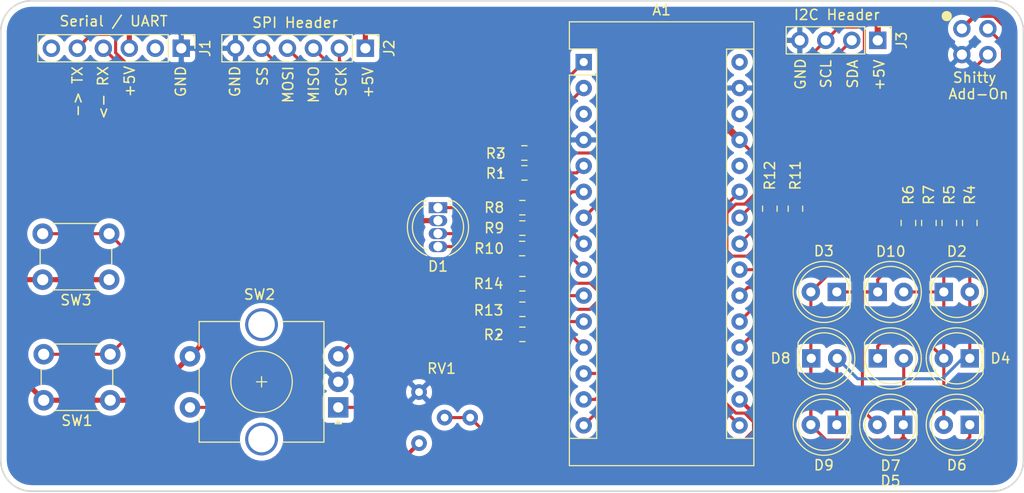
<source format=kicad_pcb>
(kicad_pcb (version 20171130) (host pcbnew "(5.1.0)-1")

  (general
    (thickness 1.6)
    (drawings 23)
    (tracks 289)
    (zones 0)
    (modules 33)
    (nets 32)
  )

  (page A4)
  (layers
    (0 F.Cu signal)
    (31 B.Cu signal)
    (32 B.Adhes user)
    (33 F.Adhes user)
    (34 B.Paste user)
    (35 F.Paste user)
    (36 B.SilkS user)
    (37 F.SilkS user)
    (38 B.Mask user)
    (39 F.Mask user)
    (40 Dwgs.User user)
    (41 Cmts.User user)
    (42 Eco1.User user)
    (43 Eco2.User user)
    (44 Edge.Cuts user)
    (45 Margin user)
    (46 B.CrtYd user)
    (47 F.CrtYd user)
    (48 B.Fab user)
    (49 F.Fab user)
  )

  (setup
    (last_trace_width 0.25)
    (user_trace_width 0.25)
    (user_trace_width 0.3)
    (user_trace_width 0.4)
    (trace_clearance 0.2)
    (zone_clearance 0.508)
    (zone_45_only no)
    (trace_min 0.2)
    (via_size 0.8)
    (via_drill 0.4)
    (via_min_size 0.4)
    (via_min_drill 0.3)
    (user_via 0.6 0.3)
    (user_via 0.8 0.4)
    (uvia_size 0.3)
    (uvia_drill 0.1)
    (uvias_allowed no)
    (uvia_min_size 0.2)
    (uvia_min_drill 0.1)
    (edge_width 0.15)
    (segment_width 0.2)
    (pcb_text_width 0.3)
    (pcb_text_size 1.5 1.5)
    (mod_edge_width 0.12)
    (mod_text_size 1 1)
    (mod_text_width 0.15)
    (pad_size 1.524 1.524)
    (pad_drill 0.762)
    (pad_to_mask_clearance 0.051)
    (solder_mask_min_width 0.1)
    (aux_axis_origin 0 0)
    (visible_elements 7FFFFFFF)
    (pcbplotparams
      (layerselection 0x010fc_ffffffff)
      (usegerberextensions false)
      (usegerberattributes false)
      (usegerberadvancedattributes false)
      (creategerberjobfile false)
      (excludeedgelayer true)
      (linewidth 0.100000)
      (plotframeref false)
      (viasonmask false)
      (mode 1)
      (useauxorigin false)
      (hpglpennumber 1)
      (hpglpenspeed 20)
      (hpglpendiameter 15.000000)
      (psnegative false)
      (psa4output false)
      (plotreference true)
      (plotvalue true)
      (plotinvisibletext false)
      (padsonsilk false)
      (subtractmaskfromsilk false)
      (outputformat 1)
      (mirror false)
      (drillshape 1)
      (scaleselection 1)
      (outputdirectory ""))
  )

  (net 0 "")
  (net 1 /TX)
  (net 2 /RX)
  (net 3 /CHARILE_1)
  (net 4 GND)
  (net 5 /CHARILE_2)
  (net 6 /BUTTON_1)
  (net 7 /CHARILE_3)
  (net 8 /LED_RED)
  (net 9 /CHARILE_4)
  (net 10 /BUTTON_2)
  (net 11 /SDA)
  (net 12 /LED_GREEN)
  (net 13 /SCL)
  (net 14 /LED_BLUE)
  (net 15 /POT)
  (net 16 /ENCODER_A)
  (net 17 /ENCODER_B)
  (net 18 +5V)
  (net 19 /ENCODER_SW)
  (net 20 /SS)
  (net 21 /MOSI)
  (net 22 /MISO)
  (net 23 /SCK)
  (net 24 "Net-(D1-Pad1)")
  (net 25 "Net-(D10-Pad2)")
  (net 26 "Net-(D2-Pad2)")
  (net 27 "Net-(D10-Pad1)")
  (net 28 "Net-(D3-Pad2)")
  (net 29 "Net-(D1-Pad3)")
  (net 30 "Net-(D1-Pad4)")
  (net 31 +3V3)

  (net_class Default "This is the default net class."
    (clearance 0.2)
    (trace_width 0.25)
    (via_dia 0.8)
    (via_drill 0.4)
    (uvia_dia 0.3)
    (uvia_drill 0.1)
    (add_net +3V3)
    (add_net +5V)
    (add_net /BUTTON_1)
    (add_net /BUTTON_2)
    (add_net /CHARILE_1)
    (add_net /CHARILE_2)
    (add_net /CHARILE_3)
    (add_net /CHARILE_4)
    (add_net /ENCODER_A)
    (add_net /ENCODER_B)
    (add_net /ENCODER_SW)
    (add_net /LED_BLUE)
    (add_net /LED_GREEN)
    (add_net /LED_RED)
    (add_net /MISO)
    (add_net /MOSI)
    (add_net /POT)
    (add_net /RX)
    (add_net /SCK)
    (add_net /SCL)
    (add_net /SDA)
    (add_net /SS)
    (add_net /TX)
    (add_net GND)
    (add_net "Net-(D1-Pad1)")
    (add_net "Net-(D1-Pad3)")
    (add_net "Net-(D1-Pad4)")
    (add_net "Net-(D10-Pad1)")
    (add_net "Net-(D10-Pad2)")
    (add_net "Net-(D2-Pad2)")
    (add_net "Net-(D3-Pad2)")
  )

  (module Module:Arduino_Nano (layer F.Cu) (tedit 5CA929DA) (tstamp 5CA91D78)
    (at 220 61)
    (descr "Arduino Nano, http://www.mouser.com/pdfdocs/Gravitech_Arduino_Nano3_0.pdf")
    (tags "Arduino Nano")
    (path /5CA84547)
    (fp_text reference A1 (at 7.62 -5.08) (layer F.SilkS)
      (effects (font (size 1 1) (thickness 0.15)))
    )
    (fp_text value Arduino_Nano_v3.x (at 8.89 19.05 90) (layer F.Fab)
      (effects (font (size 1 1) (thickness 0.15)))
    )
    (fp_text user %R (at 6.35 19.05 90) (layer F.Fab)
      (effects (font (size 1 1) (thickness 0.15)))
    )
    (fp_line (start 1.27 1.27) (end 1.27 -1.27) (layer F.SilkS) (width 0.12))
    (fp_line (start 1.27 -1.27) (end -1.4 -1.27) (layer F.SilkS) (width 0.12))
    (fp_line (start -1.4 1.27) (end -1.4 39.5) (layer F.SilkS) (width 0.12))
    (fp_line (start -1.4 -3.94) (end -1.4 -1.27) (layer F.SilkS) (width 0.12))
    (fp_line (start 13.97 -1.27) (end 16.64 -1.27) (layer F.SilkS) (width 0.12))
    (fp_line (start 13.97 -1.27) (end 13.97 36.83) (layer F.SilkS) (width 0.12))
    (fp_line (start 13.97 36.83) (end 16.64 36.83) (layer F.SilkS) (width 0.12))
    (fp_line (start 1.27 1.27) (end -1.4 1.27) (layer F.SilkS) (width 0.12))
    (fp_line (start 1.27 1.27) (end 1.27 36.83) (layer F.SilkS) (width 0.12))
    (fp_line (start 1.27 36.83) (end -1.4 36.83) (layer F.SilkS) (width 0.12))
    (fp_line (start 3.81 31.75) (end 11.43 31.75) (layer F.Fab) (width 0.1))
    (fp_line (start 11.43 31.75) (end 11.43 41.91) (layer F.Fab) (width 0.1))
    (fp_line (start 11.43 41.91) (end 3.81 41.91) (layer F.Fab) (width 0.1))
    (fp_line (start 3.81 41.91) (end 3.81 31.75) (layer F.Fab) (width 0.1))
    (fp_line (start -1.4 39.5) (end 16.64 39.5) (layer F.SilkS) (width 0.12))
    (fp_line (start 16.64 39.5) (end 16.64 -3.94) (layer F.SilkS) (width 0.12))
    (fp_line (start 16.64 -3.94) (end -1.4 -3.94) (layer F.SilkS) (width 0.12))
    (fp_line (start 16.51 39.37) (end -1.27 39.37) (layer F.Fab) (width 0.1))
    (fp_line (start -1.27 39.37) (end -1.27 -2.54) (layer F.Fab) (width 0.1))
    (fp_line (start -1.27 -2.54) (end 0 -3.81) (layer F.Fab) (width 0.1))
    (fp_line (start 0 -3.81) (end 16.51 -3.81) (layer F.Fab) (width 0.1))
    (fp_line (start 16.51 -3.81) (end 16.51 39.37) (layer F.Fab) (width 0.1))
    (fp_line (start -1.53 -4.06) (end 16.75 -4.06) (layer F.CrtYd) (width 0.05))
    (fp_line (start -1.53 -4.06) (end -1.53 42.16) (layer F.CrtYd) (width 0.05))
    (fp_line (start 16.75 42.16) (end 16.75 -4.06) (layer F.CrtYd) (width 0.05))
    (fp_line (start 16.75 42.16) (end -1.53 42.16) (layer F.CrtYd) (width 0.05))
    (pad 1 thru_hole rect (at 0 0) (size 1.6 1.6) (drill 0.8) (layers *.Cu *.Mask)
      (net 1 /TX))
    (pad 17 thru_hole oval (at 15.24 33.02) (size 1.6 1.6) (drill 0.8) (layers *.Cu *.Mask)
      (net 31 +3V3))
    (pad 2 thru_hole oval (at 0 2.54) (size 1.6 1.6) (drill 0.8) (layers *.Cu *.Mask)
      (net 2 /RX))
    (pad 18 thru_hole oval (at 15.24 30.48) (size 1.6 1.6) (drill 0.8) (layers *.Cu *.Mask))
    (pad 3 thru_hole oval (at 0 5.08) (size 1.6 1.6) (drill 0.8) (layers *.Cu *.Mask))
    (pad 19 thru_hole oval (at 15.24 27.94) (size 1.6 1.6) (drill 0.8) (layers *.Cu *.Mask)
      (net 7 /CHARILE_3))
    (pad 4 thru_hole oval (at 0 7.62) (size 1.6 1.6) (drill 0.8) (layers *.Cu *.Mask)
      (net 4 GND))
    (pad 20 thru_hole oval (at 15.24 25.4) (size 1.6 1.6) (drill 0.8) (layers *.Cu *.Mask)
      (net 9 /CHARILE_4))
    (pad 5 thru_hole oval (at 0 10.16) (size 1.6 1.6) (drill 0.8) (layers *.Cu *.Mask)
      (net 6 /BUTTON_1))
    (pad 21 thru_hole oval (at 15.24 22.86) (size 1.6 1.6) (drill 0.8) (layers *.Cu *.Mask)
      (net 5 /CHARILE_2))
    (pad 6 thru_hole oval (at 0 12.7) (size 1.6 1.6) (drill 0.8) (layers *.Cu *.Mask)
      (net 8 /LED_RED))
    (pad 22 thru_hole oval (at 15.24 20.32) (size 1.6 1.6) (drill 0.8) (layers *.Cu *.Mask)
      (net 3 /CHARILE_1))
    (pad 7 thru_hole oval (at 0 15.24) (size 1.6 1.6) (drill 0.8) (layers *.Cu *.Mask)
      (net 10 /BUTTON_2))
    (pad 23 thru_hole oval (at 15.24 17.78) (size 1.6 1.6) (drill 0.8) (layers *.Cu *.Mask)
      (net 11 /SDA))
    (pad 8 thru_hole oval (at 0 17.78) (size 1.6 1.6) (drill 0.8) (layers *.Cu *.Mask)
      (net 12 /LED_GREEN))
    (pad 24 thru_hole oval (at 15.24 15.24) (size 1.6 1.6) (drill 0.8) (layers *.Cu *.Mask)
      (net 13 /SCL))
    (pad 9 thru_hole oval (at 0 20.32) (size 1.6 1.6) (drill 0.8) (layers *.Cu *.Mask)
      (net 14 /LED_BLUE))
    (pad 25 thru_hole oval (at 15.24 12.7) (size 1.6 1.6) (drill 0.8) (layers *.Cu *.Mask)
      (net 15 /POT))
    (pad 10 thru_hole oval (at 0 22.86) (size 1.6 1.6) (drill 0.8) (layers *.Cu *.Mask)
      (net 17 /ENCODER_B))
    (pad 26 thru_hole oval (at 15.24 10.16) (size 1.6 1.6) (drill 0.8) (layers *.Cu *.Mask))
    (pad 11 thru_hole oval (at 0 25.4) (size 1.6 1.6) (drill 0.8) (layers *.Cu *.Mask)
      (net 16 /ENCODER_A))
    (pad 27 thru_hole oval (at 15.24 7.62) (size 1.6 1.6) (drill 0.8) (layers *.Cu *.Mask)
      (net 18 +5V))
    (pad 12 thru_hole oval (at 0 27.94) (size 1.6 1.6) (drill 0.8) (layers *.Cu *.Mask)
      (net 19 /ENCODER_SW))
    (pad 28 thru_hole oval (at 15.24 5.08) (size 1.6 1.6) (drill 0.8) (layers *.Cu *.Mask))
    (pad 13 thru_hole oval (at 0 30.48) (size 1.6 1.6) (drill 0.8) (layers *.Cu *.Mask)
      (net 20 /SS))
    (pad 29 thru_hole oval (at 15.24 2.54) (size 1.6 1.6) (drill 0.8) (layers *.Cu *.Mask)
      (net 4 GND))
    (pad 14 thru_hole oval (at 0 33.02) (size 1.6 1.6) (drill 0.8) (layers *.Cu *.Mask)
      (net 21 /MOSI))
    (pad 30 thru_hole oval (at 15.24 0) (size 1.6 1.6) (drill 0.8) (layers *.Cu *.Mask))
    (pad 15 thru_hole oval (at 0 35.56) (size 1.6 1.6) (drill 0.8) (layers *.Cu *.Mask)
      (net 22 /MISO))
    (pad 16 thru_hole oval (at 15.24 35.56) (size 1.6 1.6) (drill 0.8) (layers *.Cu *.Mask)
      (net 23 /SCK))
    (model ${KISYS3DMOD}/Module.3dshapes/Arduino_Nano_WithMountingHoles.wrl
      (at (xyz 0 0 0))
      (scale (xyz 1 1 1))
      (rotate (xyz 0 0 0))
    )
    (model "${KIPRJMOD}/Libraries/3dModels.3dshapes/arduino nano.STEP"
      (offset (xyz 0 -0 2.5))
      (scale (xyz 1 1 1))
      (rotate (xyz 90 -180 -90))
    )
  )

  (module Resistor_SMD:R_0805_2012Metric_Pad1.15x1.40mm_HandSolder (layer F.Cu) (tedit 5B36C52B) (tstamp 5CA90C1B)
    (at 214 82.7)
    (descr "Resistor SMD 0805 (2012 Metric), square (rectangular) end terminal, IPC_7351 nominal with elongated pad for handsoldering. (Body size source: https://docs.google.com/spreadsheets/d/1BsfQQcO9C6DZCsRaXUlFlo91Tg2WpOkGARC1WS5S8t0/edit?usp=sharing), generated with kicad-footprint-generator")
    (tags "resistor handsolder")
    (path /5CAD4101)
    (attr smd)
    (fp_text reference R14 (at -3.3 0) (layer F.SilkS)
      (effects (font (size 1 1) (thickness 0.15)))
    )
    (fp_text value 10K (at 0 1.65) (layer F.Fab)
      (effects (font (size 1 1) (thickness 0.15)))
    )
    (fp_text user %R (at 0 0) (layer F.Fab)
      (effects (font (size 0.5 0.5) (thickness 0.08)))
    )
    (fp_line (start 1.85 0.95) (end -1.85 0.95) (layer F.CrtYd) (width 0.05))
    (fp_line (start 1.85 -0.95) (end 1.85 0.95) (layer F.CrtYd) (width 0.05))
    (fp_line (start -1.85 -0.95) (end 1.85 -0.95) (layer F.CrtYd) (width 0.05))
    (fp_line (start -1.85 0.95) (end -1.85 -0.95) (layer F.CrtYd) (width 0.05))
    (fp_line (start -0.261252 0.71) (end 0.261252 0.71) (layer F.SilkS) (width 0.12))
    (fp_line (start -0.261252 -0.71) (end 0.261252 -0.71) (layer F.SilkS) (width 0.12))
    (fp_line (start 1 0.6) (end -1 0.6) (layer F.Fab) (width 0.1))
    (fp_line (start 1 -0.6) (end 1 0.6) (layer F.Fab) (width 0.1))
    (fp_line (start -1 -0.6) (end 1 -0.6) (layer F.Fab) (width 0.1))
    (fp_line (start -1 0.6) (end -1 -0.6) (layer F.Fab) (width 0.1))
    (pad 2 smd roundrect (at 1.025 0) (size 1.15 1.4) (layers F.Cu F.Paste F.Mask) (roundrect_rratio 0.217391)
      (net 17 /ENCODER_B))
    (pad 1 smd roundrect (at -1.025 0) (size 1.15 1.4) (layers F.Cu F.Paste F.Mask) (roundrect_rratio 0.217391)
      (net 18 +5V))
    (model ${KISYS3DMOD}/Resistor_SMD.3dshapes/R_0805_2012Metric.wrl
      (at (xyz 0 0 0))
      (scale (xyz 1 1 1))
      (rotate (xyz 0 0 0))
    )
  )

  (module Resistor_SMD:R_0805_2012Metric_Pad1.15x1.40mm_HandSolder (layer F.Cu) (tedit 5B36C52B) (tstamp 5CA87CF5)
    (at 214 85.2)
    (descr "Resistor SMD 0805 (2012 Metric), square (rectangular) end terminal, IPC_7351 nominal with elongated pad for handsoldering. (Body size source: https://docs.google.com/spreadsheets/d/1BsfQQcO9C6DZCsRaXUlFlo91Tg2WpOkGARC1WS5S8t0/edit?usp=sharing), generated with kicad-footprint-generator")
    (tags "resistor handsolder")
    (path /5CAD3B69)
    (attr smd)
    (fp_text reference R13 (at -3.3 0.1) (layer F.SilkS)
      (effects (font (size 1 1) (thickness 0.15)))
    )
    (fp_text value 10K (at 0 1.65) (layer F.Fab)
      (effects (font (size 1 1) (thickness 0.15)))
    )
    (fp_text user %R (at 0 0) (layer F.Fab)
      (effects (font (size 0.5 0.5) (thickness 0.08)))
    )
    (fp_line (start 1.85 0.95) (end -1.85 0.95) (layer F.CrtYd) (width 0.05))
    (fp_line (start 1.85 -0.95) (end 1.85 0.95) (layer F.CrtYd) (width 0.05))
    (fp_line (start -1.85 -0.95) (end 1.85 -0.95) (layer F.CrtYd) (width 0.05))
    (fp_line (start -1.85 0.95) (end -1.85 -0.95) (layer F.CrtYd) (width 0.05))
    (fp_line (start -0.261252 0.71) (end 0.261252 0.71) (layer F.SilkS) (width 0.12))
    (fp_line (start -0.261252 -0.71) (end 0.261252 -0.71) (layer F.SilkS) (width 0.12))
    (fp_line (start 1 0.6) (end -1 0.6) (layer F.Fab) (width 0.1))
    (fp_line (start 1 -0.6) (end 1 0.6) (layer F.Fab) (width 0.1))
    (fp_line (start -1 -0.6) (end 1 -0.6) (layer F.Fab) (width 0.1))
    (fp_line (start -1 0.6) (end -1 -0.6) (layer F.Fab) (width 0.1))
    (pad 2 smd roundrect (at 1.025 0) (size 1.15 1.4) (layers F.Cu F.Paste F.Mask) (roundrect_rratio 0.217391)
      (net 16 /ENCODER_A))
    (pad 1 smd roundrect (at -1.025 0) (size 1.15 1.4) (layers F.Cu F.Paste F.Mask) (roundrect_rratio 0.217391)
      (net 18 +5V))
    (model ${KISYS3DMOD}/Resistor_SMD.3dshapes/R_0805_2012Metric.wrl
      (at (xyz 0 0 0))
      (scale (xyz 1 1 1))
      (rotate (xyz 0 0 0))
    )
  )

  (module Resistor_SMD:R_0805_2012Metric_Pad1.15x1.40mm_HandSolder (layer F.Cu) (tedit 5B36C52B) (tstamp 5CA872B0)
    (at 238.2 75.35 90)
    (descr "Resistor SMD 0805 (2012 Metric), square (rectangular) end terminal, IPC_7351 nominal with elongated pad for handsoldering. (Body size source: https://docs.google.com/spreadsheets/d/1BsfQQcO9C6DZCsRaXUlFlo91Tg2WpOkGARC1WS5S8t0/edit?usp=sharing), generated with kicad-footprint-generator")
    (tags "resistor handsolder")
    (path /5CA944C6)
    (attr smd)
    (fp_text reference R12 (at 3.25 0 90) (layer F.SilkS)
      (effects (font (size 1 1) (thickness 0.15)))
    )
    (fp_text value 4K7 (at 0 1.65 90) (layer F.Fab)
      (effects (font (size 1 1) (thickness 0.15)))
    )
    (fp_text user %R (at 0 0 90) (layer F.Fab)
      (effects (font (size 0.5 0.5) (thickness 0.08)))
    )
    (fp_line (start 1.85 0.95) (end -1.85 0.95) (layer F.CrtYd) (width 0.05))
    (fp_line (start 1.85 -0.95) (end 1.85 0.95) (layer F.CrtYd) (width 0.05))
    (fp_line (start -1.85 -0.95) (end 1.85 -0.95) (layer F.CrtYd) (width 0.05))
    (fp_line (start -1.85 0.95) (end -1.85 -0.95) (layer F.CrtYd) (width 0.05))
    (fp_line (start -0.261252 0.71) (end 0.261252 0.71) (layer F.SilkS) (width 0.12))
    (fp_line (start -0.261252 -0.71) (end 0.261252 -0.71) (layer F.SilkS) (width 0.12))
    (fp_line (start 1 0.6) (end -1 0.6) (layer F.Fab) (width 0.1))
    (fp_line (start 1 -0.6) (end 1 0.6) (layer F.Fab) (width 0.1))
    (fp_line (start -1 -0.6) (end 1 -0.6) (layer F.Fab) (width 0.1))
    (fp_line (start -1 0.6) (end -1 -0.6) (layer F.Fab) (width 0.1))
    (pad 2 smd roundrect (at 1.025 0 90) (size 1.15 1.4) (layers F.Cu F.Paste F.Mask) (roundrect_rratio 0.217391)
      (net 13 /SCL))
    (pad 1 smd roundrect (at -1.025 0 90) (size 1.15 1.4) (layers F.Cu F.Paste F.Mask) (roundrect_rratio 0.217391)
      (net 18 +5V))
    (model ${KISYS3DMOD}/Resistor_SMD.3dshapes/R_0805_2012Metric.wrl
      (at (xyz 0 0 0))
      (scale (xyz 1 1 1))
      (rotate (xyz 0 0 0))
    )
  )

  (module Resistor_SMD:R_0805_2012Metric_Pad1.15x1.40mm_HandSolder (layer F.Cu) (tedit 5B36C52B) (tstamp 5CA8F2F7)
    (at 240.7 75.35 90)
    (descr "Resistor SMD 0805 (2012 Metric), square (rectangular) end terminal, IPC_7351 nominal with elongated pad for handsoldering. (Body size source: https://docs.google.com/spreadsheets/d/1BsfQQcO9C6DZCsRaXUlFlo91Tg2WpOkGARC1WS5S8t0/edit?usp=sharing), generated with kicad-footprint-generator")
    (tags "resistor handsolder")
    (path /5CA94D9B)
    (attr smd)
    (fp_text reference R11 (at 3.25 0 90) (layer F.SilkS)
      (effects (font (size 1 1) (thickness 0.15)))
    )
    (fp_text value 4K7 (at 0 1.65 90) (layer F.Fab)
      (effects (font (size 1 1) (thickness 0.15)))
    )
    (fp_text user %R (at 0 0 90) (layer F.Fab)
      (effects (font (size 0.5 0.5) (thickness 0.08)))
    )
    (fp_line (start 1.85 0.95) (end -1.85 0.95) (layer F.CrtYd) (width 0.05))
    (fp_line (start 1.85 -0.95) (end 1.85 0.95) (layer F.CrtYd) (width 0.05))
    (fp_line (start -1.85 -0.95) (end 1.85 -0.95) (layer F.CrtYd) (width 0.05))
    (fp_line (start -1.85 0.95) (end -1.85 -0.95) (layer F.CrtYd) (width 0.05))
    (fp_line (start -0.261252 0.71) (end 0.261252 0.71) (layer F.SilkS) (width 0.12))
    (fp_line (start -0.261252 -0.71) (end 0.261252 -0.71) (layer F.SilkS) (width 0.12))
    (fp_line (start 1 0.6) (end -1 0.6) (layer F.Fab) (width 0.1))
    (fp_line (start 1 -0.6) (end 1 0.6) (layer F.Fab) (width 0.1))
    (fp_line (start -1 -0.6) (end 1 -0.6) (layer F.Fab) (width 0.1))
    (fp_line (start -1 0.6) (end -1 -0.6) (layer F.Fab) (width 0.1))
    (pad 2 smd roundrect (at 1.025 0 90) (size 1.15 1.4) (layers F.Cu F.Paste F.Mask) (roundrect_rratio 0.217391)
      (net 11 /SDA))
    (pad 1 smd roundrect (at -1.025 0 90) (size 1.15 1.4) (layers F.Cu F.Paste F.Mask) (roundrect_rratio 0.217391)
      (net 18 +5V))
    (model ${KISYS3DMOD}/Resistor_SMD.3dshapes/R_0805_2012Metric.wrl
      (at (xyz 0 0 0))
      (scale (xyz 1 1 1))
      (rotate (xyz 0 0 0))
    )
  )

  (module uC101:PotentiometerAliExpress (layer F.Cu) (tedit 5CA85DE0) (tstamp 5CA92DFD)
    (at 206.4 95.8 270)
    (path /5CA85968)
    (fp_text reference RV1 (at -4.8 0.3) (layer F.SilkS)
      (effects (font (size 1 1) (thickness 0.15)))
    )
    (fp_text value "10K Pot" (at 0 -5 270) (layer F.Fab)
      (effects (font (size 1 1) (thickness 0.15)))
    )
    (fp_line (start 4 4) (end -4 4) (layer F.CrtYd) (width 0.12))
    (fp_line (start 4 -4) (end 4 4) (layer F.CrtYd) (width 0.12))
    (fp_line (start -4 -4) (end 4 -4) (layer F.CrtYd) (width 0.12))
    (fp_line (start -4 4) (end -4 -4) (layer F.CrtYd) (width 0.12))
    (pad 1 thru_hole circle (at -2.5 2.5 270) (size 1.524 1.524) (drill 0.762) (layers *.Cu *.Mask)
      (net 4 GND))
    (pad 3 thru_hole circle (at 2.5 2.5 270) (size 1.524 1.524) (drill 0.762) (layers *.Cu *.Mask)
      (net 18 +5V))
    (pad 2 thru_hole circle (at 0 0 270) (size 1.524 1.524) (drill 0.762) (layers *.Cu *.Mask)
      (net 15 /POT))
    (pad 2 thru_hole circle (at 0 -2.5 270) (size 1.524 1.524) (drill 0.762) (layers *.Cu *.Mask)
      (net 15 /POT))
    (model ${KIPRJMOD}/Libraries/3dModels.3dshapes/Pot.step
      (offset (xyz 0 0 -6))
      (scale (xyz 1 1 1))
      (rotate (xyz -90 0 0))
    )
  )

  (module Rotary_Encoder:RotaryEncoder_Alps_EC11E-Switch_Vertical_H20mm_CircularMountingHoles (layer F.Cu) (tedit 5CA85A64) (tstamp 5CA93440)
    (at 196 94.8 180)
    (descr "Alps rotary encoder, EC12E... with switch, vertical shaft, mounting holes with circular drills, http://www.alps.com/prod/info/E/HTML/Encoder/Incremental/EC11/EC11E15204A3.html")
    (tags "rotary encoder")
    (path /5CA85DA7)
    (fp_text reference SW2 (at 7.7 11.05 180) (layer F.SilkS)
      (effects (font (size 1 1) (thickness 0.15)))
    )
    (fp_text value Rotary_Encoder_Switch (at 7.5 10.4 180) (layer F.Fab)
      (effects (font (size 1 1) (thickness 0.15)))
    )
    (fp_text user %R (at 11.1 6.3 180) (layer F.Fab)
      (effects (font (size 1 1) (thickness 0.15)))
    )
    (fp_line (start 7 2.5) (end 8 2.5) (layer F.SilkS) (width 0.12))
    (fp_line (start 7.5 2) (end 7.5 3) (layer F.SilkS) (width 0.12))
    (fp_line (start 13.6 6) (end 13.6 8.4) (layer F.SilkS) (width 0.12))
    (fp_line (start 13.6 1.2) (end 13.6 3.8) (layer F.SilkS) (width 0.12))
    (fp_line (start 13.6 -3.4) (end 13.6 -1) (layer F.SilkS) (width 0.12))
    (fp_line (start 4.5 2.5) (end 10.5 2.5) (layer F.Fab) (width 0.12))
    (fp_line (start 7.5 -0.5) (end 7.5 5.5) (layer F.Fab) (width 0.12))
    (fp_line (start 0.3 -1.6) (end 0 -1.3) (layer F.SilkS) (width 0.12))
    (fp_line (start -0.3 -1.6) (end 0.3 -1.6) (layer F.SilkS) (width 0.12))
    (fp_line (start 0 -1.3) (end -0.3 -1.6) (layer F.SilkS) (width 0.12))
    (fp_line (start 1.4 -3.4) (end 1.4 8.4) (layer F.SilkS) (width 0.12))
    (fp_line (start 5.5 -3.4) (end 1.4 -3.4) (layer F.SilkS) (width 0.12))
    (fp_line (start 5.5 8.4) (end 1.4 8.4) (layer F.SilkS) (width 0.12))
    (fp_line (start 13.6 8.4) (end 9.5 8.4) (layer F.SilkS) (width 0.12))
    (fp_line (start 9.5 -3.4) (end 13.6 -3.4) (layer F.SilkS) (width 0.12))
    (fp_line (start 1.5 -2.2) (end 2.5 -3.3) (layer F.Fab) (width 0.12))
    (fp_line (start 1.5 8.3) (end 1.5 -2.2) (layer F.Fab) (width 0.12))
    (fp_line (start 13.5 8.3) (end 1.5 8.3) (layer F.Fab) (width 0.12))
    (fp_line (start 13.5 -3.3) (end 13.5 8.3) (layer F.Fab) (width 0.12))
    (fp_line (start 2.5 -3.3) (end 13.5 -3.3) (layer F.Fab) (width 0.12))
    (fp_line (start -1.5 -5.2) (end 16 -5.2) (layer F.CrtYd) (width 0.05))
    (fp_line (start -1.5 -5.2) (end -1.5 10.2) (layer F.CrtYd) (width 0.05))
    (fp_line (start 16 10.2) (end 16 -5.2) (layer F.CrtYd) (width 0.05))
    (fp_line (start 16 10.2) (end -1.5 10.2) (layer F.CrtYd) (width 0.05))
    (fp_circle (center 7.5 2.5) (end 10.5 2.5) (layer F.SilkS) (width 0.12))
    (fp_circle (center 7.5 2.5) (end 10.5 2.5) (layer F.Fab) (width 0.12))
    (pad S1 thru_hole circle (at 14.5 5 180) (size 2 2) (drill 1) (layers *.Cu *.Mask)
      (net 18 +5V))
    (pad S2 thru_hole circle (at 14.5 0 180) (size 2 2) (drill 1) (layers *.Cu *.Mask)
      (net 19 /ENCODER_SW))
    (pad MP thru_hole circle (at 7.5 8.1 180) (size 3.2 3.2) (drill 2.6) (layers *.Cu *.Mask))
    (pad MP thru_hole circle (at 7.5 -3.1 180) (size 3.2 3.2) (drill 2.6) (layers *.Cu *.Mask))
    (pad B thru_hole circle (at 0 5 180) (size 2 2) (drill 1) (layers *.Cu *.Mask)
      (net 17 /ENCODER_B))
    (pad C thru_hole circle (at 0 2.5 180) (size 2 2) (drill 1) (layers *.Cu *.Mask)
      (net 4 GND))
    (pad A thru_hole rect (at 0 0 180) (size 2 2) (drill 1) (layers *.Cu *.Mask)
      (net 16 /ENCODER_A))
    (model ${KISYS3DMOD}/Rotary_Encoder.3dshapes/RotaryEncoder_Alps_EC11E-Switch_Vertical_H20mm_CircularMountingHoles.wrl
      (at (xyz 0 0 0))
      (scale (xyz 1 1 1))
      (rotate (xyz 0 0 0))
    )
    (model ${KIPRJMOD}/Libraries/3dModels.3dshapes/pec11r-4220k_l13-8_w12-4_h26-5.stp
      (offset (xyz 7.5 -2.5 0))
      (scale (xyz 1 1 1))
      (rotate (xyz -90 0 90))
    )
  )

  (module uC101:SAO (layer F.Cu) (tedit 5CA8587F) (tstamp 5CA94C14)
    (at 258.25 59)
    (path /5CAFB5CA)
    (fp_text reference J4 (at 0 -3) (layer F.Fab)
      (effects (font (size 1 1) (thickness 0.15)))
    )
    (fp_text value SAO_Conn (at 0 3) (layer F.Fab)
      (effects (font (size 1 1) (thickness 0.15)))
    )
    (fp_line (start 2.5 -2.27) (end 2.5 2.27) (layer F.CrtYd) (width 0.05))
    (fp_line (start 2.5 2.27) (end -2.5 2.27) (layer F.CrtYd) (width 0.05))
    (fp_line (start -2.5 2.27) (end -2.5 -2.27) (layer F.CrtYd) (width 0.05))
    (fp_line (start -2.5 -2.27) (end 2.5 -2.27) (layer F.CrtYd) (width 0.05))
    (fp_circle (center -2.75 -2.5) (end -2.7 -2.5) (layer F.SilkS) (width 0.3))
    (fp_circle (center -2.75 -2.5) (end -2.5 -2.5) (layer F.SilkS) (width 0.5))
    (pad 4 thru_hole circle (at 1.27 -1.27 270) (size 1.7 1.7) (drill 1) (layers *.Cu *.Mask)
      (net 11 /SDA))
    (pad 1 thru_hole circle (at -1.27 -1.27 270) (size 1.7 1.7) (drill 1) (layers *.Cu *.Mask)
      (net 31 +3V3))
    (pad 3 thru_hole circle (at 1.27 1.27 270) (size 1.7 1.7) (drill 1) (layers *.Cu *.Mask)
      (net 13 /SCL))
    (pad 2 thru_hole circle (at -1.27 1.27 270) (size 1.7 1.7) (drill 1) (layers *.Cu *.Mask)
      (net 4 GND))
    (model ${KISYS3DMOD}/Connector_PinSocket_2.54mm.3dshapes/PinSocket_2x02_P2.54mm_Vertical.step
      (offset (xyz 1.25 1.25 0))
      (scale (xyz 1 1 1))
      (rotate (xyz 0 0 0))
    )
  )

  (module LED_THT:LED_D5.0mm-4_RGB (layer F.Cu) (tedit 5B74EEBE) (tstamp 5CA94B19)
    (at 205.75 75.25 270)
    (descr "LED, diameter 5.0mm, 2 pins, diameter 5.0mm, 3 pins, diameter 5.0mm, 4 pins, http://www.kingbright.com/attachments/file/psearch/000/00/00/L-154A4SUREQBFZGEW(Ver.9A).pdf")
    (tags "LED diameter 5.0mm 2 pins diameter 5.0mm 3 pins diameter 5.0mm 4 pins RGB RGBLED")
    (path /5CA90E57)
    (fp_text reference D1 (at 5.75 0) (layer F.SilkS)
      (effects (font (size 1 1) (thickness 0.15)))
    )
    (fp_text value LED_RAGB (at 1.905 3.96 270) (layer F.Fab)
      (effects (font (size 1 1) (thickness 0.15)))
    )
    (fp_text user %R (at 1.905 -3.96 270) (layer F.Fab)
      (effects (font (size 1 1) (thickness 0.15)))
    )
    (fp_line (start 5.15 -3.25) (end -1.35 -3.25) (layer F.CrtYd) (width 0.05))
    (fp_line (start 5.15 3.25) (end 5.15 -3.25) (layer F.CrtYd) (width 0.05))
    (fp_line (start -1.35 3.25) (end 5.15 3.25) (layer F.CrtYd) (width 0.05))
    (fp_line (start -1.35 -3.25) (end -1.35 3.25) (layer F.CrtYd) (width 0.05))
    (fp_line (start -0.655 1.08) (end -0.655 1.545) (layer F.SilkS) (width 0.12))
    (fp_line (start -0.655 -1.545) (end -0.655 -1.08) (layer F.SilkS) (width 0.12))
    (fp_line (start -0.595 -1.469694) (end -0.595 1.469694) (layer F.Fab) (width 0.1))
    (fp_circle (center 1.905 0) (end 4.405 0) (layer F.Fab) (width 0.1))
    (fp_arc (start 1.905 0) (end -0.349684 1.08) (angle -128.8) (layer F.SilkS) (width 0.12))
    (fp_arc (start 1.905 0) (end -0.349684 -1.08) (angle 128.8) (layer F.SilkS) (width 0.12))
    (fp_arc (start 1.905 0) (end -0.655 1.54483) (angle -127.7) (layer F.SilkS) (width 0.12))
    (fp_arc (start 1.905 0) (end -0.655 -1.54483) (angle 127.7) (layer F.SilkS) (width 0.12))
    (fp_arc (start 1.905 0) (end -0.595 -1.469694) (angle 299.1) (layer F.Fab) (width 0.1))
    (pad 4 thru_hole oval (at 3.81 0 270) (size 1.07 1.8) (drill 0.9) (layers *.Cu *.Mask)
      (net 30 "Net-(D1-Pad4)"))
    (pad 3 thru_hole oval (at 2.54 0 270) (size 1.07 1.8) (drill 0.9) (layers *.Cu *.Mask)
      (net 29 "Net-(D1-Pad3)"))
    (pad 2 thru_hole oval (at 1.27 0 270) (size 1.07 1.8) (drill 0.9) (layers *.Cu *.Mask)
      (net 18 +5V))
    (pad 1 thru_hole rect (at 0 0 270) (size 1.07 1.8) (drill 0.9) (layers *.Cu *.Mask)
      (net 24 "Net-(D1-Pad1)"))
    (model ${KISYS3DMOD}/LED_THT.3dshapes/LED_D5.0mm-4_RGB.wrl
      (at (xyz 0 0 0))
      (scale (xyz 1 1 1))
      (rotate (xyz 0 0 0))
    )
  )

  (module LED_THT:LED_D5.0mm (layer F.Cu) (tedit 5995936A) (tstamp 5CA94B2B)
    (at 255.21 83.5)
    (descr "LED, diameter 5.0mm, 2 pins, http://cdn-reichelt.de/documents/datenblatt/A500/LL-504BC2E-009.pdf")
    (tags "LED diameter 5.0mm 2 pins")
    (path /5CA94690)
    (fp_text reference D2 (at 1.27 -3.96) (layer F.SilkS)
      (effects (font (size 1 1) (thickness 0.15)))
    )
    (fp_text value LED (at 1.27 3.96) (layer F.Fab)
      (effects (font (size 1 1) (thickness 0.15)))
    )
    (fp_arc (start 1.27 0) (end -1.23 -1.469694) (angle 299.1) (layer F.Fab) (width 0.1))
    (fp_arc (start 1.27 0) (end -1.29 -1.54483) (angle 148.9) (layer F.SilkS) (width 0.12))
    (fp_arc (start 1.27 0) (end -1.29 1.54483) (angle -148.9) (layer F.SilkS) (width 0.12))
    (fp_circle (center 1.27 0) (end 3.77 0) (layer F.Fab) (width 0.1))
    (fp_circle (center 1.27 0) (end 3.77 0) (layer F.SilkS) (width 0.12))
    (fp_line (start -1.23 -1.469694) (end -1.23 1.469694) (layer F.Fab) (width 0.1))
    (fp_line (start -1.29 -1.545) (end -1.29 1.545) (layer F.SilkS) (width 0.12))
    (fp_line (start -1.95 -3.25) (end -1.95 3.25) (layer F.CrtYd) (width 0.05))
    (fp_line (start -1.95 3.25) (end 4.5 3.25) (layer F.CrtYd) (width 0.05))
    (fp_line (start 4.5 3.25) (end 4.5 -3.25) (layer F.CrtYd) (width 0.05))
    (fp_line (start 4.5 -3.25) (end -1.95 -3.25) (layer F.CrtYd) (width 0.05))
    (fp_text user %R (at 1.25 0) (layer F.Fab)
      (effects (font (size 0.8 0.8) (thickness 0.2)))
    )
    (pad 1 thru_hole rect (at 0 0) (size 1.8 1.8) (drill 0.9) (layers *.Cu *.Mask)
      (net 25 "Net-(D10-Pad2)"))
    (pad 2 thru_hole circle (at 2.54 0) (size 1.8 1.8) (drill 0.9) (layers *.Cu *.Mask)
      (net 26 "Net-(D2-Pad2)"))
    (model ${KISYS3DMOD}/LED_THT.3dshapes/LED_D5.0mm.wrl
      (at (xyz 0 0 0))
      (scale (xyz 1 1 1))
      (rotate (xyz 0 0 0))
    )
  )

  (module LED_THT:LED_D5.0mm (layer F.Cu) (tedit 5995936A) (tstamp 5CA8EFF5)
    (at 244.75 83.5 180)
    (descr "LED, diameter 5.0mm, 2 pins, http://cdn-reichelt.de/documents/datenblatt/A500/LL-504BC2E-009.pdf")
    (tags "LED diameter 5.0mm 2 pins")
    (path /5CABE221)
    (fp_text reference D3 (at 1.27 4 180) (layer F.SilkS)
      (effects (font (size 1 1) (thickness 0.15)))
    )
    (fp_text value LED (at 1.27 3.96 180) (layer F.Fab)
      (effects (font (size 1 1) (thickness 0.15)))
    )
    (fp_arc (start 1.27 0) (end -1.23 -1.469694) (angle 299.1) (layer F.Fab) (width 0.1))
    (fp_arc (start 1.27 0) (end -1.29 -1.54483) (angle 148.9) (layer F.SilkS) (width 0.12))
    (fp_arc (start 1.27 0) (end -1.29 1.54483) (angle -148.9) (layer F.SilkS) (width 0.12))
    (fp_circle (center 1.27 0) (end 3.77 0) (layer F.Fab) (width 0.1))
    (fp_circle (center 1.27 0) (end 3.77 0) (layer F.SilkS) (width 0.12))
    (fp_line (start -1.23 -1.469694) (end -1.23 1.469694) (layer F.Fab) (width 0.1))
    (fp_line (start -1.29 -1.545) (end -1.29 1.545) (layer F.SilkS) (width 0.12))
    (fp_line (start -1.95 -3.25) (end -1.95 3.25) (layer F.CrtYd) (width 0.05))
    (fp_line (start -1.95 3.25) (end 4.5 3.25) (layer F.CrtYd) (width 0.05))
    (fp_line (start 4.5 3.25) (end 4.5 -3.25) (layer F.CrtYd) (width 0.05))
    (fp_line (start 4.5 -3.25) (end -1.95 -3.25) (layer F.CrtYd) (width 0.05))
    (fp_text user %R (at 1.25 0 180) (layer F.Fab)
      (effects (font (size 0.8 0.8) (thickness 0.2)))
    )
    (pad 1 thru_hole rect (at 0 0 180) (size 1.8 1.8) (drill 0.9) (layers *.Cu *.Mask)
      (net 27 "Net-(D10-Pad1)"))
    (pad 2 thru_hole circle (at 2.54 0 180) (size 1.8 1.8) (drill 0.9) (layers *.Cu *.Mask)
      (net 28 "Net-(D3-Pad2)"))
    (model ${KISYS3DMOD}/LED_THT.3dshapes/LED_D5.0mm.wrl
      (at (xyz 0 0 0))
      (scale (xyz 1 1 1))
      (rotate (xyz 0 0 0))
    )
  )

  (module LED_THT:LED_D5.0mm (layer F.Cu) (tedit 5995936A) (tstamp 5CA94B4F)
    (at 257.75 90 180)
    (descr "LED, diameter 5.0mm, 2 pins, http://cdn-reichelt.de/documents/datenblatt/A500/LL-504BC2E-009.pdf")
    (tags "LED diameter 5.0mm 2 pins")
    (path /5CA94B8E)
    (fp_text reference D4 (at -3 0 180) (layer F.SilkS)
      (effects (font (size 1 1) (thickness 0.15)))
    )
    (fp_text value LED (at 1.27 3.96 180) (layer F.Fab)
      (effects (font (size 1 1) (thickness 0.15)))
    )
    (fp_text user %R (at 1.25 0 180) (layer F.Fab)
      (effects (font (size 0.8 0.8) (thickness 0.2)))
    )
    (fp_line (start 4.5 -3.25) (end -1.95 -3.25) (layer F.CrtYd) (width 0.05))
    (fp_line (start 4.5 3.25) (end 4.5 -3.25) (layer F.CrtYd) (width 0.05))
    (fp_line (start -1.95 3.25) (end 4.5 3.25) (layer F.CrtYd) (width 0.05))
    (fp_line (start -1.95 -3.25) (end -1.95 3.25) (layer F.CrtYd) (width 0.05))
    (fp_line (start -1.29 -1.545) (end -1.29 1.545) (layer F.SilkS) (width 0.12))
    (fp_line (start -1.23 -1.469694) (end -1.23 1.469694) (layer F.Fab) (width 0.1))
    (fp_circle (center 1.27 0) (end 3.77 0) (layer F.SilkS) (width 0.12))
    (fp_circle (center 1.27 0) (end 3.77 0) (layer F.Fab) (width 0.1))
    (fp_arc (start 1.27 0) (end -1.29 1.54483) (angle -148.9) (layer F.SilkS) (width 0.12))
    (fp_arc (start 1.27 0) (end -1.29 -1.54483) (angle 148.9) (layer F.SilkS) (width 0.12))
    (fp_arc (start 1.27 0) (end -1.23 -1.469694) (angle 299.1) (layer F.Fab) (width 0.1))
    (pad 2 thru_hole circle (at 2.54 0 180) (size 1.8 1.8) (drill 0.9) (layers *.Cu *.Mask)
      (net 25 "Net-(D10-Pad2)"))
    (pad 1 thru_hole rect (at 0 0 180) (size 1.8 1.8) (drill 0.9) (layers *.Cu *.Mask)
      (net 26 "Net-(D2-Pad2)"))
    (model ${KISYS3DMOD}/LED_THT.3dshapes/LED_D5.0mm.wrl
      (at (xyz 0 0 0))
      (scale (xyz 1 1 1))
      (rotate (xyz 0 0 0))
    )
  )

  (module LED_THT:LED_D5.0mm (layer F.Cu) (tedit 5995936A) (tstamp 5CA8EF5C)
    (at 251.25 96.5 180)
    (descr "LED, diameter 5.0mm, 2 pins, http://cdn-reichelt.de/documents/datenblatt/A500/LL-504BC2E-009.pdf")
    (tags "LED diameter 5.0mm 2 pins")
    (path /5CABE227)
    (fp_text reference D5 (at 1.25 -5.5 180) (layer F.SilkS)
      (effects (font (size 1 1) (thickness 0.15)))
    )
    (fp_text value LED (at 1.27 3.96 180) (layer F.Fab)
      (effects (font (size 1 1) (thickness 0.15)))
    )
    (fp_text user %R (at 1.25 0 180) (layer F.Fab)
      (effects (font (size 0.8 0.8) (thickness 0.2)))
    )
    (fp_line (start 4.5 -3.25) (end -1.95 -3.25) (layer F.CrtYd) (width 0.05))
    (fp_line (start 4.5 3.25) (end 4.5 -3.25) (layer F.CrtYd) (width 0.05))
    (fp_line (start -1.95 3.25) (end 4.5 3.25) (layer F.CrtYd) (width 0.05))
    (fp_line (start -1.95 -3.25) (end -1.95 3.25) (layer F.CrtYd) (width 0.05))
    (fp_line (start -1.29 -1.545) (end -1.29 1.545) (layer F.SilkS) (width 0.12))
    (fp_line (start -1.23 -1.469694) (end -1.23 1.469694) (layer F.Fab) (width 0.1))
    (fp_circle (center 1.27 0) (end 3.77 0) (layer F.SilkS) (width 0.12))
    (fp_circle (center 1.27 0) (end 3.77 0) (layer F.Fab) (width 0.1))
    (fp_arc (start 1.27 0) (end -1.29 1.54483) (angle -148.9) (layer F.SilkS) (width 0.12))
    (fp_arc (start 1.27 0) (end -1.29 -1.54483) (angle 148.9) (layer F.SilkS) (width 0.12))
    (fp_arc (start 1.27 0) (end -1.23 -1.469694) (angle 299.1) (layer F.Fab) (width 0.1))
    (pad 2 thru_hole circle (at 2.54 0 180) (size 1.8 1.8) (drill 0.9) (layers *.Cu *.Mask)
      (net 27 "Net-(D10-Pad1)"))
    (pad 1 thru_hole rect (at 0 0 180) (size 1.8 1.8) (drill 0.9) (layers *.Cu *.Mask)
      (net 28 "Net-(D3-Pad2)"))
    (model ${KISYS3DMOD}/LED_THT.3dshapes/LED_D5.0mm.wrl
      (at (xyz 0 0 0))
      (scale (xyz 1 1 1))
      (rotate (xyz 0 0 0))
    )
  )

  (module LED_THT:LED_D5.0mm (layer F.Cu) (tedit 5995936A) (tstamp 5CA94B73)
    (at 257.75 96.5 180)
    (descr "LED, diameter 5.0mm, 2 pins, http://cdn-reichelt.de/documents/datenblatt/A500/LL-504BC2E-009.pdf")
    (tags "LED diameter 5.0mm 2 pins")
    (path /5CABCD8B)
    (fp_text reference D6 (at 1.27 -3.96 180) (layer F.SilkS)
      (effects (font (size 1 1) (thickness 0.15)))
    )
    (fp_text value LED (at 1.27 3.96 180) (layer F.Fab)
      (effects (font (size 1 1) (thickness 0.15)))
    )
    (fp_arc (start 1.27 0) (end -1.23 -1.469694) (angle 299.1) (layer F.Fab) (width 0.1))
    (fp_arc (start 1.27 0) (end -1.29 -1.54483) (angle 148.9) (layer F.SilkS) (width 0.12))
    (fp_arc (start 1.27 0) (end -1.29 1.54483) (angle -148.9) (layer F.SilkS) (width 0.12))
    (fp_circle (center 1.27 0) (end 3.77 0) (layer F.Fab) (width 0.1))
    (fp_circle (center 1.27 0) (end 3.77 0) (layer F.SilkS) (width 0.12))
    (fp_line (start -1.23 -1.469694) (end -1.23 1.469694) (layer F.Fab) (width 0.1))
    (fp_line (start -1.29 -1.545) (end -1.29 1.545) (layer F.SilkS) (width 0.12))
    (fp_line (start -1.95 -3.25) (end -1.95 3.25) (layer F.CrtYd) (width 0.05))
    (fp_line (start -1.95 3.25) (end 4.5 3.25) (layer F.CrtYd) (width 0.05))
    (fp_line (start 4.5 3.25) (end 4.5 -3.25) (layer F.CrtYd) (width 0.05))
    (fp_line (start 4.5 -3.25) (end -1.95 -3.25) (layer F.CrtYd) (width 0.05))
    (fp_text user %R (at 1.25 0 180) (layer F.Fab)
      (effects (font (size 0.8 0.8) (thickness 0.2)))
    )
    (pad 1 thru_hole rect (at 0 0 180) (size 1.8 1.8) (drill 0.9) (layers *.Cu *.Mask)
      (net 28 "Net-(D3-Pad2)"))
    (pad 2 thru_hole circle (at 2.54 0 180) (size 1.8 1.8) (drill 0.9) (layers *.Cu *.Mask)
      (net 25 "Net-(D10-Pad2)"))
    (model ${KISYS3DMOD}/LED_THT.3dshapes/LED_D5.0mm.wrl
      (at (xyz 0 0 0))
      (scale (xyz 1 1 1))
      (rotate (xyz 0 0 0))
    )
  )

  (module LED_THT:LED_D5.0mm (layer F.Cu) (tedit 5995936A) (tstamp 5CA8EF8F)
    (at 248.75 90)
    (descr "LED, diameter 5.0mm, 2 pins, http://cdn-reichelt.de/documents/datenblatt/A500/LL-504BC2E-009.pdf")
    (tags "LED diameter 5.0mm 2 pins")
    (path /5CABCD91)
    (fp_text reference D7 (at 1.25 10.5) (layer F.SilkS)
      (effects (font (size 1 1) (thickness 0.15)))
    )
    (fp_text value LED (at 1.27 3.96) (layer F.Fab)
      (effects (font (size 1 1) (thickness 0.15)))
    )
    (fp_text user %R (at 1.25 0) (layer F.Fab)
      (effects (font (size 0.8 0.8) (thickness 0.2)))
    )
    (fp_line (start 4.5 -3.25) (end -1.95 -3.25) (layer F.CrtYd) (width 0.05))
    (fp_line (start 4.5 3.25) (end 4.5 -3.25) (layer F.CrtYd) (width 0.05))
    (fp_line (start -1.95 3.25) (end 4.5 3.25) (layer F.CrtYd) (width 0.05))
    (fp_line (start -1.95 -3.25) (end -1.95 3.25) (layer F.CrtYd) (width 0.05))
    (fp_line (start -1.29 -1.545) (end -1.29 1.545) (layer F.SilkS) (width 0.12))
    (fp_line (start -1.23 -1.469694) (end -1.23 1.469694) (layer F.Fab) (width 0.1))
    (fp_circle (center 1.27 0) (end 3.77 0) (layer F.SilkS) (width 0.12))
    (fp_circle (center 1.27 0) (end 3.77 0) (layer F.Fab) (width 0.1))
    (fp_arc (start 1.27 0) (end -1.29 1.54483) (angle -148.9) (layer F.SilkS) (width 0.12))
    (fp_arc (start 1.27 0) (end -1.29 -1.54483) (angle 148.9) (layer F.SilkS) (width 0.12))
    (fp_arc (start 1.27 0) (end -1.23 -1.469694) (angle 299.1) (layer F.Fab) (width 0.1))
    (pad 2 thru_hole circle (at 2.54 0) (size 1.8 1.8) (drill 0.9) (layers *.Cu *.Mask)
      (net 28 "Net-(D3-Pad2)"))
    (pad 1 thru_hole rect (at 0 0) (size 1.8 1.8) (drill 0.9) (layers *.Cu *.Mask)
      (net 25 "Net-(D10-Pad2)"))
    (model ${KISYS3DMOD}/LED_THT.3dshapes/LED_D5.0mm.wrl
      (at (xyz 0 0 0))
      (scale (xyz 1 1 1))
      (rotate (xyz 0 0 0))
    )
  )

  (module LED_THT:LED_D5.0mm (layer F.Cu) (tedit 5995936A) (tstamp 5CA8EF29)
    (at 242.25 90)
    (descr "LED, diameter 5.0mm, 2 pins, http://cdn-reichelt.de/documents/datenblatt/A500/LL-504BC2E-009.pdf")
    (tags "LED diameter 5.0mm 2 pins")
    (path /5CAC4133)
    (fp_text reference D8 (at -3 0) (layer F.SilkS)
      (effects (font (size 1 1) (thickness 0.15)))
    )
    (fp_text value LED (at 1.27 3.96) (layer F.Fab)
      (effects (font (size 1 1) (thickness 0.15)))
    )
    (fp_arc (start 1.27 0) (end -1.23 -1.469694) (angle 299.1) (layer F.Fab) (width 0.1))
    (fp_arc (start 1.27 0) (end -1.29 -1.54483) (angle 148.9) (layer F.SilkS) (width 0.12))
    (fp_arc (start 1.27 0) (end -1.29 1.54483) (angle -148.9) (layer F.SilkS) (width 0.12))
    (fp_circle (center 1.27 0) (end 3.77 0) (layer F.Fab) (width 0.1))
    (fp_circle (center 1.27 0) (end 3.77 0) (layer F.SilkS) (width 0.12))
    (fp_line (start -1.23 -1.469694) (end -1.23 1.469694) (layer F.Fab) (width 0.1))
    (fp_line (start -1.29 -1.545) (end -1.29 1.545) (layer F.SilkS) (width 0.12))
    (fp_line (start -1.95 -3.25) (end -1.95 3.25) (layer F.CrtYd) (width 0.05))
    (fp_line (start -1.95 3.25) (end 4.5 3.25) (layer F.CrtYd) (width 0.05))
    (fp_line (start 4.5 3.25) (end 4.5 -3.25) (layer F.CrtYd) (width 0.05))
    (fp_line (start 4.5 -3.25) (end -1.95 -3.25) (layer F.CrtYd) (width 0.05))
    (fp_text user %R (at 1.25 0) (layer F.Fab)
      (effects (font (size 0.8 0.8) (thickness 0.2)))
    )
    (pad 1 thru_hole rect (at 0 0) (size 1.8 1.8) (drill 0.9) (layers *.Cu *.Mask)
      (net 28 "Net-(D3-Pad2)"))
    (pad 2 thru_hole circle (at 2.54 0) (size 1.8 1.8) (drill 0.9) (layers *.Cu *.Mask)
      (net 26 "Net-(D2-Pad2)"))
    (model ${KISYS3DMOD}/LED_THT.3dshapes/LED_D5.0mm.wrl
      (at (xyz 0 0 0))
      (scale (xyz 1 1 1))
      (rotate (xyz 0 0 0))
    )
  )

  (module LED_THT:LED_D5.0mm (layer F.Cu) (tedit 5995936A) (tstamp 5CA8EFC2)
    (at 244.75 96.5 180)
    (descr "LED, diameter 5.0mm, 2 pins, http://cdn-reichelt.de/documents/datenblatt/A500/LL-504BC2E-009.pdf")
    (tags "LED diameter 5.0mm 2 pins")
    (path /5CAC4139)
    (fp_text reference D9 (at 1.27 -3.96 180) (layer F.SilkS)
      (effects (font (size 1 1) (thickness 0.15)))
    )
    (fp_text value LED (at 1.27 3.96 180) (layer F.Fab)
      (effects (font (size 1 1) (thickness 0.15)))
    )
    (fp_arc (start 1.27 0) (end -1.23 -1.469694) (angle 299.1) (layer F.Fab) (width 0.1))
    (fp_arc (start 1.27 0) (end -1.29 -1.54483) (angle 148.9) (layer F.SilkS) (width 0.12))
    (fp_arc (start 1.27 0) (end -1.29 1.54483) (angle -148.9) (layer F.SilkS) (width 0.12))
    (fp_circle (center 1.27 0) (end 3.77 0) (layer F.Fab) (width 0.1))
    (fp_circle (center 1.27 0) (end 3.77 0) (layer F.SilkS) (width 0.12))
    (fp_line (start -1.23 -1.469694) (end -1.23 1.469694) (layer F.Fab) (width 0.1))
    (fp_line (start -1.29 -1.545) (end -1.29 1.545) (layer F.SilkS) (width 0.12))
    (fp_line (start -1.95 -3.25) (end -1.95 3.25) (layer F.CrtYd) (width 0.05))
    (fp_line (start -1.95 3.25) (end 4.5 3.25) (layer F.CrtYd) (width 0.05))
    (fp_line (start 4.5 3.25) (end 4.5 -3.25) (layer F.CrtYd) (width 0.05))
    (fp_line (start 4.5 -3.25) (end -1.95 -3.25) (layer F.CrtYd) (width 0.05))
    (fp_text user %R (at 1.25 0 180) (layer F.Fab)
      (effects (font (size 0.8 0.8) (thickness 0.2)))
    )
    (pad 1 thru_hole rect (at 0 0 180) (size 1.8 1.8) (drill 0.9) (layers *.Cu *.Mask)
      (net 26 "Net-(D2-Pad2)"))
    (pad 2 thru_hole circle (at 2.54 0 180) (size 1.8 1.8) (drill 0.9) (layers *.Cu *.Mask)
      (net 28 "Net-(D3-Pad2)"))
    (model ${KISYS3DMOD}/LED_THT.3dshapes/LED_D5.0mm.wrl
      (at (xyz 0 0 0))
      (scale (xyz 1 1 1))
      (rotate (xyz 0 0 0))
    )
  )

  (module LED_THT:LED_D5.0mm (layer F.Cu) (tedit 5995936A) (tstamp 5CA8EEF6)
    (at 248.75 83.5)
    (descr "LED, diameter 5.0mm, 2 pins, http://cdn-reichelt.de/documents/datenblatt/A500/LL-504BC2E-009.pdf")
    (tags "LED diameter 5.0mm 2 pins")
    (path /5CACB5BA)
    (fp_text reference D10 (at 1.27 -3.96) (layer F.SilkS)
      (effects (font (size 1 1) (thickness 0.15)))
    )
    (fp_text value LED (at 1.27 3.96) (layer F.Fab)
      (effects (font (size 1 1) (thickness 0.15)))
    )
    (fp_text user %R (at 1.25 0) (layer F.Fab)
      (effects (font (size 0.8 0.8) (thickness 0.2)))
    )
    (fp_line (start 4.5 -3.25) (end -1.95 -3.25) (layer F.CrtYd) (width 0.05))
    (fp_line (start 4.5 3.25) (end 4.5 -3.25) (layer F.CrtYd) (width 0.05))
    (fp_line (start -1.95 3.25) (end 4.5 3.25) (layer F.CrtYd) (width 0.05))
    (fp_line (start -1.95 -3.25) (end -1.95 3.25) (layer F.CrtYd) (width 0.05))
    (fp_line (start -1.29 -1.545) (end -1.29 1.545) (layer F.SilkS) (width 0.12))
    (fp_line (start -1.23 -1.469694) (end -1.23 1.469694) (layer F.Fab) (width 0.1))
    (fp_circle (center 1.27 0) (end 3.77 0) (layer F.SilkS) (width 0.12))
    (fp_circle (center 1.27 0) (end 3.77 0) (layer F.Fab) (width 0.1))
    (fp_arc (start 1.27 0) (end -1.29 1.54483) (angle -148.9) (layer F.SilkS) (width 0.12))
    (fp_arc (start 1.27 0) (end -1.29 -1.54483) (angle 148.9) (layer F.SilkS) (width 0.12))
    (fp_arc (start 1.27 0) (end -1.23 -1.469694) (angle 299.1) (layer F.Fab) (width 0.1))
    (pad 2 thru_hole circle (at 2.54 0) (size 1.8 1.8) (drill 0.9) (layers *.Cu *.Mask)
      (net 25 "Net-(D10-Pad2)"))
    (pad 1 thru_hole rect (at 0 0) (size 1.8 1.8) (drill 0.9) (layers *.Cu *.Mask)
      (net 27 "Net-(D10-Pad1)"))
    (model ${KISYS3DMOD}/LED_THT.3dshapes/LED_D5.0mm.wrl
      (at (xyz 0 0 0))
      (scale (xyz 1 1 1))
      (rotate (xyz 0 0 0))
    )
  )

  (module Connector_PinHeader_2.54mm:PinHeader_1x06_P2.54mm_Vertical (layer F.Cu) (tedit 59FED5CC) (tstamp 5CA94BD5)
    (at 180.65 59.65 270)
    (descr "Through hole straight pin header, 1x06, 2.54mm pitch, single row")
    (tags "Through hole pin header THT 1x06 2.54mm single row")
    (path /5CBA789B)
    (fp_text reference J1 (at 0 -2.33 270) (layer F.SilkS)
      (effects (font (size 1 1) (thickness 0.15)))
    )
    (fp_text value "Serial / UART" (at -2.65 6.62) (layer F.SilkS)
      (effects (font (size 1 1) (thickness 0.15)))
    )
    (fp_text user %R (at 0 6.35) (layer F.Fab)
      (effects (font (size 1 1) (thickness 0.15)))
    )
    (fp_line (start 1.8 -1.8) (end -1.8 -1.8) (layer F.CrtYd) (width 0.05))
    (fp_line (start 1.8 14.5) (end 1.8 -1.8) (layer F.CrtYd) (width 0.05))
    (fp_line (start -1.8 14.5) (end 1.8 14.5) (layer F.CrtYd) (width 0.05))
    (fp_line (start -1.8 -1.8) (end -1.8 14.5) (layer F.CrtYd) (width 0.05))
    (fp_line (start -1.33 -1.33) (end 0 -1.33) (layer F.SilkS) (width 0.12))
    (fp_line (start -1.33 0) (end -1.33 -1.33) (layer F.SilkS) (width 0.12))
    (fp_line (start -1.33 1.27) (end 1.33 1.27) (layer F.SilkS) (width 0.12))
    (fp_line (start 1.33 1.27) (end 1.33 14.03) (layer F.SilkS) (width 0.12))
    (fp_line (start -1.33 1.27) (end -1.33 14.03) (layer F.SilkS) (width 0.12))
    (fp_line (start -1.33 14.03) (end 1.33 14.03) (layer F.SilkS) (width 0.12))
    (fp_line (start -1.27 -0.635) (end -0.635 -1.27) (layer F.Fab) (width 0.1))
    (fp_line (start -1.27 13.97) (end -1.27 -0.635) (layer F.Fab) (width 0.1))
    (fp_line (start 1.27 13.97) (end -1.27 13.97) (layer F.Fab) (width 0.1))
    (fp_line (start 1.27 -1.27) (end 1.27 13.97) (layer F.Fab) (width 0.1))
    (fp_line (start -0.635 -1.27) (end 1.27 -1.27) (layer F.Fab) (width 0.1))
    (pad 6 thru_hole oval (at 0 12.7 270) (size 1.7 1.7) (drill 1) (layers *.Cu *.Mask))
    (pad 5 thru_hole oval (at 0 10.16 270) (size 1.7 1.7) (drill 1) (layers *.Cu *.Mask)
      (net 1 /TX))
    (pad 4 thru_hole oval (at 0 7.62 270) (size 1.7 1.7) (drill 1) (layers *.Cu *.Mask)
      (net 2 /RX))
    (pad 3 thru_hole oval (at 0 5.08 270) (size 1.7 1.7) (drill 1) (layers *.Cu *.Mask)
      (net 18 +5V))
    (pad 2 thru_hole oval (at 0 2.54 270) (size 1.7 1.7) (drill 1) (layers *.Cu *.Mask))
    (pad 1 thru_hole rect (at 0 0 270) (size 1.7 1.7) (drill 1) (layers *.Cu *.Mask)
      (net 4 GND))
    (model ${KISYS3DMOD}/Connector_PinHeader_2.54mm.3dshapes/PinHeader_1x06_P2.54mm_Vertical.wrl
      (at (xyz 0 0 0))
      (scale (xyz 1 1 1))
      (rotate (xyz 0 0 0))
    )
  )

  (module Connector_PinHeader_2.54mm:PinHeader_1x06_P2.54mm_Vertical (layer F.Cu) (tedit 59FED5CC) (tstamp 5CA94BEF)
    (at 198.65 59.65 270)
    (descr "Through hole straight pin header, 1x06, 2.54mm pitch, single row")
    (tags "Through hole pin header THT 1x06 2.54mm single row")
    (path /5CBF440A)
    (fp_text reference J2 (at 0 -2.33 270) (layer F.SilkS)
      (effects (font (size 1 1) (thickness 0.15)))
    )
    (fp_text value "SPI Header" (at -2.505001 6.874999) (layer F.SilkS)
      (effects (font (size 1 1) (thickness 0.15)))
    )
    (fp_line (start -0.635 -1.27) (end 1.27 -1.27) (layer F.Fab) (width 0.1))
    (fp_line (start 1.27 -1.27) (end 1.27 13.97) (layer F.Fab) (width 0.1))
    (fp_line (start 1.27 13.97) (end -1.27 13.97) (layer F.Fab) (width 0.1))
    (fp_line (start -1.27 13.97) (end -1.27 -0.635) (layer F.Fab) (width 0.1))
    (fp_line (start -1.27 -0.635) (end -0.635 -1.27) (layer F.Fab) (width 0.1))
    (fp_line (start -1.33 14.03) (end 1.33 14.03) (layer F.SilkS) (width 0.12))
    (fp_line (start -1.33 1.27) (end -1.33 14.03) (layer F.SilkS) (width 0.12))
    (fp_line (start 1.33 1.27) (end 1.33 14.03) (layer F.SilkS) (width 0.12))
    (fp_line (start -1.33 1.27) (end 1.33 1.27) (layer F.SilkS) (width 0.12))
    (fp_line (start -1.33 0) (end -1.33 -1.33) (layer F.SilkS) (width 0.12))
    (fp_line (start -1.33 -1.33) (end 0 -1.33) (layer F.SilkS) (width 0.12))
    (fp_line (start -1.8 -1.8) (end -1.8 14.5) (layer F.CrtYd) (width 0.05))
    (fp_line (start -1.8 14.5) (end 1.8 14.5) (layer F.CrtYd) (width 0.05))
    (fp_line (start 1.8 14.5) (end 1.8 -1.8) (layer F.CrtYd) (width 0.05))
    (fp_line (start 1.8 -1.8) (end -1.8 -1.8) (layer F.CrtYd) (width 0.05))
    (fp_text user %R (at 0 6.35) (layer F.Fab)
      (effects (font (size 1 1) (thickness 0.15)))
    )
    (pad 1 thru_hole rect (at 0 0 270) (size 1.7 1.7) (drill 1) (layers *.Cu *.Mask)
      (net 18 +5V))
    (pad 2 thru_hole oval (at 0 2.54 270) (size 1.7 1.7) (drill 1) (layers *.Cu *.Mask)
      (net 23 /SCK))
    (pad 3 thru_hole oval (at 0 5.08 270) (size 1.7 1.7) (drill 1) (layers *.Cu *.Mask)
      (net 22 /MISO))
    (pad 4 thru_hole oval (at 0 7.62 270) (size 1.7 1.7) (drill 1) (layers *.Cu *.Mask)
      (net 21 /MOSI))
    (pad 5 thru_hole oval (at 0 10.16 270) (size 1.7 1.7) (drill 1) (layers *.Cu *.Mask)
      (net 20 /SS))
    (pad 6 thru_hole oval (at 0 12.7 270) (size 1.7 1.7) (drill 1) (layers *.Cu *.Mask)
      (net 4 GND))
    (model ${KISYS3DMOD}/Connector_PinHeader_2.54mm.3dshapes/PinHeader_1x06_P2.54mm_Vertical.wrl
      (at (xyz 0 0 0))
      (scale (xyz 1 1 1))
      (rotate (xyz 0 0 0))
    )
  )

  (module Connector_PinHeader_2.54mm:PinHeader_1x04_P2.54mm_Vertical (layer F.Cu) (tedit 59FED5CC) (tstamp 5CA97850)
    (at 248.75 58.875 270)
    (descr "Through hole straight pin header, 1x04, 2.54mm pitch, single row")
    (tags "Through hole pin header THT 1x04 2.54mm single row")
    (path /5CAB79C6)
    (fp_text reference J3 (at 0 -2.33 270) (layer F.SilkS)
      (effects (font (size 1 1) (thickness 0.15)))
    )
    (fp_text value "I2C Header" (at -2.5 4) (layer F.SilkS)
      (effects (font (size 1 1) (thickness 0.15)))
    )
    (fp_line (start -0.635 -1.27) (end 1.27 -1.27) (layer F.Fab) (width 0.1))
    (fp_line (start 1.27 -1.27) (end 1.27 8.89) (layer F.Fab) (width 0.1))
    (fp_line (start 1.27 8.89) (end -1.27 8.89) (layer F.Fab) (width 0.1))
    (fp_line (start -1.27 8.89) (end -1.27 -0.635) (layer F.Fab) (width 0.1))
    (fp_line (start -1.27 -0.635) (end -0.635 -1.27) (layer F.Fab) (width 0.1))
    (fp_line (start -1.33 8.95) (end 1.33 8.95) (layer F.SilkS) (width 0.12))
    (fp_line (start -1.33 1.27) (end -1.33 8.95) (layer F.SilkS) (width 0.12))
    (fp_line (start 1.33 1.27) (end 1.33 8.95) (layer F.SilkS) (width 0.12))
    (fp_line (start -1.33 1.27) (end 1.33 1.27) (layer F.SilkS) (width 0.12))
    (fp_line (start -1.33 0) (end -1.33 -1.33) (layer F.SilkS) (width 0.12))
    (fp_line (start -1.33 -1.33) (end 0 -1.33) (layer F.SilkS) (width 0.12))
    (fp_line (start -1.8 -1.8) (end -1.8 9.4) (layer F.CrtYd) (width 0.05))
    (fp_line (start -1.8 9.4) (end 1.8 9.4) (layer F.CrtYd) (width 0.05))
    (fp_line (start 1.8 9.4) (end 1.8 -1.8) (layer F.CrtYd) (width 0.05))
    (fp_line (start 1.8 -1.8) (end -1.8 -1.8) (layer F.CrtYd) (width 0.05))
    (fp_text user %R (at 0 3.81) (layer F.Fab)
      (effects (font (size 1 1) (thickness 0.15)))
    )
    (pad 1 thru_hole rect (at 0 0 270) (size 1.7 1.7) (drill 1) (layers *.Cu *.Mask)
      (net 18 +5V))
    (pad 2 thru_hole oval (at 0 2.54 270) (size 1.7 1.7) (drill 1) (layers *.Cu *.Mask)
      (net 11 /SDA))
    (pad 3 thru_hole oval (at 0 5.08 270) (size 1.7 1.7) (drill 1) (layers *.Cu *.Mask)
      (net 13 /SCL))
    (pad 4 thru_hole oval (at 0 7.62 270) (size 1.7 1.7) (drill 1) (layers *.Cu *.Mask)
      (net 4 GND))
    (model ${KISYS3DMOD}/Connector_PinHeader_2.54mm.3dshapes/PinHeader_1x04_P2.54mm_Vertical.wrl
      (at (xyz 0 0 0))
      (scale (xyz 1 1 1))
      (rotate (xyz 0 0 0))
    )
  )

  (module Resistor_SMD:R_0805_2012Metric_Pad1.15x1.40mm_HandSolder (layer F.Cu) (tedit 5B36C52B) (tstamp 5CA90CAB)
    (at 214.2 71.85 180)
    (descr "Resistor SMD 0805 (2012 Metric), square (rectangular) end terminal, IPC_7351 nominal with elongated pad for handsoldering. (Body size source: https://docs.google.com/spreadsheets/d/1BsfQQcO9C6DZCsRaXUlFlo91Tg2WpOkGARC1WS5S8t0/edit?usp=sharing), generated with kicad-footprint-generator")
    (tags "resistor handsolder")
    (path /5CB4C649)
    (attr smd)
    (fp_text reference R1 (at 2.8 -0.05 180) (layer F.SilkS)
      (effects (font (size 1 1) (thickness 0.15)))
    )
    (fp_text value 10K (at 0 1.65 180) (layer F.Fab)
      (effects (font (size 1 1) (thickness 0.15)))
    )
    (fp_text user %R (at 0 0 180) (layer F.Fab)
      (effects (font (size 0.5 0.5) (thickness 0.08)))
    )
    (fp_line (start 1.85 0.95) (end -1.85 0.95) (layer F.CrtYd) (width 0.05))
    (fp_line (start 1.85 -0.95) (end 1.85 0.95) (layer F.CrtYd) (width 0.05))
    (fp_line (start -1.85 -0.95) (end 1.85 -0.95) (layer F.CrtYd) (width 0.05))
    (fp_line (start -1.85 0.95) (end -1.85 -0.95) (layer F.CrtYd) (width 0.05))
    (fp_line (start -0.261252 0.71) (end 0.261252 0.71) (layer F.SilkS) (width 0.12))
    (fp_line (start -0.261252 -0.71) (end 0.261252 -0.71) (layer F.SilkS) (width 0.12))
    (fp_line (start 1 0.6) (end -1 0.6) (layer F.Fab) (width 0.1))
    (fp_line (start 1 -0.6) (end 1 0.6) (layer F.Fab) (width 0.1))
    (fp_line (start -1 -0.6) (end 1 -0.6) (layer F.Fab) (width 0.1))
    (fp_line (start -1 0.6) (end -1 -0.6) (layer F.Fab) (width 0.1))
    (pad 2 smd roundrect (at 1.025 0 180) (size 1.15 1.4) (layers F.Cu F.Paste F.Mask) (roundrect_rratio 0.217391)
      (net 4 GND))
    (pad 1 smd roundrect (at -1.025 0 180) (size 1.15 1.4) (layers F.Cu F.Paste F.Mask) (roundrect_rratio 0.217391)
      (net 6 /BUTTON_1))
    (model ${KISYS3DMOD}/Resistor_SMD.3dshapes/R_0805_2012Metric.wrl
      (at (xyz 0 0 0))
      (scale (xyz 1 1 1))
      (rotate (xyz 0 0 0))
    )
  )

  (module Resistor_SMD:R_0805_2012Metric_Pad1.15x1.40mm_HandSolder (layer F.Cu) (tedit 5B36C52B) (tstamp 5CA90C7B)
    (at 214 87.65 180)
    (descr "Resistor SMD 0805 (2012 Metric), square (rectangular) end terminal, IPC_7351 nominal with elongated pad for handsoldering. (Body size source: https://docs.google.com/spreadsheets/d/1BsfQQcO9C6DZCsRaXUlFlo91Tg2WpOkGARC1WS5S8t0/edit?usp=sharing), generated with kicad-footprint-generator")
    (tags "resistor handsolder")
    (path /5CB11D89)
    (attr smd)
    (fp_text reference R2 (at 2.8 -0.05 180) (layer F.SilkS)
      (effects (font (size 1 1) (thickness 0.15)))
    )
    (fp_text value 10K (at 0 1.65 180) (layer F.Fab)
      (effects (font (size 1 1) (thickness 0.15)))
    )
    (fp_line (start -1 0.6) (end -1 -0.6) (layer F.Fab) (width 0.1))
    (fp_line (start -1 -0.6) (end 1 -0.6) (layer F.Fab) (width 0.1))
    (fp_line (start 1 -0.6) (end 1 0.6) (layer F.Fab) (width 0.1))
    (fp_line (start 1 0.6) (end -1 0.6) (layer F.Fab) (width 0.1))
    (fp_line (start -0.261252 -0.71) (end 0.261252 -0.71) (layer F.SilkS) (width 0.12))
    (fp_line (start -0.261252 0.71) (end 0.261252 0.71) (layer F.SilkS) (width 0.12))
    (fp_line (start -1.85 0.95) (end -1.85 -0.95) (layer F.CrtYd) (width 0.05))
    (fp_line (start -1.85 -0.95) (end 1.85 -0.95) (layer F.CrtYd) (width 0.05))
    (fp_line (start 1.85 -0.95) (end 1.85 0.95) (layer F.CrtYd) (width 0.05))
    (fp_line (start 1.85 0.95) (end -1.85 0.95) (layer F.CrtYd) (width 0.05))
    (fp_text user %R (at 0 0 180) (layer F.Fab)
      (effects (font (size 0.5 0.5) (thickness 0.08)))
    )
    (pad 1 smd roundrect (at -1.025 0 180) (size 1.15 1.4) (layers F.Cu F.Paste F.Mask) (roundrect_rratio 0.217391)
      (net 19 /ENCODER_SW))
    (pad 2 smd roundrect (at 1.025 0 180) (size 1.15 1.4) (layers F.Cu F.Paste F.Mask) (roundrect_rratio 0.217391)
      (net 4 GND))
    (model ${KISYS3DMOD}/Resistor_SMD.3dshapes/R_0805_2012Metric.wrl
      (at (xyz 0 0 0))
      (scale (xyz 1 1 1))
      (rotate (xyz 0 0 0))
    )
  )

  (module Resistor_SMD:R_0805_2012Metric_Pad1.15x1.40mm_HandSolder (layer F.Cu) (tedit 5B36C52B) (tstamp 5CA90E22)
    (at 214.2 69.9 180)
    (descr "Resistor SMD 0805 (2012 Metric), square (rectangular) end terminal, IPC_7351 nominal with elongated pad for handsoldering. (Body size source: https://docs.google.com/spreadsheets/d/1BsfQQcO9C6DZCsRaXUlFlo91Tg2WpOkGARC1WS5S8t0/edit?usp=sharing), generated with kicad-footprint-generator")
    (tags "resistor handsolder")
    (path /5CB5AC3D)
    (attr smd)
    (fp_text reference R3 (at 2.8 -0.05 180) (layer F.SilkS)
      (effects (font (size 1 1) (thickness 0.15)))
    )
    (fp_text value 10K (at 0 1.65 180) (layer F.Fab)
      (effects (font (size 1 1) (thickness 0.15)))
    )
    (fp_text user %R (at 0 0 180) (layer F.Fab)
      (effects (font (size 0.5 0.5) (thickness 0.08)))
    )
    (fp_line (start 1.85 0.95) (end -1.85 0.95) (layer F.CrtYd) (width 0.05))
    (fp_line (start 1.85 -0.95) (end 1.85 0.95) (layer F.CrtYd) (width 0.05))
    (fp_line (start -1.85 -0.95) (end 1.85 -0.95) (layer F.CrtYd) (width 0.05))
    (fp_line (start -1.85 0.95) (end -1.85 -0.95) (layer F.CrtYd) (width 0.05))
    (fp_line (start -0.261252 0.71) (end 0.261252 0.71) (layer F.SilkS) (width 0.12))
    (fp_line (start -0.261252 -0.71) (end 0.261252 -0.71) (layer F.SilkS) (width 0.12))
    (fp_line (start 1 0.6) (end -1 0.6) (layer F.Fab) (width 0.1))
    (fp_line (start 1 -0.6) (end 1 0.6) (layer F.Fab) (width 0.1))
    (fp_line (start -1 -0.6) (end 1 -0.6) (layer F.Fab) (width 0.1))
    (fp_line (start -1 0.6) (end -1 -0.6) (layer F.Fab) (width 0.1))
    (pad 2 smd roundrect (at 1.025 0 180) (size 1.15 1.4) (layers F.Cu F.Paste F.Mask) (roundrect_rratio 0.217391)
      (net 4 GND))
    (pad 1 smd roundrect (at -1.025 0 180) (size 1.15 1.4) (layers F.Cu F.Paste F.Mask) (roundrect_rratio 0.217391)
      (net 10 /BUTTON_2))
    (model ${KISYS3DMOD}/Resistor_SMD.3dshapes/R_0805_2012Metric.wrl
      (at (xyz 0 0 0))
      (scale (xyz 1 1 1))
      (rotate (xyz 0 0 0))
    )
  )

  (module Resistor_SMD:R_0805_2012Metric_Pad1.15x1.40mm_HandSolder (layer F.Cu) (tedit 5B36C52B) (tstamp 5CA8EEC5)
    (at 257.75 76.75 90)
    (descr "Resistor SMD 0805 (2012 Metric), square (rectangular) end terminal, IPC_7351 nominal with elongated pad for handsoldering. (Body size source: https://docs.google.com/spreadsheets/d/1BsfQQcO9C6DZCsRaXUlFlo91Tg2WpOkGARC1WS5S8t0/edit?usp=sharing), generated with kicad-footprint-generator")
    (tags "resistor handsolder")
    (path /5CAD2310)
    (attr smd)
    (fp_text reference R4 (at 2.75 0 90) (layer F.SilkS)
      (effects (font (size 1 1) (thickness 0.15)))
    )
    (fp_text value 330R (at 0 1.65 90) (layer F.Fab)
      (effects (font (size 1 1) (thickness 0.15)))
    )
    (fp_text user %R (at 0 0 90) (layer F.Fab)
      (effects (font (size 0.5 0.5) (thickness 0.08)))
    )
    (fp_line (start 1.85 0.95) (end -1.85 0.95) (layer F.CrtYd) (width 0.05))
    (fp_line (start 1.85 -0.95) (end 1.85 0.95) (layer F.CrtYd) (width 0.05))
    (fp_line (start -1.85 -0.95) (end 1.85 -0.95) (layer F.CrtYd) (width 0.05))
    (fp_line (start -1.85 0.95) (end -1.85 -0.95) (layer F.CrtYd) (width 0.05))
    (fp_line (start -0.261252 0.71) (end 0.261252 0.71) (layer F.SilkS) (width 0.12))
    (fp_line (start -0.261252 -0.71) (end 0.261252 -0.71) (layer F.SilkS) (width 0.12))
    (fp_line (start 1 0.6) (end -1 0.6) (layer F.Fab) (width 0.1))
    (fp_line (start 1 -0.6) (end 1 0.6) (layer F.Fab) (width 0.1))
    (fp_line (start -1 -0.6) (end 1 -0.6) (layer F.Fab) (width 0.1))
    (fp_line (start -1 0.6) (end -1 -0.6) (layer F.Fab) (width 0.1))
    (pad 2 smd roundrect (at 1.025 0 90) (size 1.15 1.4) (layers F.Cu F.Paste F.Mask) (roundrect_rratio 0.217391)
      (net 3 /CHARILE_1))
    (pad 1 smd roundrect (at -1.025 0 90) (size 1.15 1.4) (layers F.Cu F.Paste F.Mask) (roundrect_rratio 0.217391)
      (net 26 "Net-(D2-Pad2)"))
    (model ${KISYS3DMOD}/Resistor_SMD.3dshapes/R_0805_2012Metric.wrl
      (at (xyz 0 0 0))
      (scale (xyz 1 1 1))
      (rotate (xyz 0 0 0))
    )
  )

  (module Resistor_SMD:R_0805_2012Metric_Pad1.15x1.40mm_HandSolder (layer F.Cu) (tedit 5B36C52B) (tstamp 5CA8EE95)
    (at 255.75 76.75 90)
    (descr "Resistor SMD 0805 (2012 Metric), square (rectangular) end terminal, IPC_7351 nominal with elongated pad for handsoldering. (Body size source: https://docs.google.com/spreadsheets/d/1BsfQQcO9C6DZCsRaXUlFlo91Tg2WpOkGARC1WS5S8t0/edit?usp=sharing), generated with kicad-footprint-generator")
    (tags "resistor handsolder")
    (path /5CAD4795)
    (attr smd)
    (fp_text reference R5 (at 2.75 0 90) (layer F.SilkS)
      (effects (font (size 1 1) (thickness 0.15)))
    )
    (fp_text value 330R (at 0 1.65 90) (layer F.Fab)
      (effects (font (size 1 1) (thickness 0.15)))
    )
    (fp_line (start -1 0.6) (end -1 -0.6) (layer F.Fab) (width 0.1))
    (fp_line (start -1 -0.6) (end 1 -0.6) (layer F.Fab) (width 0.1))
    (fp_line (start 1 -0.6) (end 1 0.6) (layer F.Fab) (width 0.1))
    (fp_line (start 1 0.6) (end -1 0.6) (layer F.Fab) (width 0.1))
    (fp_line (start -0.261252 -0.71) (end 0.261252 -0.71) (layer F.SilkS) (width 0.12))
    (fp_line (start -0.261252 0.71) (end 0.261252 0.71) (layer F.SilkS) (width 0.12))
    (fp_line (start -1.85 0.95) (end -1.85 -0.95) (layer F.CrtYd) (width 0.05))
    (fp_line (start -1.85 -0.95) (end 1.85 -0.95) (layer F.CrtYd) (width 0.05))
    (fp_line (start 1.85 -0.95) (end 1.85 0.95) (layer F.CrtYd) (width 0.05))
    (fp_line (start 1.85 0.95) (end -1.85 0.95) (layer F.CrtYd) (width 0.05))
    (fp_text user %R (at 0 0 90) (layer F.Fab)
      (effects (font (size 0.5 0.5) (thickness 0.08)))
    )
    (pad 1 smd roundrect (at -1.025 0 90) (size 1.15 1.4) (layers F.Cu F.Paste F.Mask) (roundrect_rratio 0.217391)
      (net 25 "Net-(D10-Pad2)"))
    (pad 2 smd roundrect (at 1.025 0 90) (size 1.15 1.4) (layers F.Cu F.Paste F.Mask) (roundrect_rratio 0.217391)
      (net 5 /CHARILE_2))
    (model ${KISYS3DMOD}/Resistor_SMD.3dshapes/R_0805_2012Metric.wrl
      (at (xyz 0 0 0))
      (scale (xyz 1 1 1))
      (rotate (xyz 0 0 0))
    )
  )

  (module Resistor_SMD:R_0805_2012Metric_Pad1.15x1.40mm_HandSolder (layer F.Cu) (tedit 5B36C52B) (tstamp 5CA8EE65)
    (at 251.75 76.75 90)
    (descr "Resistor SMD 0805 (2012 Metric), square (rectangular) end terminal, IPC_7351 nominal with elongated pad for handsoldering. (Body size source: https://docs.google.com/spreadsheets/d/1BsfQQcO9C6DZCsRaXUlFlo91Tg2WpOkGARC1WS5S8t0/edit?usp=sharing), generated with kicad-footprint-generator")
    (tags "resistor handsolder")
    (path /5CAD4A4E)
    (attr smd)
    (fp_text reference R6 (at 2.75 0 90) (layer F.SilkS)
      (effects (font (size 1 1) (thickness 0.15)))
    )
    (fp_text value 330R (at 0 1.65 90) (layer F.Fab)
      (effects (font (size 1 1) (thickness 0.15)))
    )
    (fp_text user %R (at 0 0 90) (layer F.Fab)
      (effects (font (size 0.5 0.5) (thickness 0.08)))
    )
    (fp_line (start 1.85 0.95) (end -1.85 0.95) (layer F.CrtYd) (width 0.05))
    (fp_line (start 1.85 -0.95) (end 1.85 0.95) (layer F.CrtYd) (width 0.05))
    (fp_line (start -1.85 -0.95) (end 1.85 -0.95) (layer F.CrtYd) (width 0.05))
    (fp_line (start -1.85 0.95) (end -1.85 -0.95) (layer F.CrtYd) (width 0.05))
    (fp_line (start -0.261252 0.71) (end 0.261252 0.71) (layer F.SilkS) (width 0.12))
    (fp_line (start -0.261252 -0.71) (end 0.261252 -0.71) (layer F.SilkS) (width 0.12))
    (fp_line (start 1 0.6) (end -1 0.6) (layer F.Fab) (width 0.1))
    (fp_line (start 1 -0.6) (end 1 0.6) (layer F.Fab) (width 0.1))
    (fp_line (start -1 -0.6) (end 1 -0.6) (layer F.Fab) (width 0.1))
    (fp_line (start -1 0.6) (end -1 -0.6) (layer F.Fab) (width 0.1))
    (pad 2 smd roundrect (at 1.025 0 90) (size 1.15 1.4) (layers F.Cu F.Paste F.Mask) (roundrect_rratio 0.217391)
      (net 7 /CHARILE_3))
    (pad 1 smd roundrect (at -1.025 0 90) (size 1.15 1.4) (layers F.Cu F.Paste F.Mask) (roundrect_rratio 0.217391)
      (net 28 "Net-(D3-Pad2)"))
    (model ${KISYS3DMOD}/Resistor_SMD.3dshapes/R_0805_2012Metric.wrl
      (at (xyz 0 0 0))
      (scale (xyz 1 1 1))
      (rotate (xyz 0 0 0))
    )
  )

  (module Resistor_SMD:R_0805_2012Metric_Pad1.15x1.40mm_HandSolder (layer F.Cu) (tedit 5B36C52B) (tstamp 5CA8EE35)
    (at 253.75 76.75 90)
    (descr "Resistor SMD 0805 (2012 Metric), square (rectangular) end terminal, IPC_7351 nominal with elongated pad for handsoldering. (Body size source: https://docs.google.com/spreadsheets/d/1BsfQQcO9C6DZCsRaXUlFlo91Tg2WpOkGARC1WS5S8t0/edit?usp=sharing), generated with kicad-footprint-generator")
    (tags "resistor handsolder")
    (path /5CAD4C42)
    (attr smd)
    (fp_text reference R7 (at 2.75 0 90) (layer F.SilkS)
      (effects (font (size 1 1) (thickness 0.15)))
    )
    (fp_text value 330R (at 0 1.65 90) (layer F.Fab)
      (effects (font (size 1 1) (thickness 0.15)))
    )
    (fp_line (start -1 0.6) (end -1 -0.6) (layer F.Fab) (width 0.1))
    (fp_line (start -1 -0.6) (end 1 -0.6) (layer F.Fab) (width 0.1))
    (fp_line (start 1 -0.6) (end 1 0.6) (layer F.Fab) (width 0.1))
    (fp_line (start 1 0.6) (end -1 0.6) (layer F.Fab) (width 0.1))
    (fp_line (start -0.261252 -0.71) (end 0.261252 -0.71) (layer F.SilkS) (width 0.12))
    (fp_line (start -0.261252 0.71) (end 0.261252 0.71) (layer F.SilkS) (width 0.12))
    (fp_line (start -1.85 0.95) (end -1.85 -0.95) (layer F.CrtYd) (width 0.05))
    (fp_line (start -1.85 -0.95) (end 1.85 -0.95) (layer F.CrtYd) (width 0.05))
    (fp_line (start 1.85 -0.95) (end 1.85 0.95) (layer F.CrtYd) (width 0.05))
    (fp_line (start 1.85 0.95) (end -1.85 0.95) (layer F.CrtYd) (width 0.05))
    (fp_text user %R (at 0 0 90) (layer F.Fab)
      (effects (font (size 0.5 0.5) (thickness 0.08)))
    )
    (pad 1 smd roundrect (at -1.025 0 90) (size 1.15 1.4) (layers F.Cu F.Paste F.Mask) (roundrect_rratio 0.217391)
      (net 27 "Net-(D10-Pad1)"))
    (pad 2 smd roundrect (at 1.025 0 90) (size 1.15 1.4) (layers F.Cu F.Paste F.Mask) (roundrect_rratio 0.217391)
      (net 9 /CHARILE_4))
    (model ${KISYS3DMOD}/Resistor_SMD.3dshapes/R_0805_2012Metric.wrl
      (at (xyz 0 0 0))
      (scale (xyz 1 1 1))
      (rotate (xyz 0 0 0))
    )
  )

  (module Resistor_SMD:R_0805_2012Metric_Pad1.15x1.40mm_HandSolder (layer F.Cu) (tedit 5B36C52B) (tstamp 5CA94C9C)
    (at 214 75.25 180)
    (descr "Resistor SMD 0805 (2012 Metric), square (rectangular) end terminal, IPC_7351 nominal with elongated pad for handsoldering. (Body size source: https://docs.google.com/spreadsheets/d/1BsfQQcO9C6DZCsRaXUlFlo91Tg2WpOkGARC1WS5S8t0/edit?usp=sharing), generated with kicad-footprint-generator")
    (tags "resistor handsolder")
    (path /5CAA661D)
    (attr smd)
    (fp_text reference R8 (at 2.75 0 180) (layer F.SilkS)
      (effects (font (size 1 1) (thickness 0.15)))
    )
    (fp_text value 330R (at 0 1.65 180) (layer F.Fab)
      (effects (font (size 1 1) (thickness 0.15)))
    )
    (fp_line (start -1 0.6) (end -1 -0.6) (layer F.Fab) (width 0.1))
    (fp_line (start -1 -0.6) (end 1 -0.6) (layer F.Fab) (width 0.1))
    (fp_line (start 1 -0.6) (end 1 0.6) (layer F.Fab) (width 0.1))
    (fp_line (start 1 0.6) (end -1 0.6) (layer F.Fab) (width 0.1))
    (fp_line (start -0.261252 -0.71) (end 0.261252 -0.71) (layer F.SilkS) (width 0.12))
    (fp_line (start -0.261252 0.71) (end 0.261252 0.71) (layer F.SilkS) (width 0.12))
    (fp_line (start -1.85 0.95) (end -1.85 -0.95) (layer F.CrtYd) (width 0.05))
    (fp_line (start -1.85 -0.95) (end 1.85 -0.95) (layer F.CrtYd) (width 0.05))
    (fp_line (start 1.85 -0.95) (end 1.85 0.95) (layer F.CrtYd) (width 0.05))
    (fp_line (start 1.85 0.95) (end -1.85 0.95) (layer F.CrtYd) (width 0.05))
    (fp_text user %R (at 0 0 180) (layer F.Fab)
      (effects (font (size 0.5 0.5) (thickness 0.08)))
    )
    (pad 1 smd roundrect (at -1.025 0 180) (size 1.15 1.4) (layers F.Cu F.Paste F.Mask) (roundrect_rratio 0.217391)
      (net 8 /LED_RED))
    (pad 2 smd roundrect (at 1.025 0 180) (size 1.15 1.4) (layers F.Cu F.Paste F.Mask) (roundrect_rratio 0.217391)
      (net 24 "Net-(D1-Pad1)"))
    (model ${KISYS3DMOD}/Resistor_SMD.3dshapes/R_0805_2012Metric.wrl
      (at (xyz 0 0 0))
      (scale (xyz 1 1 1))
      (rotate (xyz 0 0 0))
    )
  )

  (module Resistor_SMD:R_0805_2012Metric_Pad1.15x1.40mm_HandSolder (layer F.Cu) (tedit 5B36C52B) (tstamp 5CA94CAD)
    (at 214 77.25 180)
    (descr "Resistor SMD 0805 (2012 Metric), square (rectangular) end terminal, IPC_7351 nominal with elongated pad for handsoldering. (Body size source: https://docs.google.com/spreadsheets/d/1BsfQQcO9C6DZCsRaXUlFlo91Tg2WpOkGARC1WS5S8t0/edit?usp=sharing), generated with kicad-footprint-generator")
    (tags "resistor handsolder")
    (path /5CAAE19F)
    (attr smd)
    (fp_text reference R9 (at 2.75 0 180) (layer F.SilkS)
      (effects (font (size 1 1) (thickness 0.15)))
    )
    (fp_text value 330R (at 0 1.65 180) (layer F.Fab)
      (effects (font (size 1 1) (thickness 0.15)))
    )
    (fp_text user %R (at 0 0 180) (layer F.Fab)
      (effects (font (size 0.5 0.5) (thickness 0.08)))
    )
    (fp_line (start 1.85 0.95) (end -1.85 0.95) (layer F.CrtYd) (width 0.05))
    (fp_line (start 1.85 -0.95) (end 1.85 0.95) (layer F.CrtYd) (width 0.05))
    (fp_line (start -1.85 -0.95) (end 1.85 -0.95) (layer F.CrtYd) (width 0.05))
    (fp_line (start -1.85 0.95) (end -1.85 -0.95) (layer F.CrtYd) (width 0.05))
    (fp_line (start -0.261252 0.71) (end 0.261252 0.71) (layer F.SilkS) (width 0.12))
    (fp_line (start -0.261252 -0.71) (end 0.261252 -0.71) (layer F.SilkS) (width 0.12))
    (fp_line (start 1 0.6) (end -1 0.6) (layer F.Fab) (width 0.1))
    (fp_line (start 1 -0.6) (end 1 0.6) (layer F.Fab) (width 0.1))
    (fp_line (start -1 -0.6) (end 1 -0.6) (layer F.Fab) (width 0.1))
    (fp_line (start -1 0.6) (end -1 -0.6) (layer F.Fab) (width 0.1))
    (pad 2 smd roundrect (at 1.025 0 180) (size 1.15 1.4) (layers F.Cu F.Paste F.Mask) (roundrect_rratio 0.217391)
      (net 29 "Net-(D1-Pad3)"))
    (pad 1 smd roundrect (at -1.025 0 180) (size 1.15 1.4) (layers F.Cu F.Paste F.Mask) (roundrect_rratio 0.217391)
      (net 12 /LED_GREEN))
    (model ${KISYS3DMOD}/Resistor_SMD.3dshapes/R_0805_2012Metric.wrl
      (at (xyz 0 0 0))
      (scale (xyz 1 1 1))
      (rotate (xyz 0 0 0))
    )
  )

  (module Resistor_SMD:R_0805_2012Metric_Pad1.15x1.40mm_HandSolder (layer F.Cu) (tedit 5B36C52B) (tstamp 5CA94CBE)
    (at 213.975 79.25 180)
    (descr "Resistor SMD 0805 (2012 Metric), square (rectangular) end terminal, IPC_7351 nominal with elongated pad for handsoldering. (Body size source: https://docs.google.com/spreadsheets/d/1BsfQQcO9C6DZCsRaXUlFlo91Tg2WpOkGARC1WS5S8t0/edit?usp=sharing), generated with kicad-footprint-generator")
    (tags "resistor handsolder")
    (path /5CAAE425)
    (attr smd)
    (fp_text reference R10 (at 3.225 0 180) (layer F.SilkS)
      (effects (font (size 1 1) (thickness 0.15)))
    )
    (fp_text value 330R (at 0 1.65 180) (layer F.Fab)
      (effects (font (size 1 1) (thickness 0.15)))
    )
    (fp_line (start -1 0.6) (end -1 -0.6) (layer F.Fab) (width 0.1))
    (fp_line (start -1 -0.6) (end 1 -0.6) (layer F.Fab) (width 0.1))
    (fp_line (start 1 -0.6) (end 1 0.6) (layer F.Fab) (width 0.1))
    (fp_line (start 1 0.6) (end -1 0.6) (layer F.Fab) (width 0.1))
    (fp_line (start -0.261252 -0.71) (end 0.261252 -0.71) (layer F.SilkS) (width 0.12))
    (fp_line (start -0.261252 0.71) (end 0.261252 0.71) (layer F.SilkS) (width 0.12))
    (fp_line (start -1.85 0.95) (end -1.85 -0.95) (layer F.CrtYd) (width 0.05))
    (fp_line (start -1.85 -0.95) (end 1.85 -0.95) (layer F.CrtYd) (width 0.05))
    (fp_line (start 1.85 -0.95) (end 1.85 0.95) (layer F.CrtYd) (width 0.05))
    (fp_line (start 1.85 0.95) (end -1.85 0.95) (layer F.CrtYd) (width 0.05))
    (fp_text user %R (at 0 0 180) (layer F.Fab)
      (effects (font (size 0.5 0.5) (thickness 0.08)))
    )
    (pad 1 smd roundrect (at -1.025 0 180) (size 1.15 1.4) (layers F.Cu F.Paste F.Mask) (roundrect_rratio 0.217391)
      (net 14 /LED_BLUE))
    (pad 2 smd roundrect (at 1.025 0 180) (size 1.15 1.4) (layers F.Cu F.Paste F.Mask) (roundrect_rratio 0.217391)
      (net 30 "Net-(D1-Pad4)"))
    (model ${KISYS3DMOD}/Resistor_SMD.3dshapes/R_0805_2012Metric.wrl
      (at (xyz 0 0 0))
      (scale (xyz 1 1 1))
      (rotate (xyz 0 0 0))
    )
  )

  (module Button_Switch_THT:SW_PUSH_6mm_H4.3mm (layer F.Cu) (tedit 5A02FE31) (tstamp 5CA94CE8)
    (at 173.7 94.1 180)
    (descr "tactile push button, 6x6mm e.g. PHAP33xx series, height=4.3mm")
    (tags "tact sw push 6mm")
    (path /5CA89661)
    (fp_text reference SW1 (at 3.25 -2 180) (layer F.SilkS)
      (effects (font (size 1 1) (thickness 0.15)))
    )
    (fp_text value SW_Push (at 3.75 6.7 180) (layer F.Fab)
      (effects (font (size 1 1) (thickness 0.15)))
    )
    (fp_circle (center 3.25 2.25) (end 1.25 2.5) (layer F.Fab) (width 0.1))
    (fp_line (start 6.75 3) (end 6.75 1.5) (layer F.SilkS) (width 0.12))
    (fp_line (start 5.5 -1) (end 1 -1) (layer F.SilkS) (width 0.12))
    (fp_line (start -0.25 1.5) (end -0.25 3) (layer F.SilkS) (width 0.12))
    (fp_line (start 1 5.5) (end 5.5 5.5) (layer F.SilkS) (width 0.12))
    (fp_line (start 8 -1.25) (end 8 5.75) (layer F.CrtYd) (width 0.05))
    (fp_line (start 7.75 6) (end -1.25 6) (layer F.CrtYd) (width 0.05))
    (fp_line (start -1.5 5.75) (end -1.5 -1.25) (layer F.CrtYd) (width 0.05))
    (fp_line (start -1.25 -1.5) (end 7.75 -1.5) (layer F.CrtYd) (width 0.05))
    (fp_line (start -1.5 6) (end -1.25 6) (layer F.CrtYd) (width 0.05))
    (fp_line (start -1.5 5.75) (end -1.5 6) (layer F.CrtYd) (width 0.05))
    (fp_line (start -1.5 -1.5) (end -1.25 -1.5) (layer F.CrtYd) (width 0.05))
    (fp_line (start -1.5 -1.25) (end -1.5 -1.5) (layer F.CrtYd) (width 0.05))
    (fp_line (start 8 -1.5) (end 8 -1.25) (layer F.CrtYd) (width 0.05))
    (fp_line (start 7.75 -1.5) (end 8 -1.5) (layer F.CrtYd) (width 0.05))
    (fp_line (start 8 6) (end 8 5.75) (layer F.CrtYd) (width 0.05))
    (fp_line (start 7.75 6) (end 8 6) (layer F.CrtYd) (width 0.05))
    (fp_line (start 0.25 -0.75) (end 3.25 -0.75) (layer F.Fab) (width 0.1))
    (fp_line (start 0.25 5.25) (end 0.25 -0.75) (layer F.Fab) (width 0.1))
    (fp_line (start 6.25 5.25) (end 0.25 5.25) (layer F.Fab) (width 0.1))
    (fp_line (start 6.25 -0.75) (end 6.25 5.25) (layer F.Fab) (width 0.1))
    (fp_line (start 3.25 -0.75) (end 6.25 -0.75) (layer F.Fab) (width 0.1))
    (fp_text user %R (at 3.25 2.25 180) (layer F.Fab)
      (effects (font (size 1 1) (thickness 0.15)))
    )
    (pad 1 thru_hole circle (at 6.5 0 270) (size 2 2) (drill 1.1) (layers *.Cu *.Mask)
      (net 18 +5V))
    (pad 2 thru_hole circle (at 6.5 4.5 270) (size 2 2) (drill 1.1) (layers *.Cu *.Mask)
      (net 6 /BUTTON_1))
    (pad 1 thru_hole circle (at 0 0 270) (size 2 2) (drill 1.1) (layers *.Cu *.Mask)
      (net 18 +5V))
    (pad 2 thru_hole circle (at 0 4.5 270) (size 2 2) (drill 1.1) (layers *.Cu *.Mask)
      (net 6 /BUTTON_1))
    (model ${KISYS3DMOD}/Button_Switch_THT.3dshapes/SW_PUSH_6mm_H4.3mm.wrl
      (at (xyz 0 0 0))
      (scale (xyz 1 1 1))
      (rotate (xyz 0 0 0))
    )
  )

  (module Button_Switch_THT:SW_PUSH_6mm_H4.3mm (layer F.Cu) (tedit 5A02FE31) (tstamp 5CA94D2D)
    (at 173.6 82.3 180)
    (descr "tactile push button, 6x6mm e.g. PHAP33xx series, height=4.3mm")
    (tags "tact sw push 6mm")
    (path /5CA88FA3)
    (fp_text reference SW3 (at 3.25 -2 180) (layer F.SilkS)
      (effects (font (size 1 1) (thickness 0.15)))
    )
    (fp_text value SW_Push (at 3.75 6.7 180) (layer F.Fab)
      (effects (font (size 1 1) (thickness 0.15)))
    )
    (fp_text user %R (at 3.25 2.25 180) (layer F.Fab)
      (effects (font (size 1 1) (thickness 0.15)))
    )
    (fp_line (start 3.25 -0.75) (end 6.25 -0.75) (layer F.Fab) (width 0.1))
    (fp_line (start 6.25 -0.75) (end 6.25 5.25) (layer F.Fab) (width 0.1))
    (fp_line (start 6.25 5.25) (end 0.25 5.25) (layer F.Fab) (width 0.1))
    (fp_line (start 0.25 5.25) (end 0.25 -0.75) (layer F.Fab) (width 0.1))
    (fp_line (start 0.25 -0.75) (end 3.25 -0.75) (layer F.Fab) (width 0.1))
    (fp_line (start 7.75 6) (end 8 6) (layer F.CrtYd) (width 0.05))
    (fp_line (start 8 6) (end 8 5.75) (layer F.CrtYd) (width 0.05))
    (fp_line (start 7.75 -1.5) (end 8 -1.5) (layer F.CrtYd) (width 0.05))
    (fp_line (start 8 -1.5) (end 8 -1.25) (layer F.CrtYd) (width 0.05))
    (fp_line (start -1.5 -1.25) (end -1.5 -1.5) (layer F.CrtYd) (width 0.05))
    (fp_line (start -1.5 -1.5) (end -1.25 -1.5) (layer F.CrtYd) (width 0.05))
    (fp_line (start -1.5 5.75) (end -1.5 6) (layer F.CrtYd) (width 0.05))
    (fp_line (start -1.5 6) (end -1.25 6) (layer F.CrtYd) (width 0.05))
    (fp_line (start -1.25 -1.5) (end 7.75 -1.5) (layer F.CrtYd) (width 0.05))
    (fp_line (start -1.5 5.75) (end -1.5 -1.25) (layer F.CrtYd) (width 0.05))
    (fp_line (start 7.75 6) (end -1.25 6) (layer F.CrtYd) (width 0.05))
    (fp_line (start 8 -1.25) (end 8 5.75) (layer F.CrtYd) (width 0.05))
    (fp_line (start 1 5.5) (end 5.5 5.5) (layer F.SilkS) (width 0.12))
    (fp_line (start -0.25 1.5) (end -0.25 3) (layer F.SilkS) (width 0.12))
    (fp_line (start 5.5 -1) (end 1 -1) (layer F.SilkS) (width 0.12))
    (fp_line (start 6.75 3) (end 6.75 1.5) (layer F.SilkS) (width 0.12))
    (fp_circle (center 3.25 2.25) (end 1.25 2.5) (layer F.Fab) (width 0.1))
    (pad 2 thru_hole circle (at 0 4.5 270) (size 2 2) (drill 1.1) (layers *.Cu *.Mask)
      (net 10 /BUTTON_2))
    (pad 1 thru_hole circle (at 0 0 270) (size 2 2) (drill 1.1) (layers *.Cu *.Mask)
      (net 18 +5V))
    (pad 2 thru_hole circle (at 6.5 4.5 270) (size 2 2) (drill 1.1) (layers *.Cu *.Mask)
      (net 10 /BUTTON_2))
    (pad 1 thru_hole circle (at 6.5 0 270) (size 2 2) (drill 1.1) (layers *.Cu *.Mask)
      (net 18 +5V))
    (model ${KISYS3DMOD}/Button_Switch_THT.3dshapes/SW_PUSH_6mm_H4.3mm.wrl
      (at (xyz 0 0 0))
      (scale (xyz 1 1 1))
      (rotate (xyz 0 0 0))
    )
  )

  (gr_text "Shitty \nAdd-On" (at 258.6 63.325) (layer F.SilkS) (tstamp 5CA9759B)
    (effects (font (size 1 1) (thickness 0.15)))
  )
  (gr_text SDA (at 246.3 62.175 90) (layer F.SilkS) (tstamp 5CA97825)
    (effects (font (size 1 1) (thickness 0.15)))
  )
  (gr_text SCL (at 243.7 62.175 90) (layer F.SilkS) (tstamp 5CA97822)
    (effects (font (size 1 1) (thickness 0.15)))
  )
  (gr_text GND (at 241.2 62.175 90) (layer F.SilkS) (tstamp 5CA97828)
    (effects (font (size 1 1) (thickness 0.15)))
  )
  (gr_text GND (at 180.6 62.9 90) (layer F.SilkS) (tstamp 5CA96F42)
    (effects (font (size 1 1) (thickness 0.15)))
  )
  (gr_text GND (at 185.9 62.9 90) (layer F.SilkS) (tstamp 5CA96F3D)
    (effects (font (size 1 1) (thickness 0.15)))
  )
  (gr_text +5V (at 248.9 62.275 90) (layer F.SilkS) (tstamp 5CA9782E)
    (effects (font (size 1 1) (thickness 0.15)))
  )
  (gr_text +5V (at 198.9 63 90) (layer F.SilkS) (tstamp 5CA96F36)
    (effects (font (size 1 1) (thickness 0.15)))
  )
  (gr_text +5V (at 175.6 62.9 90) (layer F.SilkS) (tstamp 5CA96F32)
    (effects (font (size 1 1) (thickness 0.15)))
  )
  (gr_text SCK (at 196.3 62.9 90) (layer F.SilkS) (tstamp 5CA96F25)
    (effects (font (size 1 1) (thickness 0.15)))
  )
  (gr_text MISO (at 193.6 63.2 90) (layer F.SilkS) (tstamp 5CA96F23)
    (effects (font (size 1 1) (thickness 0.15)))
  )
  (gr_text MOSI (at 191.1 63.2 90) (layer F.SilkS) (tstamp 5CA96F21)
    (effects (font (size 1 1) (thickness 0.15)))
  )
  (gr_text SS (at 188.6 62.4 90) (layer F.SilkS) (tstamp 5CA96F1D)
    (effects (font (size 1 1) (thickness 0.15)))
  )
  (gr_text "<- RX" (at 173 64 90) (layer F.SilkS) (tstamp 5CA96F06)
    (effects (font (size 1 1) (thickness 0.15)))
  )
  (gr_text "-> TX" (at 170.5 63.9 90) (layer F.SilkS)
    (effects (font (size 1 1) (thickness 0.15)))
  )
  (gr_line (start 263 58) (end 263 100) (layer Edge.Cuts) (width 0.15) (tstamp 5CA8E31B))
  (gr_line (start 163 58) (end 163 100) (layer Edge.Cuts) (width 0.15))
  (gr_line (start 260 103) (end 166 103) (layer Edge.Cuts) (width 0.15) (tstamp 5CA8CA5B))
  (gr_arc (start 166 58) (end 166 55) (angle -90) (layer Edge.Cuts) (width 0.15) (tstamp 5CA8CA5A))
  (gr_arc (start 166 100) (end 163 100) (angle -90) (layer Edge.Cuts) (width 0.15) (tstamp 5CA8CA58))
  (gr_arc (start 260 100) (end 260 103) (angle -90) (layer Edge.Cuts) (width 0.15) (tstamp 5CA8CA3D))
  (gr_arc (start 260 58) (end 263 58) (angle -90) (layer Edge.Cuts) (width 0.15))
  (gr_line (start 166 55) (end 260 55) (layer Edge.Cuts) (width 0.15))

  (segment (start 171.84 58.3) (end 173.8 58.3) (width 0.3) (layer F.Cu) (net 1))
  (segment (start 215.9 65.1) (end 220 61) (width 0.3) (layer F.Cu) (net 1))
  (segment (start 170.49 59.65) (end 171.84 58.3) (width 0.3) (layer F.Cu) (net 1))
  (segment (start 173.8 58.3) (end 174.230001 58.730001) (width 0.3) (layer F.Cu) (net 1))
  (segment (start 174.230001 58.730001) (end 174.230001 60.086003) (width 0.3) (layer F.Cu) (net 1))
  (segment (start 174.230001 60.086003) (end 179.243998 65.1) (width 0.3) (layer F.Cu) (net 1))
  (segment (start 179.243998 65.1) (end 215.9 65.1) (width 0.3) (layer F.Cu) (net 1))
  (segment (start 217.84 65.7) (end 220 63.54) (width 0.3) (layer F.Cu) (net 2))
  (segment (start 173.03 59.65) (end 179.08 65.7) (width 0.3) (layer F.Cu) (net 2))
  (segment (start 179.08 65.7) (end 217.84 65.7) (width 0.3) (layer F.Cu) (net 2))
  (segment (start 235.24 81.32) (end 238.38 81.32) (width 0.3) (layer F.Cu) (net 3))
  (segment (start 257.126628 75.101628) (end 257.75 75.725) (width 0.3) (layer F.Cu) (net 3))
  (segment (start 255.82497 73.79997) (end 257.126628 75.101628) (width 0.3) (layer F.Cu) (net 3))
  (segment (start 245.90003 73.79997) (end 255.82497 73.79997) (width 0.3) (layer F.Cu) (net 3))
  (segment (start 238.38 81.32) (end 245.90003 73.79997) (width 0.3) (layer F.Cu) (net 3))
  (via (at 211.7 70.1) (size 0.6) (drill 0.3) (layers F.Cu B.Cu) (net 4))
  (segment (start 213.175 69.9) (end 211.9 69.9) (width 0.4) (layer F.Cu) (net 4))
  (segment (start 211.9 69.9) (end 211.7 70.1) (width 0.4) (layer F.Cu) (net 4))
  (via (at 211.9 71.8) (size 0.6) (drill 0.3) (layers F.Cu B.Cu) (net 4))
  (segment (start 213.175 71.85) (end 211.95 71.85) (width 0.4) (layer F.Cu) (net 4))
  (segment (start 211.95 71.85) (end 211.9 71.8) (width 0.4) (layer F.Cu) (net 4))
  (via (at 211.7 87.7) (size 0.6) (drill 0.3) (layers F.Cu B.Cu) (net 4))
  (segment (start 212.975 87.65) (end 211.75 87.65) (width 0.3) (layer F.Cu) (net 4))
  (segment (start 211.75 87.65) (end 211.7 87.7) (width 0.3) (layer F.Cu) (net 4))
  (segment (start 255.126628 75.101628) (end 255.75 75.725) (width 0.3) (layer F.Cu) (net 5))
  (segment (start 254.32498 74.29998) (end 255.126628 75.101628) (width 0.3) (layer F.Cu) (net 5))
  (segment (start 246.40002 74.29998) (end 254.32498 74.29998) (width 0.3) (layer F.Cu) (net 5))
  (segment (start 237.639999 83.060001) (end 246.40002 74.29998) (width 0.3) (layer F.Cu) (net 5))
  (segment (start 235.24 83.86) (end 236.039999 83.060001) (width 0.3) (layer F.Cu) (net 5))
  (segment (start 236.039999 83.060001) (end 237.639999 83.060001) (width 0.3) (layer F.Cu) (net 5))
  (segment (start 219.31 71.85) (end 220 71.16) (width 0.3) (layer F.Cu) (net 6))
  (segment (start 215.225 71.85) (end 219.31 71.85) (width 0.3) (layer F.Cu) (net 6))
  (segment (start 173.7 89.6) (end 167.2 89.6) (width 0.3) (layer F.Cu) (net 6))
  (segment (start 183 80.3) (end 173.7 89.6) (width 0.3) (layer F.Cu) (net 6))
  (segment (start 196.95 80.3) (end 183 80.3) (width 0.3) (layer F.Cu) (net 6))
  (segment (start 203.95 73.3) (end 196.95 80.3) (width 0.3) (layer F.Cu) (net 6))
  (segment (start 214.575 73.3) (end 203.95 73.3) (width 0.3) (layer F.Cu) (net 6))
  (segment (start 215.225 71.85) (end 215.225 72.65) (width 0.3) (layer F.Cu) (net 6))
  (segment (start 215.225 72.65) (end 214.575 73.3) (width 0.3) (layer F.Cu) (net 6))
  (segment (start 237.3 86.88) (end 235.24 88.94) (width 0.3) (layer F.Cu) (net 7))
  (segment (start 237.3 85.4) (end 237.3 86.88) (width 0.3) (layer F.Cu) (net 7))
  (segment (start 251.75 75.725) (end 246.975 75.725) (width 0.3) (layer F.Cu) (net 7))
  (segment (start 246.975 75.725) (end 237.3 85.4) (width 0.3) (layer F.Cu) (net 7))
  (segment (start 217.31863 75.25) (end 215.025 75.25) (width 0.3) (layer F.Cu) (net 8))
  (segment (start 220 73.7) (end 218.86863 73.7) (width 0.3) (layer F.Cu) (net 8))
  (segment (start 218.86863 73.7) (end 217.31863 75.25) (width 0.3) (layer F.Cu) (net 8))
  (segment (start 253.126628 75.101628) (end 253.75 75.725) (width 0.3) (layer F.Cu) (net 9))
  (segment (start 252.82499 74.79999) (end 253.126628 75.101628) (width 0.3) (layer F.Cu) (net 9))
  (segment (start 246.84001 74.79999) (end 252.82499 74.79999) (width 0.3) (layer F.Cu) (net 9))
  (segment (start 235.24 86.4) (end 246.84001 74.79999) (width 0.3) (layer F.Cu) (net 9))
  (segment (start 172.185787 77.8) (end 167.1 77.8) (width 0.3) (layer F.Cu) (net 10))
  (segment (start 173.6 77.8) (end 172.185787 77.8) (width 0.3) (layer F.Cu) (net 10))
  (segment (start 221.4 74.84) (end 220 76.24) (width 0.3) (layer F.Cu) (net 10))
  (segment (start 221.4 70.5) (end 221.4 74.84) (width 0.3) (layer F.Cu) (net 10))
  (segment (start 215.225 69.9) (end 220.8 69.9) (width 0.3) (layer F.Cu) (net 10))
  (segment (start 220.8 69.9) (end 221.4 70.5) (width 0.3) (layer F.Cu) (net 10))
  (segment (start 215.225 68.725) (end 215.225 69.9) (width 0.3) (layer F.Cu) (net 10))
  (segment (start 214.9 68.4) (end 215.225 68.725) (width 0.3) (layer F.Cu) (net 10))
  (segment (start 175.2 79.4) (end 196.8 79.4) (width 0.3) (layer F.Cu) (net 10))
  (segment (start 173.6 77.8) (end 175.2 79.4) (width 0.3) (layer F.Cu) (net 10))
  (segment (start 196.8 79.4) (end 203.65 72.55) (width 0.3) (layer F.Cu) (net 10))
  (segment (start 203.65 72.55) (end 208.05 72.55) (width 0.3) (layer F.Cu) (net 10))
  (segment (start 208.05 72.55) (end 212.2 68.4) (width 0.3) (layer F.Cu) (net 10))
  (segment (start 212.2 68.4) (end 214.9 68.4) (width 0.3) (layer F.Cu) (net 10))
  (segment (start 240.076628 74.948372) (end 240.7 74.325) (width 0.3) (layer F.Cu) (net 11))
  (segment (start 236.039999 77.980001) (end 235.24 78.78) (width 0.25) (layer F.Cu) (net 11))
  (segment (start 236.8 77.22) (end 236.039999 77.980001) (width 0.25) (layer F.Cu) (net 11))
  (segment (start 236.8 75.8) (end 236.8 77.22) (width 0.25) (layer F.Cu) (net 11))
  (segment (start 237.3 75.3) (end 236.8 75.8) (width 0.25) (layer F.Cu) (net 11))
  (segment (start 240.076628 74.948372) (end 239.725 75.3) (width 0.25) (layer F.Cu) (net 11))
  (segment (start 239.725 75.3) (end 237.3 75.3) (width 0.25) (layer F.Cu) (net 11))
  (segment (start 246.21 58.875) (end 243.305 61.78) (width 0.3) (layer F.Cu) (net 11) (tstamp 5CA97801))
  (segment (start 243.305 61.78) (end 240.7 64.385) (width 0.3) (layer F.Cu) (net 11) (tstamp 5CA977FE))
  (segment (start 260.369999 58.579999) (end 259.52 57.73) (width 0.3) (layer F.Cu) (net 11))
  (segment (start 260.95 59.16) (end 260.369999 58.579999) (width 0.3) (layer F.Cu) (net 11))
  (segment (start 260.95 60.85) (end 260.95 59.16) (width 0.3) (layer F.Cu) (net 11))
  (segment (start 259.6 62.2) (end 260.95 60.85) (width 0.3) (layer F.Cu) (net 11))
  (segment (start 240.7 64.385) (end 240.7 74.325) (width 0.3) (layer F.Cu) (net 11))
  (segment (start 259.225 62.575) (end 259.6 62.2) (width 0.3) (layer F.Cu) (net 11))
  (segment (start 243.305 61.78) (end 244.1 62.575) (width 0.3) (layer F.Cu) (net 11))
  (segment (start 244.1 62.575) (end 259.225 62.575) (width 0.3) (layer F.Cu) (net 11))
  (segment (start 218.47 77.25) (end 215.025 77.25) (width 0.3) (layer F.Cu) (net 12))
  (segment (start 220 78.78) (end 218.47 77.25) (width 0.3) (layer F.Cu) (net 12))
  (segment (start 237.155 74.325) (end 238.2 74.325) (width 0.3) (layer F.Cu) (net 13))
  (segment (start 235.24 76.24) (end 237.155 74.325) (width 0.3) (layer F.Cu) (net 13))
  (segment (start 238.2 64.345) (end 243.67 58.875) (width 0.3) (layer F.Cu) (net 13) (tstamp 5CA9781C))
  (segment (start 238.2 74.325) (end 238.2 64.345) (width 0.3) (layer F.Cu) (net 13))
  (segment (start 243.67 58.875) (end 244.97 57.575) (width 0.3) (layer F.Cu) (net 13))
  (segment (start 257.897222 61.892778) (end 258.670001 61.119999) (width 0.3) (layer F.Cu) (net 13))
  (segment (start 247.1 57.575) (end 247.443001 57.918001) (width 0.3) (layer F.Cu) (net 13))
  (segment (start 244.97 57.575) (end 247.1 57.575) (width 0.3) (layer F.Cu) (net 13))
  (segment (start 247.443001 57.918001) (end 247.443001 60.293001) (width 0.3) (layer F.Cu) (net 13))
  (segment (start 258.670001 61.119999) (end 259.52 60.27) (width 0.3) (layer F.Cu) (net 13))
  (segment (start 247.443001 60.293001) (end 249.042778 61.892778) (width 0.3) (layer F.Cu) (net 13))
  (segment (start 249.042778 61.892778) (end 257.897222 61.892778) (width 0.3) (layer F.Cu) (net 13))
  (segment (start 217.93 79.25) (end 220 81.32) (width 0.3) (layer F.Cu) (net 14))
  (segment (start 215 79.25) (end 217.93 79.25) (width 0.3) (layer F.Cu) (net 14))
  (segment (start 208.9 95.8) (end 206.4 95.8) (width 0.3) (layer F.Cu) (net 15))
  (segment (start 232.3 92.782002) (end 232.3 76.64) (width 0.3) (layer F.Cu) (net 15))
  (segment (start 208.9 95.8) (end 212.3 99.2) (width 0.3) (layer F.Cu) (net 15))
  (segment (start 212.3 99.2) (end 234.5 99.2) (width 0.3) (layer F.Cu) (net 15))
  (segment (start 234.5 99.2) (end 236.6 97.1) (width 0.3) (layer F.Cu) (net 15))
  (segment (start 236.6 97.1) (end 236.6 96.217998) (width 0.3) (layer F.Cu) (net 15))
  (segment (start 234.876997 95.358999) (end 232.3 92.782002) (width 0.3) (layer F.Cu) (net 15))
  (segment (start 236.6 96.217998) (end 235.741001 95.358999) (width 0.3) (layer F.Cu) (net 15))
  (segment (start 232.3 76.64) (end 235.24 73.7) (width 0.3) (layer F.Cu) (net 15))
  (segment (start 235.741001 95.358999) (end 234.876997 95.358999) (width 0.3) (layer F.Cu) (net 15))
  (segment (start 197.6 94.8) (end 196 94.8) (width 0.3) (layer F.Cu) (net 16))
  (segment (start 206.14999 86.25001) (end 197.6 94.8) (width 0.3) (layer F.Cu) (net 16))
  (segment (start 213.97499 86.25001) (end 206.14999 86.25001) (width 0.3) (layer F.Cu) (net 16))
  (segment (start 215.025 85.2) (end 213.97499 86.25001) (width 0.3) (layer F.Cu) (net 16))
  (segment (start 218.86863 86.4) (end 220 86.4) (width 0.3) (layer F.Cu) (net 16))
  (segment (start 217.8 86.4) (end 218.86863 86.4) (width 0.3) (layer F.Cu) (net 16))
  (segment (start 215.025 85.2) (end 216.6 85.2) (width 0.3) (layer F.Cu) (net 16))
  (segment (start 216.6 85.2) (end 217.8 86.4) (width 0.3) (layer F.Cu) (net 16))
  (segment (start 215.025 82.7) (end 217 82.7) (width 0.3) (layer F.Cu) (net 17))
  (segment (start 218.16 83.86) (end 220 83.86) (width 0.3) (layer F.Cu) (net 17))
  (segment (start 217 82.7) (end 218.16 83.86) (width 0.3) (layer F.Cu) (net 17))
  (segment (start 196 89.8) (end 201.9 83.9) (width 0.3) (layer F.Cu) (net 17))
  (segment (start 213.792878 83.9) (end 214.369506 83.323372) (width 0.3) (layer F.Cu) (net 17))
  (segment (start 214.369506 83.323372) (end 214.401628 83.323372) (width 0.3) (layer F.Cu) (net 17))
  (segment (start 214.401628 83.323372) (end 215.025 82.7) (width 0.3) (layer F.Cu) (net 17))
  (segment (start 201.9 83.9) (end 213.792878 83.9) (width 0.3) (layer F.Cu) (net 17))
  (segment (start 214.475 81.2) (end 212.975 82.7) (width 0.3) (layer F.Cu) (net 18))
  (segment (start 217.3 81.2) (end 214.475 81.2) (width 0.3) (layer F.Cu) (net 18))
  (segment (start 218.75 82.65) (end 217.3 81.2) (width 0.3) (layer F.Cu) (net 18))
  (segment (start 220.65 82.65) (end 218.75 82.65) (width 0.3) (layer F.Cu) (net 18))
  (segment (start 213.7 85.2) (end 213.9 85) (width 0.3) (layer F.Cu) (net 18))
  (segment (start 218.79288 85.2) (end 220.6 85.2) (width 0.3) (layer F.Cu) (net 18))
  (segment (start 213.9 85) (end 213.9 84.5) (width 0.3) (layer F.Cu) (net 18))
  (segment (start 221.5 83.5) (end 220.65 82.65) (width 0.3) (layer F.Cu) (net 18))
  (segment (start 213.9 84.5) (end 214.4 84) (width 0.3) (layer F.Cu) (net 18))
  (segment (start 214.4 84) (end 217.59288 84) (width 0.3) (layer F.Cu) (net 18))
  (segment (start 212.975 85.2) (end 213.7 85.2) (width 0.3) (layer F.Cu) (net 18))
  (segment (start 221.5 84.3) (end 221.5 83.5) (width 0.3) (layer F.Cu) (net 18))
  (segment (start 217.59288 84) (end 218.79288 85.2) (width 0.3) (layer F.Cu) (net 18))
  (segment (start 220.6 85.2) (end 221.5 84.3) (width 0.3) (layer F.Cu) (net 18))
  (segment (start 212.975 82.7) (end 205.7 82.7) (width 0.5) (layer F.Cu) (net 18))
  (segment (start 205.7 82.7) (end 203.3 80.3) (width 0.5) (layer F.Cu) (net 18))
  (segment (start 204.35 76.52) (end 205.75 76.52) (width 0.5) (layer F.Cu) (net 18))
  (segment (start 203.3 77.57) (end 204.35 76.52) (width 0.5) (layer F.Cu) (net 18))
  (segment (start 203.3 80.3) (end 203.3 77.57) (width 0.5) (layer F.Cu) (net 18))
  (segment (start 177.2 94.1) (end 181.5 89.8) (width 0.5) (layer F.Cu) (net 18))
  (segment (start 173.7 94.1) (end 177.2 94.1) (width 0.5) (layer F.Cu) (net 18))
  (segment (start 172.285787 94.1) (end 167.2 94.1) (width 0.5) (layer F.Cu) (net 18))
  (segment (start 173.7 94.1) (end 172.285787 94.1) (width 0.5) (layer F.Cu) (net 18))
  (segment (start 167.2 94.1) (end 164.5 91.4) (width 0.5) (layer F.Cu) (net 18))
  (segment (start 173.6 82.3) (end 167.1 82.3) (width 0.5) (layer F.Cu) (net 18))
  (segment (start 164.5 91.4) (end 164.5 82.6) (width 0.5) (layer F.Cu) (net 18))
  (segment (start 164.5 82.3) (end 164.5 82.6) (width 0.5) (layer F.Cu) (net 18))
  (segment (start 167.1 82.3) (end 164.5 82.3) (width 0.5) (layer F.Cu) (net 18))
  (segment (start 235.24 68.614282) (end 235.24 68.62) (width 0.5) (layer F.Cu) (net 18))
  (segment (start 238.2 76.375) (end 240.7 76.375) (width 0.3) (layer F.Cu) (net 18))
  (segment (start 240.725 76.375) (end 240.7 76.375) (width 0.3) (layer F.Cu) (net 18))
  (segment (start 238.2 77.8) (end 238.2 76.375) (width 0.3) (layer F.Cu) (net 18))
  (segment (start 236.009 79.991) (end 238.2 77.8) (width 0.3) (layer F.Cu) (net 18))
  (segment (start 234.509 79.991) (end 236.009 79.991) (width 0.3) (layer F.Cu) (net 18))
  (segment (start 235.24 68.62) (end 237 70.38) (width 0.3) (layer F.Cu) (net 18))
  (segment (start 237 73.642002) (end 235.742002 74.9) (width 0.3) (layer F.Cu) (net 18))
  (segment (start 235.742002 74.9) (end 234.877998 74.9) (width 0.3) (layer F.Cu) (net 18))
  (segment (start 234.877998 74.9) (end 234 75.777998) (width 0.3) (layer F.Cu) (net 18))
  (segment (start 234 79.482) (end 234.509 79.991) (width 0.3) (layer F.Cu) (net 18))
  (segment (start 237 70.38) (end 237 73.642002) (width 0.3) (layer F.Cu) (net 18))
  (segment (start 234 75.777998) (end 234 79.482) (width 0.3) (layer F.Cu) (net 18))
  (segment (start 183.7 100.6) (end 177.2 94.1) (width 0.4) (layer F.Cu) (net 18))
  (segment (start 203.9 98.3) (end 201.6 100.6) (width 0.4) (layer F.Cu) (net 18))
  (segment (start 201.6 100.6) (end 183.7 100.6) (width 0.4) (layer F.Cu) (net 18))
  (segment (start 182.499999 88.800001) (end 182.499999 86.100001) (width 0.5) (layer F.Cu) (net 18))
  (segment (start 181.5 89.8) (end 182.499999 88.800001) (width 0.5) (layer F.Cu) (net 18))
  (segment (start 182.499999 86.100001) (end 187.4 81.2) (width 0.5) (layer F.Cu) (net 18))
  (segment (start 202.4 81.2) (end 203.3 80.3) (width 0.5) (layer F.Cu) (net 18))
  (segment (start 187.4 81.2) (end 202.4 81.2) (width 0.5) (layer F.Cu) (net 18))
  (segment (start 164.5 57.75) (end 164.5 82.3) (width 0.7) (layer F.Cu) (net 18))
  (segment (start 165.080042 57.169958) (end 164.5 57.75) (width 0.7) (layer F.Cu) (net 18))
  (segment (start 175.555042 57.169958) (end 165.080042 57.169958) (width 0.7) (layer F.Cu) (net 18))
  (segment (start 175.57 57.184916) (end 175.555042 57.169958) (width 0.5) (layer F.Cu) (net 18))
  (segment (start 175.57 59.65) (end 175.57 57.184916) (width 0.5) (layer F.Cu) (net 18))
  (segment (start 198.65 57.389916) (end 198.869958 57.169958) (width 0.5) (layer F.Cu) (net 18))
  (segment (start 198.65 59.65) (end 198.65 57.389916) (width 0.5) (layer F.Cu) (net 18))
  (segment (start 198.869958 57.169958) (end 175.555042 57.169958) (width 0.7) (layer F.Cu) (net 18))
  (segment (start 223.789958 57.169958) (end 198.869958 57.169958) (width 0.7) (layer F.Cu) (net 18))
  (segment (start 229.26 62.64) (end 235.5 56.4) (width 0.6) (layer F.Cu) (net 18))
  (segment (start 229.26 62.64) (end 223.789958 57.169958) (width 0.7) (layer F.Cu) (net 18))
  (segment (start 235.24 68.62) (end 229.26 62.64) (width 0.7) (layer F.Cu) (net 18))
  (segment (start 248.75 57.425) (end 248.75 58.875) (width 0.6) (layer F.Cu) (net 18))
  (segment (start 247.725 56.4) (end 248.75 57.425) (width 0.6) (layer F.Cu) (net 18))
  (segment (start 235.5 56.4) (end 247.725 56.4) (width 0.6) (layer F.Cu) (net 18))
  (segment (start 220.06 88.94) (end 220 88.94) (width 0.3) (layer F.Cu) (net 19))
  (segment (start 220 88.94) (end 220 89.1) (width 0.3) (layer F.Cu) (net 19))
  (segment (start 218.71 87.65) (end 220 88.94) (width 0.3) (layer F.Cu) (net 19))
  (segment (start 215.025 87.65) (end 218.71 87.65) (width 0.3) (layer F.Cu) (net 19))
  (segment (start 189.9 94.8) (end 181.5 94.8) (width 0.3) (layer F.Cu) (net 19))
  (segment (start 213.675 89) (end 205.2 89) (width 0.3) (layer F.Cu) (net 19))
  (segment (start 215.025 87.65) (end 213.675 89) (width 0.3) (layer F.Cu) (net 19))
  (segment (start 205.2 89) (end 197.6 96.6) (width 0.3) (layer F.Cu) (net 19))
  (segment (start 197.6 96.6) (end 191.8 96.6) (width 0.3) (layer F.Cu) (net 19))
  (segment (start 191.8 96.6) (end 190 94.8) (width 0.3) (layer F.Cu) (net 19))
  (segment (start 190 94.8) (end 189.9 94.8) (width 0.3) (layer F.Cu) (net 19))
  (segment (start 193.14 64.3) (end 188.49 59.65) (width 0.3) (layer F.Cu) (net 20))
  (segment (start 212.3 64.3) (end 193.14 64.3) (width 0.3) (layer F.Cu) (net 20))
  (segment (start 222.62 91.48) (end 224.7 89.4) (width 0.3) (layer F.Cu) (net 20))
  (segment (start 220 91.48) (end 222.62 91.48) (width 0.3) (layer F.Cu) (net 20))
  (segment (start 224.7 89.4) (end 224.7 62.7) (width 0.3) (layer F.Cu) (net 20))
  (segment (start 224.7 62.7) (end 221.569998 59.569998) (width 0.3) (layer F.Cu) (net 20))
  (segment (start 221.569998 59.569998) (end 217.030002 59.569998) (width 0.3) (layer F.Cu) (net 20))
  (segment (start 217.030002 59.569998) (end 212.3 64.3) (width 0.3) (layer F.Cu) (net 20))
  (segment (start 221.13137 94.02) (end 220 94.02) (width 0.3) (layer F.Cu) (net 21))
  (segment (start 225.5 89.65137) (end 221.13137 94.02) (width 0.3) (layer F.Cu) (net 21))
  (segment (start 191.879999 60.499999) (end 191.899999 60.499999) (width 0.3) (layer F.Cu) (net 21))
  (segment (start 191.03 59.65) (end 191.879999 60.499999) (width 0.3) (layer F.Cu) (net 21))
  (segment (start 191.899999 60.499999) (end 194.9 63.5) (width 0.3) (layer F.Cu) (net 21))
  (segment (start 222.069988 59.069988) (end 225.5 62.5) (width 0.3) (layer F.Cu) (net 21))
  (segment (start 194.9 63.5) (end 212.2 63.5) (width 0.3) (layer F.Cu) (net 21))
  (segment (start 212.2 63.5) (end 216.630012 59.069988) (width 0.3) (layer F.Cu) (net 21))
  (segment (start 225.5 62.5) (end 225.5 89.65137) (width 0.3) (layer F.Cu) (net 21))
  (segment (start 216.630012 59.069988) (end 222.069988 59.069988) (width 0.3) (layer F.Cu) (net 21))
  (segment (start 226.2 90.36) (end 226.2 62.1) (width 0.3) (layer F.Cu) (net 22))
  (segment (start 220 96.56) (end 226.2 90.36) (width 0.3) (layer F.Cu) (net 22))
  (segment (start 226.2 62.1) (end 222.5 58.4) (width 0.3) (layer F.Cu) (net 22))
  (segment (start 222.5 58.4) (end 216.3 58.4) (width 0.3) (layer F.Cu) (net 22))
  (segment (start 216.3 58.4) (end 212 62.7) (width 0.3) (layer F.Cu) (net 22))
  (segment (start 196.62 62.7) (end 193.57 59.65) (width 0.3) (layer F.Cu) (net 22))
  (segment (start 212 62.7) (end 196.62 62.7) (width 0.3) (layer F.Cu) (net 22))
  (segment (start 226.9 88.22) (end 235.24 96.56) (width 0.3) (layer F.Cu) (net 23))
  (segment (start 226.9 61.8) (end 226.9 88.22) (width 0.3) (layer F.Cu) (net 23))
  (segment (start 196.11 59.65) (end 196.11 60.852081) (width 0.3) (layer F.Cu) (net 23))
  (segment (start 197.257919 62) (end 211.9 62) (width 0.3) (layer F.Cu) (net 23))
  (segment (start 211.9 62) (end 216.030032 57.869968) (width 0.3) (layer F.Cu) (net 23))
  (segment (start 216.030032 57.869968) (end 222.969968 57.869968) (width 0.3) (layer F.Cu) (net 23))
  (segment (start 196.11 60.852081) (end 197.257919 62) (width 0.3) (layer F.Cu) (net 23))
  (segment (start 222.969968 57.869968) (end 226.9 61.8) (width 0.3) (layer F.Cu) (net 23))
  (segment (start 212.975 75.25) (end 205.75 75.25) (width 0.3) (layer F.Cu) (net 24))
  (segment (start 251.29 83.5) (end 255.21 83.5) (width 0.3) (layer F.Cu) (net 25) (tstamp 5CA8EDC6))
  (segment (start 255.21 84.7) (end 255.21 90) (width 0.3) (layer F.Cu) (net 25) (tstamp 5CA8EDB7))
  (segment (start 255.21 83.5) (end 255.21 84.7) (width 0.3) (layer F.Cu) (net 25) (tstamp 5CA8EDB4))
  (segment (start 255.21 90) (end 255.21 96.5) (width 0.3) (layer F.Cu) (net 25) (tstamp 5CA8EDB1))
  (segment (start 248.75 88.8) (end 249.05 88.5) (width 0.3) (layer F.Cu) (net 25) (tstamp 5CA8EDA5))
  (segment (start 248.75 90) (end 248.75 88.8) (width 0.3) (layer F.Cu) (net 25) (tstamp 5CA8EDAB))
  (segment (start 253.71 88.5) (end 255.21 90) (width 0.3) (layer F.Cu) (net 25) (tstamp 5CA8EDA8))
  (segment (start 249.05 88.5) (end 253.71 88.5) (width 0.3) (layer F.Cu) (net 25) (tstamp 5CA8EDAE))
  (segment (start 255.21 83.5) (end 255.21 81.04) (width 0.3) (layer F.Cu) (net 25) (tstamp 5CA8EDEA))
  (segment (start 255.75 80.5) (end 255.75 77.775) (width 0.3) (layer F.Cu) (net 25) (tstamp 5CA8EDE4))
  (segment (start 255.21 81.04) (end 255.75 80.5) (width 0.3) (layer F.Cu) (net 25) (tstamp 5CA8EDE7))
  (segment (start 244.75 90.04) (end 244.79 90) (width 0.3) (layer F.Cu) (net 26) (tstamp 5CA8EE08))
  (segment (start 244.75 96.5) (end 244.75 90.04) (width 0.3) (layer F.Cu) (net 26) (tstamp 5CA8EE05))
  (segment (start 257.75 90) (end 257.75 83.5) (width 0.3) (layer F.Cu) (net 26) (tstamp 5CA8EDF0))
  (segment (start 257.060002 90) (end 255.060002 92) (width 0.3) (layer B.Cu) (net 26) (tstamp 5CA8EE0E))
  (segment (start 257.75 90) (end 257.060002 90) (width 0.3) (layer B.Cu) (net 26) (tstamp 5CA8EE17))
  (segment (start 246.79 92) (end 244.79 90) (width 0.3) (layer B.Cu) (net 26) (tstamp 5CA8EE14))
  (segment (start 255.060002 92) (end 246.79 92) (width 0.3) (layer B.Cu) (net 26) (tstamp 5CA8EE1A))
  (segment (start 257.75 77.775) (end 257.75 83.5) (width 0.3) (layer F.Cu) (net 26) (tstamp 5CA8EDF3))
  (segment (start 248.75 83.5) (end 244.75 83.5) (width 0.3) (layer F.Cu) (net 27) (tstamp 5CA8EDE1))
  (segment (start 247.25 83.5) (end 248.75 83.5) (width 0.3) (layer F.Cu) (net 27) (tstamp 5CA8EDCF))
  (segment (start 248.71 96.5) (end 247.25 95.04) (width 0.3) (layer F.Cu) (net 27) (tstamp 5CA8EDCC))
  (segment (start 247.25 95.04) (end 247.25 83.5) (width 0.3) (layer F.Cu) (net 27) (tstamp 5CA8EDD2))
  (segment (start 253.75 79.75) (end 253.75 77.775) (width 0.3) (layer F.Cu) (net 27) (tstamp 5CA8EDC3))
  (segment (start 252.25 81.25) (end 253.75 79.75) (width 0.3) (layer F.Cu) (net 27) (tstamp 5CA8EDC0))
  (segment (start 249.8 81.25) (end 252.25 81.25) (width 0.3) (layer F.Cu) (net 27) (tstamp 5CA8EDBD))
  (segment (start 248.75 83.5) (end 248.75 82.3) (width 0.3) (layer F.Cu) (net 27) (tstamp 5CA8EDC9))
  (segment (start 248.75 82.3) (end 249.8 81.25) (width 0.3) (layer F.Cu) (net 27) (tstamp 5CA8EDBA))
  (segment (start 242.21 96.5) (end 242.21 83.5) (width 0.3) (layer F.Cu) (net 28) (tstamp 5CA8EE0B))
  (segment (start 242.21 90.04) (end 242.25 90) (width 0.3) (layer F.Cu) (net 28) (tstamp 5CA8EDF6))
  (segment (start 242.21 96.5) (end 242.21 90.04) (width 0.3) (layer F.Cu) (net 28) (tstamp 5CA8EDED))
  (segment (start 251.29 96.46) (end 251.25 96.5) (width 0.3) (layer F.Cu) (net 28) (tstamp 5CA8ED9F))
  (segment (start 251.29 90) (end 251.29 96.46) (width 0.3) (layer F.Cu) (net 28) (tstamp 5CA8EDA2))
  (segment (start 243.71 98) (end 242.21 96.5) (width 0.3) (layer F.Cu) (net 28) (tstamp 5CA8EE23))
  (segment (start 250.95 98) (end 243.71 98) (width 0.3) (layer F.Cu) (net 28) (tstamp 5CA8EE11))
  (segment (start 251.25 96.5) (end 251.25 97.7) (width 0.3) (layer F.Cu) (net 28) (tstamp 5CA8EE1D))
  (segment (start 251.25 97.7) (end 250.95 98) (width 0.3) (layer F.Cu) (net 28) (tstamp 5CA8EE20))
  (segment (start 257.75 97.7) (end 257.75 96.5) (width 0.3) (layer F.Cu) (net 28) (tstamp 5CA8EDFF))
  (segment (start 257.2 98.25) (end 257.75 97.7) (width 0.3) (layer F.Cu) (net 28) (tstamp 5CA8EE02))
  (segment (start 251.25 97.7) (end 251.8 98.25) (width 0.3) (layer F.Cu) (net 28) (tstamp 5CA8EDFC))
  (segment (start 251.8 98.25) (end 257.2 98.25) (width 0.3) (layer F.Cu) (net 28) (tstamp 5CA8EDF9))
  (segment (start 242.21 83.5) (end 245.71 80) (width 0.3) (layer F.Cu) (net 28) (tstamp 5CA8EDD5))
  (segment (start 245.71 80) (end 250.75 80) (width 0.3) (layer F.Cu) (net 28) (tstamp 5CA8EDD8))
  (segment (start 251.75 79) (end 251.75 77.775) (width 0.3) (layer F.Cu) (net 28) (tstamp 5CA8EDDE))
  (segment (start 250.75 80) (end 251.75 79) (width 0.3) (layer F.Cu) (net 28) (tstamp 5CA8EDDB))
  (segment (start 205.75 77.79) (end 210.01 77.79) (width 0.3) (layer F.Cu) (net 29))
  (segment (start 210.55 77.25) (end 212.975 77.25) (width 0.3) (layer F.Cu) (net 29))
  (segment (start 210.01 77.79) (end 210.55 77.25) (width 0.3) (layer F.Cu) (net 29))
  (segment (start 212.76 79.06) (end 212.95 79.25) (width 0.3) (layer F.Cu) (net 30))
  (segment (start 205.75 79.06) (end 212.76 79.06) (width 0.3) (layer F.Cu) (net 30))
  (segment (start 258.230001 56.479999) (end 260.120001 56.479999) (width 0.4) (layer F.Cu) (net 31))
  (segment (start 256.98 57.73) (end 258.230001 56.479999) (width 0.4) (layer F.Cu) (net 31))
  (segment (start 242.72 101.5) (end 235.24 94.02) (width 0.4) (layer F.Cu) (net 31))
  (segment (start 260.120001 56.479999) (end 261.5 57.859998) (width 0.4) (layer F.Cu) (net 31))
  (segment (start 261.5 57.859998) (end 261.5 97.2) (width 0.4) (layer F.Cu) (net 31))
  (segment (start 261.5 97.2) (end 257.2 101.5) (width 0.4) (layer F.Cu) (net 31))
  (segment (start 257.2 101.5) (end 242.72 101.5) (width 0.4) (layer F.Cu) (net 31))

  (zone (net 4) (net_name GND) (layer B.Cu) (tstamp 0) (hatch edge 0.508)
    (connect_pads (clearance 0.508))
    (min_thickness 0.254)
    (fill yes (arc_segments 32) (thermal_gap 0.508) (thermal_bridge_width 0.508))
    (polygon
      (pts
        (xy 163 55) (xy 263 55) (xy 263 103) (xy 163 103)
      )
    )
    (filled_polygon
      (pts
        (xy 260.444134 55.756953) (xy 260.871355 55.885938) (xy 261.265384 56.095446) (xy 261.611214 56.377499) (xy 261.895673 56.721351)
        (xy 262.107929 57.11391) (xy 262.239892 57.540213) (xy 262.29 58.016964) (xy 262.290001 99.965269) (xy 262.243048 100.444133)
        (xy 262.114063 100.871353) (xy 261.904554 101.265384) (xy 261.622501 101.611214) (xy 261.278651 101.895672) (xy 260.886093 102.107927)
        (xy 260.459788 102.239891) (xy 259.983036 102.29) (xy 166.034721 102.29) (xy 165.555867 102.243048) (xy 165.128647 102.114063)
        (xy 164.734616 101.904554) (xy 164.388786 101.622501) (xy 164.104328 101.278651) (xy 163.892073 100.886093) (xy 163.760109 100.459788)
        (xy 163.71 99.983036) (xy 163.71 97.679872) (xy 186.265 97.679872) (xy 186.265 98.120128) (xy 186.35089 98.551925)
        (xy 186.519369 98.958669) (xy 186.763962 99.324729) (xy 187.075271 99.636038) (xy 187.441331 99.880631) (xy 187.848075 100.04911)
        (xy 188.279872 100.135) (xy 188.720128 100.135) (xy 189.151925 100.04911) (xy 189.558669 99.880631) (xy 189.924729 99.636038)
        (xy 190.236038 99.324729) (xy 190.480631 98.958669) (xy 190.64911 98.551925) (xy 190.726589 98.162408) (xy 202.503 98.162408)
        (xy 202.503 98.437592) (xy 202.556686 98.70749) (xy 202.661995 98.961727) (xy 202.81488 99.190535) (xy 203.009465 99.38512)
        (xy 203.238273 99.538005) (xy 203.49251 99.643314) (xy 203.762408 99.697) (xy 204.037592 99.697) (xy 204.30749 99.643314)
        (xy 204.561727 99.538005) (xy 204.790535 99.38512) (xy 204.98512 99.190535) (xy 205.138005 98.961727) (xy 205.243314 98.70749)
        (xy 205.297 98.437592) (xy 205.297 98.162408) (xy 205.243314 97.89251) (xy 205.138005 97.638273) (xy 204.98512 97.409465)
        (xy 204.790535 97.21488) (xy 204.561727 97.061995) (xy 204.30749 96.956686) (xy 204.037592 96.903) (xy 203.762408 96.903)
        (xy 203.49251 96.956686) (xy 203.238273 97.061995) (xy 203.009465 97.21488) (xy 202.81488 97.409465) (xy 202.661995 97.638273)
        (xy 202.556686 97.89251) (xy 202.503 98.162408) (xy 190.726589 98.162408) (xy 190.735 98.120128) (xy 190.735 97.679872)
        (xy 190.64911 97.248075) (xy 190.480631 96.841331) (xy 190.236038 96.475271) (xy 189.924729 96.163962) (xy 189.558669 95.919369)
        (xy 189.151925 95.75089) (xy 188.720128 95.665) (xy 188.279872 95.665) (xy 187.848075 95.75089) (xy 187.441331 95.919369)
        (xy 187.075271 96.163962) (xy 186.763962 96.475271) (xy 186.519369 96.841331) (xy 186.35089 97.248075) (xy 186.265 97.679872)
        (xy 163.71 97.679872) (xy 163.71 93.938967) (xy 165.565 93.938967) (xy 165.565 94.261033) (xy 165.627832 94.576912)
        (xy 165.751082 94.874463) (xy 165.930013 95.142252) (xy 166.157748 95.369987) (xy 166.425537 95.548918) (xy 166.723088 95.672168)
        (xy 167.038967 95.735) (xy 167.361033 95.735) (xy 167.676912 95.672168) (xy 167.974463 95.548918) (xy 168.242252 95.369987)
        (xy 168.469987 95.142252) (xy 168.648918 94.874463) (xy 168.772168 94.576912) (xy 168.835 94.261033) (xy 168.835 93.938967)
        (xy 172.065 93.938967) (xy 172.065 94.261033) (xy 172.127832 94.576912) (xy 172.251082 94.874463) (xy 172.430013 95.142252)
        (xy 172.657748 95.369987) (xy 172.925537 95.548918) (xy 173.223088 95.672168) (xy 173.538967 95.735) (xy 173.861033 95.735)
        (xy 174.176912 95.672168) (xy 174.474463 95.548918) (xy 174.742252 95.369987) (xy 174.969987 95.142252) (xy 175.148918 94.874463)
        (xy 175.246463 94.638967) (xy 179.865 94.638967) (xy 179.865 94.961033) (xy 179.927832 95.276912) (xy 180.051082 95.574463)
        (xy 180.230013 95.842252) (xy 180.457748 96.069987) (xy 180.725537 96.248918) (xy 181.023088 96.372168) (xy 181.338967 96.435)
        (xy 181.661033 96.435) (xy 181.976912 96.372168) (xy 182.274463 96.248918) (xy 182.542252 96.069987) (xy 182.769987 95.842252)
        (xy 182.948918 95.574463) (xy 183.072168 95.276912) (xy 183.135 94.961033) (xy 183.135 94.638967) (xy 183.072168 94.323088)
        (xy 182.948918 94.025537) (xy 182.769987 93.757748) (xy 182.542252 93.530013) (xy 182.274463 93.351082) (xy 181.976912 93.227832)
        (xy 181.661033 93.165) (xy 181.338967 93.165) (xy 181.023088 93.227832) (xy 180.725537 93.351082) (xy 180.457748 93.530013)
        (xy 180.230013 93.757748) (xy 180.051082 94.025537) (xy 179.927832 94.323088) (xy 179.865 94.638967) (xy 175.246463 94.638967)
        (xy 175.272168 94.576912) (xy 175.335 94.261033) (xy 175.335 93.938967) (xy 175.272168 93.623088) (xy 175.148918 93.325537)
        (xy 174.969987 93.057748) (xy 174.742252 92.830013) (xy 174.474463 92.651082) (xy 174.176912 92.527832) (xy 173.861033 92.465)
        (xy 173.538967 92.465) (xy 173.223088 92.527832) (xy 172.925537 92.651082) (xy 172.657748 92.830013) (xy 172.430013 93.057748)
        (xy 172.251082 93.325537) (xy 172.127832 93.623088) (xy 172.065 93.938967) (xy 168.835 93.938967) (xy 168.772168 93.623088)
        (xy 168.648918 93.325537) (xy 168.469987 93.057748) (xy 168.242252 92.830013) (xy 167.974463 92.651082) (xy 167.676912 92.527832)
        (xy 167.361033 92.465) (xy 167.038967 92.465) (xy 166.723088 92.527832) (xy 166.425537 92.651082) (xy 166.157748 92.830013)
        (xy 165.930013 93.057748) (xy 165.751082 93.325537) (xy 165.627832 93.623088) (xy 165.565 93.938967) (xy 163.71 93.938967)
        (xy 163.71 92.362595) (xy 194.358282 92.362595) (xy 194.402039 92.681675) (xy 194.507205 92.986088) (xy 194.600186 93.160044)
        (xy 194.749223 93.214024) (xy 194.645506 93.269463) (xy 194.548815 93.348815) (xy 194.469463 93.445506) (xy 194.410498 93.55582)
        (xy 194.374188 93.675518) (xy 194.361928 93.8) (xy 194.361928 95.8) (xy 194.374188 95.924482) (xy 194.410498 96.04418)
        (xy 194.469463 96.154494) (xy 194.548815 96.251185) (xy 194.645506 96.330537) (xy 194.75582 96.389502) (xy 194.875518 96.425812)
        (xy 195 96.438072) (xy 197 96.438072) (xy 197.124482 96.425812) (xy 197.24418 96.389502) (xy 197.354494 96.330537)
        (xy 197.451185 96.251185) (xy 197.530537 96.154494) (xy 197.589502 96.04418) (xy 197.625812 95.924482) (xy 197.638072 95.8)
        (xy 197.638072 95.662408) (xy 205.003 95.662408) (xy 205.003 95.937592) (xy 205.056686 96.20749) (xy 205.161995 96.461727)
        (xy 205.31488 96.690535) (xy 205.509465 96.88512) (xy 205.738273 97.038005) (xy 205.99251 97.143314) (xy 206.262408 97.197)
        (xy 206.537592 97.197) (xy 206.80749 97.143314) (xy 207.061727 97.038005) (xy 207.290535 96.88512) (xy 207.48512 96.690535)
        (xy 207.638005 96.461727) (xy 207.65 96.432769) (xy 207.661995 96.461727) (xy 207.81488 96.690535) (xy 208.009465 96.88512)
        (xy 208.238273 97.038005) (xy 208.49251 97.143314) (xy 208.762408 97.197) (xy 209.037592 97.197) (xy 209.30749 97.143314)
        (xy 209.561727 97.038005) (xy 209.790535 96.88512) (xy 209.98512 96.690535) (xy 210.138005 96.461727) (xy 210.243314 96.20749)
        (xy 210.297 95.937592) (xy 210.297 95.662408) (xy 210.243314 95.39251) (xy 210.138005 95.138273) (xy 209.98512 94.909465)
        (xy 209.790535 94.71488) (xy 209.561727 94.561995) (xy 209.30749 94.456686) (xy 209.037592 94.403) (xy 208.762408 94.403)
        (xy 208.49251 94.456686) (xy 208.238273 94.561995) (xy 208.009465 94.71488) (xy 207.81488 94.909465) (xy 207.661995 95.138273)
        (xy 207.65 95.167231) (xy 207.638005 95.138273) (xy 207.48512 94.909465) (xy 207.290535 94.71488) (xy 207.061727 94.561995)
        (xy 206.80749 94.456686) (xy 206.537592 94.403) (xy 206.262408 94.403) (xy 205.99251 94.456686) (xy 205.738273 94.561995)
        (xy 205.509465 94.71488) (xy 205.31488 94.909465) (xy 205.161995 95.138273) (xy 205.056686 95.39251) (xy 205.003 95.662408)
        (xy 197.638072 95.662408) (xy 197.638072 94.265565) (xy 203.11404 94.265565) (xy 203.18102 94.505656) (xy 203.430048 94.622756)
        (xy 203.697135 94.689023) (xy 203.972017 94.70191) (xy 204.244133 94.660922) (xy 204.503023 94.567636) (xy 204.61898 94.505656)
        (xy 204.68596 94.265565) (xy 203.9 93.479605) (xy 203.11404 94.265565) (xy 197.638072 94.265565) (xy 197.638072 93.8)
        (xy 197.625812 93.675518) (xy 197.589502 93.55582) (xy 197.530537 93.445506) (xy 197.470227 93.372017) (xy 202.49809 93.372017)
        (xy 202.539078 93.644133) (xy 202.632364 93.903023) (xy 202.694344 94.01898) (xy 202.934435 94.08596) (xy 203.720395 93.3)
        (xy 204.079605 93.3) (xy 204.865565 94.08596) (xy 205.105656 94.01898) (xy 205.222756 93.769952) (xy 205.289023 93.502865)
        (xy 205.30191 93.227983) (xy 205.260922 92.955867) (xy 205.167636 92.696977) (xy 205.105656 92.58102) (xy 204.865565 92.51404)
        (xy 204.079605 93.3) (xy 203.720395 93.3) (xy 202.934435 92.51404) (xy 202.694344 92.58102) (xy 202.577244 92.830048)
        (xy 202.510977 93.097135) (xy 202.49809 93.372017) (xy 197.470227 93.372017) (xy 197.451185 93.348815) (xy 197.354494 93.269463)
        (xy 197.250777 93.214024) (xy 197.399814 93.160044) (xy 197.540704 92.870429) (xy 197.622384 92.558892) (xy 197.635882 92.334435)
        (xy 203.11404 92.334435) (xy 203.9 93.120395) (xy 204.68596 92.334435) (xy 204.61898 92.094344) (xy 204.369952 91.977244)
        (xy 204.102865 91.910977) (xy 203.827983 91.89809) (xy 203.555867 91.939078) (xy 203.296977 92.032364) (xy 203.18102 92.094344)
        (xy 203.11404 92.334435) (xy 197.635882 92.334435) (xy 197.641718 92.237405) (xy 197.597961 91.918325) (xy 197.492795 91.613912)
        (xy 197.399814 91.439956) (xy 197.135413 91.344192) (xy 196.179605 92.3) (xy 196.193748 92.314143) (xy 196.014143 92.493748)
        (xy 196 92.479605) (xy 195.985858 92.493748) (xy 195.806253 92.314143) (xy 195.820395 92.3) (xy 194.864587 91.344192)
        (xy 194.600186 91.439956) (xy 194.459296 91.729571) (xy 194.377616 92.041108) (xy 194.358282 92.362595) (xy 163.71 92.362595)
        (xy 163.71 89.438967) (xy 165.565 89.438967) (xy 165.565 89.761033) (xy 165.627832 90.076912) (xy 165.751082 90.374463)
        (xy 165.930013 90.642252) (xy 166.157748 90.869987) (xy 166.425537 91.048918) (xy 166.723088 91.172168) (xy 167.038967 91.235)
        (xy 167.361033 91.235) (xy 167.676912 91.172168) (xy 167.974463 91.048918) (xy 168.242252 90.869987) (xy 168.469987 90.642252)
        (xy 168.648918 90.374463) (xy 168.772168 90.076912) (xy 168.835 89.761033) (xy 168.835 89.438967) (xy 172.065 89.438967)
        (xy 172.065 89.761033) (xy 172.127832 90.076912) (xy 172.251082 90.374463) (xy 172.430013 90.642252) (xy 172.657748 90.869987)
        (xy 172.925537 91.048918) (xy 173.223088 91.172168) (xy 173.538967 91.235) (xy 173.861033 91.235) (xy 174.176912 91.172168)
        (xy 174.474463 91.048918) (xy 174.742252 90.869987) (xy 174.969987 90.642252) (xy 175.148918 90.374463) (xy 175.272168 90.076912)
        (xy 175.335 89.761033) (xy 175.335 89.638967) (xy 179.865 89.638967) (xy 179.865 89.961033) (xy 179.927832 90.276912)
        (xy 180.051082 90.574463) (xy 180.230013 90.842252) (xy 180.457748 91.069987) (xy 180.725537 91.248918) (xy 181.023088 91.372168)
        (xy 181.338967 91.435) (xy 181.661033 91.435) (xy 181.976912 91.372168) (xy 182.274463 91.248918) (xy 182.542252 91.069987)
        (xy 182.769987 90.842252) (xy 182.948918 90.574463) (xy 183.072168 90.276912) (xy 183.135 89.961033) (xy 183.135 89.638967)
        (xy 194.365 89.638967) (xy 194.365 89.961033) (xy 194.427832 90.276912) (xy 194.551082 90.574463) (xy 194.730013 90.842252)
        (xy 194.957748 91.069987) (xy 195.054935 91.134925) (xy 195.044192 91.164587) (xy 196 92.120395) (xy 196.955808 91.164587)
        (xy 196.945065 91.134925) (xy 197.042252 91.069987) (xy 197.269987 90.842252) (xy 197.448918 90.574463) (xy 197.572168 90.276912)
        (xy 197.635 89.961033) (xy 197.635 89.638967) (xy 197.572168 89.323088) (xy 197.448918 89.025537) (xy 197.269987 88.757748)
        (xy 197.042252 88.530013) (xy 196.774463 88.351082) (xy 196.476912 88.227832) (xy 196.161033 88.165) (xy 195.838967 88.165)
        (xy 195.523088 88.227832) (xy 195.225537 88.351082) (xy 194.957748 88.530013) (xy 194.730013 88.757748) (xy 194.551082 89.025537)
        (xy 194.427832 89.323088) (xy 194.365 89.638967) (xy 183.135 89.638967) (xy 183.072168 89.323088) (xy 182.948918 89.025537)
        (xy 182.769987 88.757748) (xy 182.542252 88.530013) (xy 182.274463 88.351082) (xy 181.976912 88.227832) (xy 181.661033 88.165)
        (xy 181.338967 88.165) (xy 181.023088 88.227832) (xy 180.725537 88.351082) (xy 180.457748 88.530013) (xy 180.230013 88.757748)
        (xy 180.051082 89.025537) (xy 179.927832 89.323088) (xy 179.865 89.638967) (xy 175.335 89.638967) (xy 175.335 89.438967)
        (xy 175.272168 89.123088) (xy 175.148918 88.825537) (xy 174.969987 88.557748) (xy 174.742252 88.330013) (xy 174.474463 88.151082)
        (xy 174.176912 88.027832) (xy 173.861033 87.965) (xy 173.538967 87.965) (xy 173.223088 88.027832) (xy 172.925537 88.151082)
        (xy 172.657748 88.330013) (xy 172.430013 88.557748) (xy 172.251082 88.825537) (xy 172.127832 89.123088) (xy 172.065 89.438967)
        (xy 168.835 89.438967) (xy 168.772168 89.123088) (xy 168.648918 88.825537) (xy 168.469987 88.557748) (xy 168.242252 88.330013)
        (xy 167.974463 88.151082) (xy 167.676912 88.027832) (xy 167.361033 87.965) (xy 167.038967 87.965) (xy 166.723088 88.027832)
        (xy 166.425537 88.151082) (xy 166.157748 88.330013) (xy 165.930013 88.557748) (xy 165.751082 88.825537) (xy 165.627832 89.123088)
        (xy 165.565 89.438967) (xy 163.71 89.438967) (xy 163.71 86.479872) (xy 186.265 86.479872) (xy 186.265 86.920128)
        (xy 186.35089 87.351925) (xy 186.519369 87.758669) (xy 186.763962 88.124729) (xy 187.075271 88.436038) (xy 187.441331 88.680631)
        (xy 187.848075 88.84911) (xy 188.279872 88.935) (xy 188.720128 88.935) (xy 189.151925 88.84911) (xy 189.558669 88.680631)
        (xy 189.924729 88.436038) (xy 190.236038 88.124729) (xy 190.480631 87.758669) (xy 190.64911 87.351925) (xy 190.735 86.920128)
        (xy 190.735 86.479872) (xy 190.64911 86.048075) (xy 190.480631 85.641331) (xy 190.236038 85.275271) (xy 189.924729 84.963962)
        (xy 189.558669 84.719369) (xy 189.151925 84.55089) (xy 188.720128 84.465) (xy 188.279872 84.465) (xy 187.848075 84.55089)
        (xy 187.441331 84.719369) (xy 187.075271 84.963962) (xy 186.763962 85.275271) (xy 186.519369 85.641331) (xy 186.35089 86.048075)
        (xy 186.265 86.479872) (xy 163.71 86.479872) (xy 163.71 82.138967) (xy 165.465 82.138967) (xy 165.465 82.461033)
        (xy 165.527832 82.776912) (xy 165.651082 83.074463) (xy 165.830013 83.342252) (xy 166.057748 83.569987) (xy 166.325537 83.748918)
        (xy 166.623088 83.872168) (xy 166.938967 83.935) (xy 167.261033 83.935) (xy 167.576912 83.872168) (xy 167.874463 83.748918)
        (xy 168.142252 83.569987) (xy 168.369987 83.342252) (xy 168.548918 83.074463) (xy 168.672168 82.776912) (xy 168.735 82.461033)
        (xy 168.735 82.138967) (xy 171.965 82.138967) (xy 171.965 82.461033) (xy 172.027832 82.776912) (xy 172.151082 83.074463)
        (xy 172.330013 83.342252) (xy 172.557748 83.569987) (xy 172.825537 83.748918) (xy 173.123088 83.872168) (xy 173.438967 83.935)
        (xy 173.761033 83.935) (xy 174.076912 83.872168) (xy 174.374463 83.748918) (xy 174.642252 83.569987) (xy 174.869987 83.342252)
        (xy 175.048918 83.074463) (xy 175.172168 82.776912) (xy 175.235 82.461033) (xy 175.235 82.138967) (xy 175.172168 81.823088)
        (xy 175.048918 81.525537) (xy 174.869987 81.257748) (xy 174.642252 81.030013) (xy 174.374463 80.851082) (xy 174.076912 80.727832)
        (xy 173.761033 80.665) (xy 173.438967 80.665) (xy 173.123088 80.727832) (xy 172.825537 80.851082) (xy 172.557748 81.030013)
        (xy 172.330013 81.257748) (xy 172.151082 81.525537) (xy 172.027832 81.823088) (xy 171.965 82.138967) (xy 168.735 82.138967)
        (xy 168.672168 81.823088) (xy 168.548918 81.525537) (xy 168.369987 81.257748) (xy 168.142252 81.030013) (xy 167.874463 80.851082)
        (xy 167.576912 80.727832) (xy 167.261033 80.665) (xy 166.938967 80.665) (xy 166.623088 80.727832) (xy 166.325537 80.851082)
        (xy 166.057748 81.030013) (xy 165.830013 81.257748) (xy 165.651082 81.525537) (xy 165.527832 81.823088) (xy 165.465 82.138967)
        (xy 163.71 82.138967) (xy 163.71 77.638967) (xy 165.465 77.638967) (xy 165.465 77.961033) (xy 165.527832 78.276912)
        (xy 165.651082 78.574463) (xy 165.830013 78.842252) (xy 166.057748 79.069987) (xy 166.325537 79.248918) (xy 166.623088 79.372168)
        (xy 166.938967 79.435) (xy 167.261033 79.435) (xy 167.576912 79.372168) (xy 167.874463 79.248918) (xy 168.142252 79.069987)
        (xy 168.369987 78.842252) (xy 168.548918 78.574463) (xy 168.672168 78.276912) (xy 168.735 77.961033) (xy 168.735 77.638967)
        (xy 171.965 77.638967) (xy 171.965 77.961033) (xy 172.027832 78.276912) (xy 172.151082 78.574463) (xy 172.330013 78.842252)
        (xy 172.557748 79.069987) (xy 172.825537 79.248918) (xy 173.123088 79.372168) (xy 173.438967 79.435) (xy 173.761033 79.435)
        (xy 174.076912 79.372168) (xy 174.374463 79.248918) (xy 174.642252 79.069987) (xy 174.869987 78.842252) (xy 175.048918 78.574463)
        (xy 175.172168 78.276912) (xy 175.235 77.961033) (xy 175.235 77.638967) (xy 175.172168 77.323088) (xy 175.048918 77.025537)
        (xy 174.869987 76.757748) (xy 174.642252 76.530013) (xy 174.627267 76.52) (xy 204.209339 76.52) (xy 204.231929 76.74936)
        (xy 204.298831 76.969906) (xy 204.397766 77.155) (xy 204.298831 77.340094) (xy 204.231929 77.56064) (xy 204.209339 77.79)
        (xy 204.231929 78.01936) (xy 204.298831 78.239906) (xy 204.397766 78.425) (xy 204.298831 78.610094) (xy 204.231929 78.83064)
        (xy 204.209339 79.06) (xy 204.231929 79.28936) (xy 204.298831 79.509906) (xy 204.407474 79.713162) (xy 204.553682 79.891318)
        (xy 204.731838 80.037526) (xy 204.935094 80.146169) (xy 205.15564 80.213071) (xy 205.327523 80.23) (xy 206.172477 80.23)
        (xy 206.34436 80.213071) (xy 206.564906 80.146169) (xy 206.768162 80.037526) (xy 206.946318 79.891318) (xy 207.092526 79.713162)
        (xy 207.201169 79.509906) (xy 207.268071 79.28936) (xy 207.290661 79.06) (xy 207.268071 78.83064) (xy 207.201169 78.610094)
        (xy 207.102234 78.425) (xy 207.201169 78.239906) (xy 207.268071 78.01936) (xy 207.290661 77.79) (xy 207.268071 77.56064)
        (xy 207.201169 77.340094) (xy 207.102234 77.155) (xy 207.201169 76.969906) (xy 207.268071 76.74936) (xy 207.290661 76.52)
        (xy 207.268071 76.29064) (xy 207.20713 76.089743) (xy 207.239502 76.02918) (xy 207.275812 75.909482) (xy 207.288072 75.785)
        (xy 207.288072 74.715) (xy 207.275812 74.590518) (xy 207.239502 74.47082) (xy 207.180537 74.360506) (xy 207.101185 74.263815)
        (xy 207.004494 74.184463) (xy 206.89418 74.125498) (xy 206.774482 74.089188) (xy 206.65 74.076928) (xy 204.85 74.076928)
        (xy 204.725518 74.089188) (xy 204.60582 74.125498) (xy 204.495506 74.184463) (xy 204.398815 74.263815) (xy 204.319463 74.360506)
        (xy 204.260498 74.47082) (xy 204.224188 74.590518) (xy 204.211928 74.715) (xy 204.211928 75.785) (xy 204.224188 75.909482)
        (xy 204.260498 76.02918) (xy 204.29287 76.089743) (xy 204.231929 76.29064) (xy 204.209339 76.52) (xy 174.627267 76.52)
        (xy 174.374463 76.351082) (xy 174.076912 76.227832) (xy 173.761033 76.165) (xy 173.438967 76.165) (xy 173.123088 76.227832)
        (xy 172.825537 76.351082) (xy 172.557748 76.530013) (xy 172.330013 76.757748) (xy 172.151082 77.025537) (xy 172.027832 77.323088)
        (xy 171.965 77.638967) (xy 168.735 77.638967) (xy 168.672168 77.323088) (xy 168.548918 77.025537) (xy 168.369987 76.757748)
        (xy 168.142252 76.530013) (xy 167.874463 76.351082) (xy 167.576912 76.227832) (xy 167.261033 76.165) (xy 166.938967 76.165)
        (xy 166.623088 76.227832) (xy 166.325537 76.351082) (xy 166.057748 76.530013) (xy 165.830013 76.757748) (xy 165.651082 77.025537)
        (xy 165.527832 77.323088) (xy 165.465 77.638967) (xy 163.71 77.638967) (xy 163.71 71.16) (xy 218.558057 71.16)
        (xy 218.585764 71.441309) (xy 218.667818 71.711808) (xy 218.801068 71.961101) (xy 218.980392 72.179608) (xy 219.198899 72.358932)
        (xy 219.331858 72.43) (xy 219.198899 72.501068) (xy 218.980392 72.680392) (xy 218.801068 72.898899) (xy 218.667818 73.148192)
        (xy 218.585764 73.418691) (xy 218.558057 73.7) (xy 218.585764 73.981309) (xy 218.667818 74.251808) (xy 218.801068 74.501101)
        (xy 218.980392 74.719608) (xy 219.198899 74.898932) (xy 219.331858 74.97) (xy 219.198899 75.041068) (xy 218.980392 75.220392)
        (xy 218.801068 75.438899) (xy 218.667818 75.688192) (xy 218.585764 75.958691) (xy 218.558057 76.24) (xy 218.585764 76.521309)
        (xy 218.667818 76.791808) (xy 218.801068 77.041101) (xy 218.980392 77.259608) (xy 219.198899 77.438932) (xy 219.331858 77.51)
        (xy 219.198899 77.581068) (xy 218.980392 77.760392) (xy 218.801068 77.978899) (xy 218.667818 78.228192) (xy 218.585764 78.498691)
        (xy 218.558057 78.78) (xy 218.585764 79.061309) (xy 218.667818 79.331808) (xy 218.801068 79.581101) (xy 218.980392 79.799608)
        (xy 219.198899 79.978932) (xy 219.331858 80.05) (xy 219.198899 80.121068) (xy 218.980392 80.300392) (xy 218.801068 80.518899)
        (xy 218.667818 80.768192) (xy 218.585764 81.038691) (xy 218.558057 81.32) (xy 218.585764 81.601309) (xy 218.667818 81.871808)
        (xy 218.801068 82.121101) (xy 218.980392 82.339608) (xy 219.198899 82.518932) (xy 219.331858 82.59) (xy 219.198899 82.661068)
        (xy 218.980392 82.840392) (xy 218.801068 83.058899) (xy 218.667818 83.308192) (xy 218.585764 83.578691) (xy 218.558057 83.86)
        (xy 218.585764 84.141309) (xy 218.667818 84.411808) (xy 218.801068 84.661101) (xy 218.980392 84.879608) (xy 219.198899 85.058932)
        (xy 219.331858 85.13) (xy 219.198899 85.201068) (xy 218.980392 85.380392) (xy 218.801068 85.598899) (xy 218.667818 85.848192)
        (xy 218.585764 86.118691) (xy 218.558057 86.4) (xy 218.585764 86.681309) (xy 218.667818 86.951808) (xy 218.801068 87.201101)
        (xy 218.980392 87.419608) (xy 219.198899 87.598932) (xy 219.331858 87.67) (xy 219.198899 87.741068) (xy 218.980392 87.920392)
        (xy 218.801068 88.138899) (xy 218.667818 88.388192) (xy 218.585764 88.658691) (xy 218.558057 88.94) (xy 218.585764 89.221309)
        (xy 218.667818 89.491808) (xy 218.801068 89.741101) (xy 218.980392 89.959608) (xy 219.198899 90.138932) (xy 219.331858 90.21)
        (xy 219.198899 90.281068) (xy 218.980392 90.460392) (xy 218.801068 90.678899) (xy 218.667818 90.928192) (xy 218.585764 91.198691)
        (xy 218.558057 91.48) (xy 218.585764 91.761309) (xy 218.667818 92.031808) (xy 218.801068 92.281101) (xy 218.980392 92.499608)
        (xy 219.198899 92.678932) (xy 219.331858 92.75) (xy 219.198899 92.821068) (xy 218.980392 93.000392) (xy 218.801068 93.218899)
        (xy 218.667818 93.468192) (xy 218.585764 93.738691) (xy 218.558057 94.02) (xy 218.585764 94.301309) (xy 218.667818 94.571808)
        (xy 218.801068 94.821101) (xy 218.980392 95.039608) (xy 219.198899 95.218932) (xy 219.331858 95.29) (xy 219.198899 95.361068)
        (xy 218.980392 95.540392) (xy 218.801068 95.758899) (xy 218.667818 96.008192) (xy 218.585764 96.278691) (xy 218.558057 96.56)
        (xy 218.585764 96.841309) (xy 218.667818 97.111808) (xy 218.801068 97.361101) (xy 218.980392 97.579608) (xy 219.198899 97.758932)
        (xy 219.448192 97.892182) (xy 219.718691 97.974236) (xy 219.929508 97.995) (xy 220.070492 97.995) (xy 220.281309 97.974236)
        (xy 220.551808 97.892182) (xy 220.801101 97.758932) (xy 221.019608 97.579608) (xy 221.198932 97.361101) (xy 221.332182 97.111808)
        (xy 221.414236 96.841309) (xy 221.441943 96.56) (xy 221.414236 96.278691) (xy 221.332182 96.008192) (xy 221.198932 95.758899)
        (xy 221.019608 95.540392) (xy 220.801101 95.361068) (xy 220.668142 95.29) (xy 220.801101 95.218932) (xy 221.019608 95.039608)
        (xy 221.198932 94.821101) (xy 221.332182 94.571808) (xy 221.414236 94.301309) (xy 221.441943 94.02) (xy 221.414236 93.738691)
        (xy 221.332182 93.468192) (xy 221.198932 93.218899) (xy 221.019608 93.000392) (xy 220.801101 92.821068) (xy 220.668142 92.75)
        (xy 220.801101 92.678932) (xy 221.019608 92.499608) (xy 221.198932 92.281101) (xy 221.332182 92.031808) (xy 221.414236 91.761309)
        (xy 221.441943 91.48) (xy 221.414236 91.198691) (xy 221.332182 90.928192) (xy 221.198932 90.678899) (xy 221.019608 90.460392)
        (xy 220.801101 90.281068) (xy 220.668142 90.21) (xy 220.801101 90.138932) (xy 221.019608 89.959608) (xy 221.198932 89.741101)
        (xy 221.332182 89.491808) (xy 221.414236 89.221309) (xy 221.441943 88.94) (xy 221.414236 88.658691) (xy 221.332182 88.388192)
        (xy 221.198932 88.138899) (xy 221.019608 87.920392) (xy 220.801101 87.741068) (xy 220.668142 87.67) (xy 220.801101 87.598932)
        (xy 221.019608 87.419608) (xy 221.198932 87.201101) (xy 221.332182 86.951808) (xy 221.414236 86.681309) (xy 221.441943 86.4)
        (xy 221.414236 86.118691) (xy 221.332182 85.848192) (xy 221.198932 85.598899) (xy 221.019608 85.380392) (xy 220.801101 85.201068)
        (xy 220.668142 85.13) (xy 220.801101 85.058932) (xy 221.019608 84.879608) (xy 221.198932 84.661101) (xy 221.332182 84.411808)
        (xy 221.414236 84.141309) (xy 221.441943 83.86) (xy 221.414236 83.578691) (xy 221.332182 83.308192) (xy 221.198932 83.058899)
        (xy 221.019608 82.840392) (xy 220.801101 82.661068) (xy 220.668142 82.59) (xy 220.801101 82.518932) (xy 221.019608 82.339608)
        (xy 221.198932 82.121101) (xy 221.332182 81.871808) (xy 221.414236 81.601309) (xy 221.441943 81.32) (xy 221.414236 81.038691)
        (xy 221.332182 80.768192) (xy 221.198932 80.518899) (xy 221.019608 80.300392) (xy 220.801101 80.121068) (xy 220.668142 80.05)
        (xy 220.801101 79.978932) (xy 221.019608 79.799608) (xy 221.198932 79.581101) (xy 221.332182 79.331808) (xy 221.414236 79.061309)
        (xy 221.441943 78.78) (xy 221.414236 78.498691) (xy 221.332182 78.228192) (xy 221.198932 77.978899) (xy 221.019608 77.760392)
        (xy 220.801101 77.581068) (xy 220.668142 77.51) (xy 220.801101 77.438932) (xy 221.019608 77.259608) (xy 221.198932 77.041101)
        (xy 221.332182 76.791808) (xy 221.414236 76.521309) (xy 221.441943 76.24) (xy 221.414236 75.958691) (xy 221.332182 75.688192)
        (xy 221.198932 75.438899) (xy 221.019608 75.220392) (xy 220.801101 75.041068) (xy 220.668142 74.97) (xy 220.801101 74.898932)
        (xy 221.019608 74.719608) (xy 221.198932 74.501101) (xy 221.332182 74.251808) (xy 221.414236 73.981309) (xy 221.441943 73.7)
        (xy 221.414236 73.418691) (xy 221.332182 73.148192) (xy 221.198932 72.898899) (xy 221.019608 72.680392) (xy 220.801101 72.501068)
        (xy 220.668142 72.43) (xy 220.801101 72.358932) (xy 221.019608 72.179608) (xy 221.198932 71.961101) (xy 221.332182 71.711808)
        (xy 221.414236 71.441309) (xy 221.441943 71.16) (xy 221.414236 70.878691) (xy 221.332182 70.608192) (xy 221.198932 70.358899)
        (xy 221.019608 70.140392) (xy 220.801101 69.961068) (xy 220.663318 69.887421) (xy 220.855131 69.772385) (xy 221.063519 69.583414)
        (xy 221.231037 69.35742) (xy 221.351246 69.103087) (xy 221.391904 68.969039) (xy 221.269915 68.747) (xy 220.127 68.747)
        (xy 220.127 68.767) (xy 219.873 68.767) (xy 219.873 68.747) (xy 218.730085 68.747) (xy 218.608096 68.969039)
        (xy 218.648754 69.103087) (xy 218.768963 69.35742) (xy 218.936481 69.583414) (xy 219.144869 69.772385) (xy 219.336682 69.887421)
        (xy 219.198899 69.961068) (xy 218.980392 70.140392) (xy 218.801068 70.358899) (xy 218.667818 70.608192) (xy 218.585764 70.878691)
        (xy 218.558057 71.16) (xy 163.71 71.16) (xy 163.71 63.54) (xy 218.558057 63.54) (xy 218.585764 63.821309)
        (xy 218.667818 64.091808) (xy 218.801068 64.341101) (xy 218.980392 64.559608) (xy 219.198899 64.738932) (xy 219.331858 64.81)
        (xy 219.198899 64.881068) (xy 218.980392 65.060392) (xy 218.801068 65.278899) (xy 218.667818 65.528192) (xy 218.585764 65.798691)
        (xy 218.558057 66.08) (xy 218.585764 66.361309) (xy 218.667818 66.631808) (xy 218.801068 66.881101) (xy 218.980392 67.099608)
        (xy 219.198899 67.278932) (xy 219.336682 67.352579) (xy 219.144869 67.467615) (xy 218.936481 67.656586) (xy 218.768963 67.88258)
        (xy 218.648754 68.136913) (xy 218.608096 68.270961) (xy 218.730085 68.493) (xy 219.873 68.493) (xy 219.873 68.473)
        (xy 220.127 68.473) (xy 220.127 68.493) (xy 221.269915 68.493) (xy 221.391904 68.270961) (xy 221.351246 68.136913)
        (xy 221.231037 67.88258) (xy 221.063519 67.656586) (xy 220.855131 67.467615) (xy 220.663318 67.352579) (xy 220.801101 67.278932)
        (xy 221.019608 67.099608) (xy 221.198932 66.881101) (xy 221.332182 66.631808) (xy 221.414236 66.361309) (xy 221.441943 66.08)
        (xy 233.798057 66.08) (xy 233.825764 66.361309) (xy 233.907818 66.631808) (xy 234.041068 66.881101) (xy 234.220392 67.099608)
        (xy 234.438899 67.278932) (xy 234.571858 67.35) (xy 234.438899 67.421068) (xy 234.220392 67.600392) (xy 234.041068 67.818899)
        (xy 233.907818 68.068192) (xy 233.825764 68.338691) (xy 233.798057 68.62) (xy 233.825764 68.901309) (xy 233.907818 69.171808)
        (xy 234.041068 69.421101) (xy 234.220392 69.639608) (xy 234.438899 69.818932) (xy 234.571858 69.89) (xy 234.438899 69.961068)
        (xy 234.220392 70.140392) (xy 234.041068 70.358899) (xy 233.907818 70.608192) (xy 233.825764 70.878691) (xy 233.798057 71.16)
        (xy 233.825764 71.441309) (xy 233.907818 71.711808) (xy 234.041068 71.961101) (xy 234.220392 72.179608) (xy 234.438899 72.358932)
        (xy 234.571858 72.43) (xy 234.438899 72.501068) (xy 234.220392 72.680392) (xy 234.041068 72.898899) (xy 233.907818 73.148192)
        (xy 233.825764 73.418691) (xy 233.798057 73.7) (xy 233.825764 73.981309) (xy 233.907818 74.251808) (xy 234.041068 74.501101)
        (xy 234.220392 74.719608) (xy 234.438899 74.898932) (xy 234.571858 74.97) (xy 234.438899 75.041068) (xy 234.220392 75.220392)
        (xy 234.041068 75.438899) (xy 233.907818 75.688192) (xy 233.825764 75.958691) (xy 233.798057 76.24) (xy 233.825764 76.521309)
        (xy 233.907818 76.791808) (xy 234.041068 77.041101) (xy 234.220392 77.259608) (xy 234.438899 77.438932) (xy 234.571858 77.51)
        (xy 234.438899 77.581068) (xy 234.220392 77.760392) (xy 234.041068 77.978899) (xy 233.907818 78.228192) (xy 233.825764 78.498691)
        (xy 233.798057 78.78) (xy 233.825764 79.061309) (xy 233.907818 79.331808) (xy 234.041068 79.581101) (xy 234.220392 79.799608)
        (xy 234.438899 79.978932) (xy 234.571858 80.05) (xy 234.438899 80.121068) (xy 234.220392 80.300392) (xy 234.041068 80.518899)
        (xy 233.907818 80.768192) (xy 233.825764 81.038691) (xy 233.798057 81.32) (xy 233.825764 81.601309) (xy 233.907818 81.871808)
        (xy 234.041068 82.121101) (xy 234.220392 82.339608) (xy 234.438899 82.518932) (xy 234.571858 82.59) (xy 234.438899 82.661068)
        (xy 234.220392 82.840392) (xy 234.041068 83.058899) (xy 233.907818 83.308192) (xy 233.825764 83.578691) (xy 233.798057 83.86)
        (xy 233.825764 84.141309) (xy 233.907818 84.411808) (xy 234.041068 84.661101) (xy 234.220392 84.879608) (xy 234.438899 85.058932)
        (xy 234.571858 85.13) (xy 234.438899 85.201068) (xy 234.220392 85.380392) (xy 234.041068 85.598899) (xy 233.907818 85.848192)
        (xy 233.825764 86.118691) (xy 233.798057 86.4) (xy 233.825764 86.681309) (xy 233.907818 86.951808) (xy 234.041068 87.201101)
        (xy 234.220392 87.419608) (xy 234.438899 87.598932) (xy 234.571858 87.67) (xy 234.438899 87.741068) (xy 234.220392 87.920392)
        (xy 234.041068 88.138899) (xy 233.907818 88.388192) (xy 233.825764 88.658691) (xy 233.798057 88.94) (xy 233.825764 89.221309)
        (xy 233.907818 89.491808) (xy 234.041068 89.741101) (xy 234.220392 89.959608) (xy 234.438899 90.138932) (xy 234.571858 90.21)
        (xy 234.438899 90.281068) (xy 234.220392 90.460392) (xy 234.041068 90.678899) (xy 233.907818 90.928192) (xy 233.825764 91.198691)
        (xy 233.798057 91.48) (xy 233.825764 91.761309) (xy 233.907818 92.031808) (xy 234.041068 92.281101) (xy 234.220392 92.499608)
        (xy 234.438899 92.678932) (xy 234.571858 92.75) (xy 234.438899 92.821068) (xy 234.220392 93.000392) (xy 234.041068 93.218899)
        (xy 233.907818 93.468192) (xy 233.825764 93.738691) (xy 233.798057 94.02) (xy 233.825764 94.301309) (xy 233.907818 94.571808)
        (xy 234.041068 94.821101) (xy 234.220392 95.039608) (xy 234.438899 95.218932) (xy 234.571858 95.29) (xy 234.438899 95.361068)
        (xy 234.220392 95.540392) (xy 234.041068 95.758899) (xy 233.907818 96.008192) (xy 233.825764 96.278691) (xy 233.798057 96.56)
        (xy 233.825764 96.841309) (xy 233.907818 97.111808) (xy 234.041068 97.361101) (xy 234.220392 97.579608) (xy 234.438899 97.758932)
        (xy 234.688192 97.892182) (xy 234.958691 97.974236) (xy 235.169508 97.995) (xy 235.310492 97.995) (xy 235.521309 97.974236)
        (xy 235.791808 97.892182) (xy 236.041101 97.758932) (xy 236.259608 97.579608) (xy 236.438932 97.361101) (xy 236.572182 97.111808)
        (xy 236.654236 96.841309) (xy 236.681943 96.56) (xy 236.661143 96.348816) (xy 240.675 96.348816) (xy 240.675 96.651184)
        (xy 240.733989 96.947743) (xy 240.849701 97.227095) (xy 241.017688 97.478505) (xy 241.231495 97.692312) (xy 241.482905 97.860299)
        (xy 241.762257 97.976011) (xy 242.058816 98.035) (xy 242.361184 98.035) (xy 242.657743 97.976011) (xy 242.937095 97.860299)
        (xy 243.188505 97.692312) (xy 243.254944 97.625873) (xy 243.260498 97.64418) (xy 243.319463 97.754494) (xy 243.398815 97.851185)
        (xy 243.495506 97.930537) (xy 243.60582 97.989502) (xy 243.725518 98.025812) (xy 243.85 98.038072) (xy 245.65 98.038072)
        (xy 245.774482 98.025812) (xy 245.89418 97.989502) (xy 246.004494 97.930537) (xy 246.101185 97.851185) (xy 246.180537 97.754494)
        (xy 246.239502 97.64418) (xy 246.275812 97.524482) (xy 246.288072 97.4) (xy 246.288072 96.348816) (xy 247.175 96.348816)
        (xy 247.175 96.651184) (xy 247.233989 96.947743) (xy 247.349701 97.227095) (xy 247.517688 97.478505) (xy 247.731495 97.692312)
        (xy 247.982905 97.860299) (xy 248.262257 97.976011) (xy 248.558816 98.035) (xy 248.861184 98.035) (xy 249.157743 97.976011)
        (xy 249.437095 97.860299) (xy 249.688505 97.692312) (xy 249.754944 97.625873) (xy 249.760498 97.64418) (xy 249.819463 97.754494)
        (xy 249.898815 97.851185) (xy 249.995506 97.930537) (xy 250.10582 97.989502) (xy 250.225518 98.025812) (xy 250.35 98.038072)
        (xy 252.15 98.038072) (xy 252.274482 98.025812) (xy 252.39418 97.989502) (xy 252.504494 97.930537) (xy 252.601185 97.851185)
        (xy 252.680537 97.754494) (xy 252.739502 97.64418) (xy 252.775812 97.524482) (xy 252.788072 97.4) (xy 252.788072 96.348816)
        (xy 253.675 96.348816) (xy 253.675 96.651184) (xy 253.733989 96.947743) (xy 253.849701 97.227095) (xy 254.017688 97.478505)
        (xy 254.231495 97.692312) (xy 254.482905 97.860299) (xy 254.762257 97.976011) (xy 255.058816 98.035) (xy 255.361184 98.035)
        (xy 255.657743 97.976011) (xy 255.937095 97.860299) (xy 256.188505 97.692312) (xy 256.254944 97.625873) (xy 256.260498 97.64418)
        (xy 256.319463 97.754494) (xy 256.398815 97.851185) (xy 256.495506 97.930537) (xy 256.60582 97.989502) (xy 256.725518 98.025812)
        (xy 256.85 98.038072) (xy 258.65 98.038072) (xy 258.774482 98.025812) (xy 258.89418 97.989502) (xy 259.004494 97.930537)
        (xy 259.101185 97.851185) (xy 259.180537 97.754494) (xy 259.239502 97.64418) (xy 259.275812 97.524482) (xy 259.288072 97.4)
        (xy 259.288072 95.6) (xy 259.275812 95.475518) (xy 259.239502 95.35582) (xy 259.180537 95.245506) (xy 259.101185 95.148815)
        (xy 259.004494 95.069463) (xy 258.89418 95.010498) (xy 258.774482 94.974188) (xy 258.65 94.961928) (xy 256.85 94.961928)
        (xy 256.725518 94.974188) (xy 256.60582 95.010498) (xy 256.495506 95.069463) (xy 256.398815 95.148815) (xy 256.319463 95.245506)
        (xy 256.260498 95.35582) (xy 256.254944 95.374127) (xy 256.188505 95.307688) (xy 255.937095 95.139701) (xy 255.657743 95.023989)
        (xy 255.361184 94.965) (xy 255.058816 94.965) (xy 254.762257 95.023989) (xy 254.482905 95.139701) (xy 254.231495 95.307688)
        (xy 254.017688 95.521495) (xy 253.849701 95.772905) (xy 253.733989 96.052257) (xy 253.675 96.348816) (xy 252.788072 96.348816)
        (xy 252.788072 95.6) (xy 252.775812 95.475518) (xy 252.739502 95.35582) (xy 252.680537 95.245506) (xy 252.601185 95.148815)
        (xy 252.504494 95.069463) (xy 252.39418 95.010498) (xy 252.274482 94.974188) (xy 252.15 94.961928) (xy 250.35 94.961928)
        (xy 250.225518 94.974188) (xy 250.10582 95.010498) (xy 249.995506 95.069463) (xy 249.898815 95.148815) (xy 249.819463 95.245506)
        (xy 249.760498 95.35582) (xy 249.754944 95.374127) (xy 249.688505 95.307688) (xy 249.437095 95.139701) (xy 249.157743 95.023989)
        (xy 248.861184 94.965) (xy 248.558816 94.965) (xy 248.262257 95.023989) (xy 247.982905 95.139701) (xy 247.731495 95.307688)
        (xy 247.517688 95.521495) (xy 247.349701 95.772905) (xy 247.233989 96.052257) (xy 247.175 96.348816) (xy 246.288072 96.348816)
        (xy 246.288072 95.6) (xy 246.275812 95.475518) (xy 246.239502 95.35582) (xy 246.180537 95.245506) (xy 246.101185 95.148815)
        (xy 246.004494 95.069463) (xy 245.89418 95.010498) (xy 245.774482 94.974188) (xy 245.65 94.961928) (xy 243.85 94.961928)
        (xy 243.725518 94.974188) (xy 243.60582 95.010498) (xy 243.495506 95.069463) (xy 243.398815 95.148815) (xy 243.319463 95.245506)
        (xy 243.260498 95.35582) (xy 243.254944 95.374127) (xy 243.188505 95.307688) (xy 242.937095 95.139701) (xy 242.657743 95.023989)
        (xy 242.361184 94.965) (xy 242.058816 94.965) (xy 241.762257 95.023989) (xy 241.482905 95.139701) (xy 241.231495 95.307688)
        (xy 241.017688 95.521495) (xy 240.849701 95.772905) (xy 240.733989 96.052257) (xy 240.675 96.348816) (xy 236.661143 96.348816)
        (xy 236.654236 96.278691) (xy 236.572182 96.008192) (xy 236.438932 95.758899) (xy 236.259608 95.540392) (xy 236.041101 95.361068)
        (xy 235.908142 95.29) (xy 236.041101 95.218932) (xy 236.259608 95.039608) (xy 236.438932 94.821101) (xy 236.572182 94.571808)
        (xy 236.654236 94.301309) (xy 236.681943 94.02) (xy 236.654236 93.738691) (xy 236.572182 93.468192) (xy 236.438932 93.218899)
        (xy 236.259608 93.000392) (xy 236.041101 92.821068) (xy 235.908142 92.75) (xy 236.041101 92.678932) (xy 236.259608 92.499608)
        (xy 236.438932 92.281101) (xy 236.572182 92.031808) (xy 236.654236 91.761309) (xy 236.681943 91.48) (xy 236.654236 91.198691)
        (xy 236.572182 90.928192) (xy 236.438932 90.678899) (xy 236.259608 90.460392) (xy 236.041101 90.281068) (xy 235.908142 90.21)
        (xy 236.041101 90.138932) (xy 236.259608 89.959608) (xy 236.438932 89.741101) (xy 236.572182 89.491808) (xy 236.654236 89.221309)
        (xy 236.666184 89.1) (xy 240.711928 89.1) (xy 240.711928 90.9) (xy 240.724188 91.024482) (xy 240.760498 91.14418)
        (xy 240.819463 91.254494) (xy 240.898815 91.351185) (xy 240.995506 91.430537) (xy 241.10582 91.489502) (xy 241.225518 91.525812)
        (xy 241.35 91.538072) (xy 243.15 91.538072) (xy 243.274482 91.525812) (xy 243.39418 91.489502) (xy 243.504494 91.430537)
        (xy 243.601185 91.351185) (xy 243.680537 91.254494) (xy 243.739502 91.14418) (xy 243.745056 91.125873) (xy 243.811495 91.192312)
        (xy 244.062905 91.360299) (xy 244.342257 91.476011) (xy 244.638816 91.535) (xy 244.941184 91.535) (xy 245.16944 91.489597)
        (xy 246.207658 92.527816) (xy 246.232236 92.557764) (xy 246.262184 92.582342) (xy 246.262187 92.582345) (xy 246.290723 92.605764)
        (xy 246.351767 92.655862) (xy 246.48814 92.728754) (xy 246.636112 92.773641) (xy 246.65049 92.775057) (xy 246.751439 92.785)
        (xy 246.751446 92.785) (xy 246.789999 92.788797) (xy 246.828552 92.785) (xy 255.021449 92.785) (xy 255.060002 92.788797)
        (xy 255.098555 92.785) (xy 255.098563 92.785) (xy 255.213889 92.773641) (xy 255.361862 92.728754) (xy 255.498235 92.655862)
        (xy 255.617766 92.557764) (xy 255.642349 92.52781) (xy 256.66324 91.50692) (xy 256.725518 91.525812) (xy 256.85 91.538072)
        (xy 258.65 91.538072) (xy 258.774482 91.525812) (xy 258.89418 91.489502) (xy 259.004494 91.430537) (xy 259.101185 91.351185)
        (xy 259.180537 91.254494) (xy 259.239502 91.14418) (xy 259.275812 91.024482) (xy 259.288072 90.9) (xy 259.288072 89.1)
        (xy 259.275812 88.975518) (xy 259.239502 88.85582) (xy 259.180537 88.745506) (xy 259.101185 88.648815) (xy 259.004494 88.569463)
        (xy 258.89418 88.510498) (xy 258.774482 88.474188) (xy 258.65 88.461928) (xy 256.85 88.461928) (xy 256.725518 88.474188)
        (xy 256.60582 88.510498) (xy 256.495506 88.569463) (xy 256.398815 88.648815) (xy 256.319463 88.745506) (xy 256.260498 88.85582)
        (xy 256.254944 88.874127) (xy 256.188505 88.807688) (xy 255.937095 88.639701) (xy 255.657743 88.523989) (xy 255.361184 88.465)
        (xy 255.058816 88.465) (xy 254.762257 88.523989) (xy 254.482905 88.639701) (xy 254.231495 88.807688) (xy 254.017688 89.021495)
        (xy 253.849701 89.272905) (xy 253.733989 89.552257) (xy 253.675 89.848816) (xy 253.675 90.151184) (xy 253.733989 90.447743)
        (xy 253.849701 90.727095) (xy 254.017688 90.978505) (xy 254.231495 91.192312) (xy 254.26545 91.215) (xy 252.23455 91.215)
        (xy 252.268505 91.192312) (xy 252.482312 90.978505) (xy 252.650299 90.727095) (xy 252.766011 90.447743) (xy 252.825 90.151184)
        (xy 252.825 89.848816) (xy 252.766011 89.552257) (xy 252.650299 89.272905) (xy 252.482312 89.021495) (xy 252.268505 88.807688)
        (xy 252.017095 88.639701) (xy 251.737743 88.523989) (xy 251.441184 88.465) (xy 251.138816 88.465) (xy 250.842257 88.523989)
        (xy 250.562905 88.639701) (xy 250.311495 88.807688) (xy 250.245056 88.874127) (xy 250.239502 88.85582) (xy 250.180537 88.745506)
        (xy 250.101185 88.648815) (xy 250.004494 88.569463) (xy 249.89418 88.510498) (xy 249.774482 88.474188) (xy 249.65 88.461928)
        (xy 247.85 88.461928) (xy 247.725518 88.474188) (xy 247.60582 88.510498) (xy 247.495506 88.569463) (xy 247.398815 88.648815)
        (xy 247.319463 88.745506) (xy 247.260498 88.85582) (xy 247.224188 88.975518) (xy 247.211928 89.1) (xy 247.211928 90.9)
        (xy 247.224188 91.024482) (xy 247.260498 91.14418) (xy 247.298353 91.215) (xy 247.115158 91.215) (xy 246.279597 90.37944)
        (xy 246.325 90.151184) (xy 246.325 89.848816) (xy 246.266011 89.552257) (xy 246.150299 89.272905) (xy 245.982312 89.021495)
        (xy 245.768505 88.807688) (xy 245.517095 88.639701) (xy 245.237743 88.523989) (xy 244.941184 88.465) (xy 244.638816 88.465)
        (xy 244.342257 88.523989) (xy 244.062905 88.639701) (xy 243.811495 88.807688) (xy 243.745056 88.874127) (xy 243.739502 88.85582)
        (xy 243.680537 88.745506) (xy 243.601185 88.648815) (xy 243.504494 88.569463) (xy 243.39418 88.510498) (xy 243.274482 88.474188)
        (xy 243.15 88.461928) (xy 241.35 88.461928) (xy 241.225518 88.474188) (xy 241.10582 88.510498) (xy 240.995506 88.569463)
        (xy 240.898815 88.648815) (xy 240.819463 88.745506) (xy 240.760498 88.85582) (xy 240.724188 88.975518) (xy 240.711928 89.1)
        (xy 236.666184 89.1) (xy 236.681943 88.94) (xy 236.654236 88.658691) (xy 236.572182 88.388192) (xy 236.438932 88.138899)
        (xy 236.259608 87.920392) (xy 236.041101 87.741068) (xy 235.908142 87.67) (xy 236.041101 87.598932) (xy 236.259608 87.419608)
        (xy 236.438932 87.201101) (xy 236.572182 86.951808) (xy 236.654236 86.681309) (xy 236.681943 86.4) (xy 236.654236 86.118691)
        (xy 236.572182 85.848192) (xy 236.438932 85.598899) (xy 236.259608 85.380392) (xy 236.041101 85.201068) (xy 235.908142 85.13)
        (xy 236.041101 85.058932) (xy 236.259608 84.879608) (xy 236.438932 84.661101) (xy 236.572182 84.411808) (xy 236.654236 84.141309)
        (xy 236.681943 83.86) (xy 236.654236 83.578691) (xy 236.584506 83.348816) (xy 240.675 83.348816) (xy 240.675 83.651184)
        (xy 240.733989 83.947743) (xy 240.849701 84.227095) (xy 241.017688 84.478505) (xy 241.231495 84.692312) (xy 241.482905 84.860299)
        (xy 241.762257 84.976011) (xy 242.058816 85.035) (xy 242.361184 85.035) (xy 242.657743 84.976011) (xy 242.937095 84.860299)
        (xy 243.188505 84.692312) (xy 243.254944 84.625873) (xy 243.260498 84.64418) (xy 243.319463 84.754494) (xy 243.398815 84.851185)
        (xy 243.495506 84.930537) (xy 243.60582 84.989502) (xy 243.725518 85.025812) (xy 243.85 85.038072) (xy 245.65 85.038072)
        (xy 245.774482 85.025812) (xy 245.89418 84.989502) (xy 246.004494 84.930537) (xy 246.101185 84.851185) (xy 246.180537 84.754494)
        (xy 246.239502 84.64418) (xy 246.275812 84.524482) (xy 246.288072 84.4) (xy 246.288072 82.6) (xy 247.211928 82.6)
        (xy 247.211928 84.4) (xy 247.224188 84.524482) (xy 247.260498 84.64418) (xy 247.319463 84.754494) (xy 247.398815 84.851185)
        (xy 247.495506 84.930537) (xy 247.60582 84.989502) (xy 247.725518 85.025812) (xy 247.85 85.038072) (xy 249.65 85.038072)
        (xy 249.774482 85.025812) (xy 249.89418 84.989502) (xy 250.004494 84.930537) (xy 250.101185 84.851185) (xy 250.180537 84.754494)
        (xy 250.239502 84.64418) (xy 250.245056 84.625873) (xy 250.311495 84.692312) (xy 250.562905 84.860299) (xy 250.842257 84.976011)
        (xy 251.138816 85.035) (xy 251.441184 85.035) (xy 251.737743 84.976011) (xy 252.017095 84.860299) (xy 252.268505 84.692312)
        (xy 252.482312 84.478505) (xy 252.650299 84.227095) (xy 252.766011 83.947743) (xy 252.825 83.651184) (xy 252.825 83.348816)
        (xy 252.766011 83.052257) (xy 252.650299 82.772905) (xy 252.534768 82.6) (xy 253.671928 82.6) (xy 253.671928 84.4)
        (xy 253.684188 84.524482) (xy 253.720498 84.64418) (xy 253.779463 84.754494) (xy 253.858815 84.851185) (xy 253.955506 84.930537)
        (xy 254.06582 84.989502) (xy 254.185518 85.025812) (xy 254.31 85.038072) (xy 256.11 85.038072) (xy 256.234482 85.025812)
        (xy 256.35418 84.989502) (xy 256.464494 84.930537) (xy 256.561185 84.851185) (xy 256.640537 84.754494) (xy 256.699502 84.64418)
        (xy 256.705056 84.625873) (xy 256.771495 84.692312) (xy 257.022905 84.860299) (xy 257.302257 84.976011) (xy 257.598816 85.035)
        (xy 257.901184 85.035) (xy 258.197743 84.976011) (xy 258.477095 84.860299) (xy 258.728505 84.692312) (xy 258.942312 84.478505)
        (xy 259.110299 84.227095) (xy 259.226011 83.947743) (xy 259.285 83.651184) (xy 259.285 83.348816) (xy 259.226011 83.052257)
        (xy 259.110299 82.772905) (xy 258.942312 82.521495) (xy 258.728505 82.307688) (xy 258.477095 82.139701) (xy 258.197743 82.023989)
        (xy 257.901184 81.965) (xy 257.598816 81.965) (xy 257.302257 82.023989) (xy 257.022905 82.139701) (xy 256.771495 82.307688)
        (xy 256.705056 82.374127) (xy 256.699502 82.35582) (xy 256.640537 82.245506) (xy 256.561185 82.148815) (xy 256.464494 82.069463)
        (xy 256.35418 82.010498) (xy 256.234482 81.974188) (xy 256.11 81.961928) (xy 254.31 81.961928) (xy 254.185518 81.974188)
        (xy 254.06582 82.010498) (xy 253.955506 82.069463) (xy 253.858815 82.148815) (xy 253.779463 82.245506) (xy 253.720498 82.35582)
        (xy 253.684188 82.475518) (xy 253.671928 82.6) (xy 252.534768 82.6) (xy 252.482312 82.521495) (xy 252.268505 82.307688)
        (xy 252.017095 82.139701) (xy 251.737743 82.023989) (xy 251.441184 81.965) (xy 251.138816 81.965) (xy 250.842257 82.023989)
        (xy 250.562905 82.139701) (xy 250.311495 82.307688) (xy 250.245056 82.374127) (xy 250.239502 82.35582) (xy 250.180537 82.245506)
        (xy 250.101185 82.148815) (xy 250.004494 82.069463) (xy 249.89418 82.010498) (xy 249.774482 81.974188) (xy 249.65 81.961928)
        (xy 247.85 81.961928) (xy 247.725518 81.974188) (xy 247.60582 82.010498) (xy 247.495506 82.069463) (xy 247.398815 82.148815)
        (xy 247.319463 82.245506) (xy 247.260498 82.35582) (xy 247.224188 82.475518) (xy 247.211928 82.6) (xy 246.288072 82.6)
        (xy 246.275812 82.475518) (xy 246.239502 82.35582) (xy 246.180537 82.245506) (xy 246.101185 82.148815) (xy 246.004494 82.069463)
        (xy 245.89418 82.010498) (xy 245.774482 81.974188) (xy 245.65 81.961928) (xy 243.85 81.961928) (xy 243.725518 81.974188)
        (xy 243.60582 82.010498) (xy 243.495506 82.069463) (xy 243.398815 82.148815) (xy 243.319463 82.245506) (xy 243.260498 82.35582)
        (xy 243.254944 82.374127) (xy 243.188505 82.307688) (xy 242.937095 82.139701) (xy 242.657743 82.023989) (xy 242.361184 81.965)
        (xy 242.058816 81.965) (xy 241.762257 82.023989) (xy 241.482905 82.139701) (xy 241.231495 82.307688) (xy 241.017688 82.521495)
        (xy 240.849701 82.772905) (xy 240.733989 83.052257) (xy 240.675 83.348816) (xy 236.584506 83.348816) (xy 236.572182 83.308192)
        (xy 236.438932 83.058899) (xy 236.259608 82.840392) (xy 236.041101 82.661068) (xy 235.908142 82.59) (xy 236.041101 82.518932)
        (xy 236.259608 82.339608) (xy 236.438932 82.121101) (xy 236.572182 81.871808) (xy 236.654236 81.601309) (xy 236.681943 81.32)
        (xy 236.654236 81.038691) (xy 236.572182 80.768192) (xy 236.438932 80.518899) (xy 236.259608 80.300392) (xy 236.041101 80.121068)
        (xy 235.908142 80.05) (xy 236.041101 79.978932) (xy 236.259608 79.799608) (xy 236.438932 79.581101) (xy 236.572182 79.331808)
        (xy 236.654236 79.061309) (xy 236.681943 78.78) (xy 236.654236 78.498691) (xy 236.572182 78.228192) (xy 236.438932 77.978899)
        (xy 236.259608 77.760392) (xy 236.041101 77.581068) (xy 235.908142 77.51) (xy 236.041101 77.438932) (xy 236.259608 77.259608)
        (xy 236.438932 77.041101) (xy 236.572182 76.791808) (xy 236.654236 76.521309) (xy 236.681943 76.24) (xy 236.654236 75.958691)
        (xy 236.572182 75.688192) (xy 236.438932 75.438899) (xy 236.259608 75.220392) (xy 236.041101 75.041068) (xy 235.908142 74.97)
        (xy 236.041101 74.898932) (xy 236.259608 74.719608) (xy 236.438932 74.501101) (xy 236.572182 74.251808) (xy 236.654236 73.981309)
        (xy 236.681943 73.7) (xy 236.654236 73.418691) (xy 236.572182 73.148192) (xy 236.438932 72.898899) (xy 236.259608 72.680392)
        (xy 236.041101 72.501068) (xy 235.908142 72.43) (xy 236.041101 72.358932) (xy 236.259608 72.179608) (xy 236.438932 71.961101)
        (xy 236.572182 71.711808) (xy 236.654236 71.441309) (xy 236.681943 71.16) (xy 236.654236 70.878691) (xy 236.572182 70.608192)
        (xy 236.438932 70.358899) (xy 236.259608 70.140392) (xy 236.041101 69.961068) (xy 235.908142 69.89) (xy 236.041101 69.818932)
        (xy 236.259608 69.639608) (xy 236.438932 69.421101) (xy 236.572182 69.171808) (xy 236.654236 68.901309) (xy 236.681943 68.62)
        (xy 236.654236 68.338691) (xy 236.572182 68.068192) (xy 236.438932 67.818899) (xy 236.259608 67.600392) (xy 236.041101 67.421068)
        (xy 235.908142 67.35) (xy 236.041101 67.278932) (xy 236.259608 67.099608) (xy 236.438932 66.881101) (xy 236.572182 66.631808)
        (xy 236.654236 66.361309) (xy 236.681943 66.08) (xy 236.654236 65.798691) (xy 236.572182 65.528192) (xy 236.438932 65.278899)
        (xy 236.259608 65.060392) (xy 236.041101 64.881068) (xy 235.903318 64.807421) (xy 236.095131 64.692385) (xy 236.303519 64.503414)
        (xy 236.471037 64.27742) (xy 236.591246 64.023087) (xy 236.631904 63.889039) (xy 236.509915 63.667) (xy 235.367 63.667)
        (xy 235.367 63.687) (xy 235.113 63.687) (xy 235.113 63.667) (xy 233.970085 63.667) (xy 233.848096 63.889039)
        (xy 233.888754 64.023087) (xy 234.008963 64.27742) (xy 234.176481 64.503414) (xy 234.384869 64.692385) (xy 234.576682 64.807421)
        (xy 234.438899 64.881068) (xy 234.220392 65.060392) (xy 234.041068 65.278899) (xy 233.907818 65.528192) (xy 233.825764 65.798691)
        (xy 233.798057 66.08) (xy 221.441943 66.08) (xy 221.414236 65.798691) (xy 221.332182 65.528192) (xy 221.198932 65.278899)
        (xy 221.019608 65.060392) (xy 220.801101 64.881068) (xy 220.668142 64.81) (xy 220.801101 64.738932) (xy 221.019608 64.559608)
        (xy 221.198932 64.341101) (xy 221.332182 64.091808) (xy 221.414236 63.821309) (xy 221.441943 63.54) (xy 221.414236 63.258691)
        (xy 221.332182 62.988192) (xy 221.198932 62.738899) (xy 221.019608 62.520392) (xy 220.906518 62.427581) (xy 220.924482 62.425812)
        (xy 221.04418 62.389502) (xy 221.154494 62.330537) (xy 221.251185 62.251185) (xy 221.330537 62.154494) (xy 221.389502 62.04418)
        (xy 221.425812 61.924482) (xy 221.438072 61.8) (xy 221.438072 61) (xy 233.798057 61) (xy 233.825764 61.281309)
        (xy 233.907818 61.551808) (xy 234.041068 61.801101) (xy 234.220392 62.019608) (xy 234.438899 62.198932) (xy 234.576682 62.272579)
        (xy 234.384869 62.387615) (xy 234.176481 62.576586) (xy 234.008963 62.80258) (xy 233.888754 63.056913) (xy 233.848096 63.190961)
        (xy 233.970085 63.413) (xy 235.113 63.413) (xy 235.113 63.393) (xy 235.367 63.393) (xy 235.367 63.413)
        (xy 236.509915 63.413) (xy 236.631904 63.190961) (xy 236.591246 63.056913) (xy 236.471037 62.80258) (xy 236.303519 62.576586)
        (xy 236.095131 62.387615) (xy 235.903318 62.272579) (xy 236.041101 62.198932) (xy 236.259608 62.019608) (xy 236.438932 61.801101)
        (xy 236.572182 61.551808) (xy 236.649052 61.298397) (xy 256.131208 61.298397) (xy 256.208843 61.547472) (xy 256.472883 61.673371)
        (xy 256.756411 61.745339) (xy 257.048531 61.760611) (xy 257.338019 61.718599) (xy 257.613747 61.620919) (xy 257.751157 61.547472)
        (xy 257.828792 61.298397) (xy 256.98 60.449605) (xy 256.131208 61.298397) (xy 236.649052 61.298397) (xy 236.654236 61.281309)
        (xy 236.681943 61) (xy 236.654236 60.718691) (xy 236.572182 60.448192) (xy 236.438932 60.198899) (xy 236.259608 59.980392)
        (xy 236.041101 59.801068) (xy 235.791808 59.667818) (xy 235.521309 59.585764) (xy 235.310492 59.565) (xy 235.169508 59.565)
        (xy 234.958691 59.585764) (xy 234.688192 59.667818) (xy 234.438899 59.801068) (xy 234.220392 59.980392) (xy 234.041068 60.198899)
        (xy 233.907818 60.448192) (xy 233.825764 60.718691) (xy 233.798057 61) (xy 221.438072 61) (xy 221.438072 60.2)
        (xy 221.425812 60.075518) (xy 221.389502 59.95582) (xy 221.330537 59.845506) (xy 221.251185 59.748815) (xy 221.154494 59.669463)
        (xy 221.04418 59.610498) (xy 220.924482 59.574188) (xy 220.8 59.561928) (xy 219.2 59.561928) (xy 219.075518 59.574188)
        (xy 218.95582 59.610498) (xy 218.845506 59.669463) (xy 218.748815 59.748815) (xy 218.669463 59.845506) (xy 218.610498 59.95582)
        (xy 218.574188 60.075518) (xy 218.561928 60.2) (xy 218.561928 61.8) (xy 218.574188 61.924482) (xy 218.610498 62.04418)
        (xy 218.669463 62.154494) (xy 218.748815 62.251185) (xy 218.845506 62.330537) (xy 218.95582 62.389502) (xy 219.075518 62.425812)
        (xy 219.093482 62.427581) (xy 218.980392 62.520392) (xy 218.801068 62.738899) (xy 218.667818 62.988192) (xy 218.585764 63.258691)
        (xy 218.558057 63.54) (xy 163.71 63.54) (xy 163.71 59.65) (xy 166.457815 59.65) (xy 166.486487 59.941111)
        (xy 166.571401 60.221034) (xy 166.709294 60.479014) (xy 166.894866 60.705134) (xy 167.120986 60.890706) (xy 167.378966 61.028599)
        (xy 167.658889 61.113513) (xy 167.87705 61.135) (xy 168.02295 61.135) (xy 168.241111 61.113513) (xy 168.521034 61.028599)
        (xy 168.779014 60.890706) (xy 169.005134 60.705134) (xy 169.190706 60.479014) (xy 169.22 60.424209) (xy 169.249294 60.479014)
        (xy 169.434866 60.705134) (xy 169.660986 60.890706) (xy 169.918966 61.028599) (xy 170.198889 61.113513) (xy 170.41705 61.135)
        (xy 170.56295 61.135) (xy 170.781111 61.113513) (xy 171.061034 61.028599) (xy 171.319014 60.890706) (xy 171.545134 60.705134)
        (xy 171.730706 60.479014) (xy 171.76 60.424209) (xy 171.789294 60.479014) (xy 171.974866 60.705134) (xy 172.200986 60.890706)
        (xy 172.458966 61.028599) (xy 172.738889 61.113513) (xy 172.95705 61.135) (xy 173.10295 61.135) (xy 173.321111 61.113513)
        (xy 173.601034 61.028599) (xy 173.859014 60.890706) (xy 174.085134 60.705134) (xy 174.270706 60.479014) (xy 174.3 60.424209)
        (xy 174.329294 60.479014) (xy 174.514866 60.705134) (xy 174.740986 60.890706) (xy 174.998966 61.028599) (xy 175.278889 61.113513)
        (xy 175.49705 61.135) (xy 175.64295 61.135) (xy 175.861111 61.113513) (xy 176.141034 61.028599) (xy 176.399014 60.890706)
        (xy 176.625134 60.705134) (xy 176.810706 60.479014) (xy 176.84 60.424209) (xy 176.869294 60.479014) (xy 177.054866 60.705134)
        (xy 177.280986 60.890706) (xy 177.538966 61.028599) (xy 177.818889 61.113513) (xy 178.03705 61.135) (xy 178.18295 61.135)
        (xy 178.401111 61.113513) (xy 178.681034 61.028599) (xy 178.939014 60.890706) (xy 179.165134 60.705134) (xy 179.189607 60.675313)
        (xy 179.210498 60.74418) (xy 179.269463 60.854494) (xy 179.348815 60.951185) (xy 179.445506 61.030537) (xy 179.55582 61.089502)
        (xy 179.675518 61.125812) (xy 179.8 61.138072) (xy 180.36425 61.135) (xy 180.523 60.97625) (xy 180.523 59.777)
        (xy 180.777 59.777) (xy 180.777 60.97625) (xy 180.93575 61.135) (xy 181.5 61.138072) (xy 181.624482 61.125812)
        (xy 181.74418 61.089502) (xy 181.854494 61.030537) (xy 181.951185 60.951185) (xy 182.030537 60.854494) (xy 182.089502 60.74418)
        (xy 182.125812 60.624482) (xy 182.138072 60.5) (xy 182.135388 60.006891) (xy 184.508519 60.006891) (xy 184.605843 60.281252)
        (xy 184.754822 60.531355) (xy 184.949731 60.747588) (xy 185.18308 60.921641) (xy 185.445901 61.046825) (xy 185.59311 61.091476)
        (xy 185.823 60.970155) (xy 185.823 59.777) (xy 184.629186 59.777) (xy 184.508519 60.006891) (xy 182.135388 60.006891)
        (xy 182.135 59.93575) (xy 181.97625 59.777) (xy 180.777 59.777) (xy 180.523 59.777) (xy 180.503 59.777)
        (xy 180.503 59.523) (xy 180.523 59.523) (xy 180.523 58.32375) (xy 180.777 58.32375) (xy 180.777 59.523)
        (xy 181.97625 59.523) (xy 182.135 59.36425) (xy 182.135387 59.293109) (xy 184.508519 59.293109) (xy 184.629186 59.523)
        (xy 185.823 59.523) (xy 185.823 58.329845) (xy 186.077 58.329845) (xy 186.077 59.523) (xy 186.097 59.523)
        (xy 186.097 59.777) (xy 186.077 59.777) (xy 186.077 60.970155) (xy 186.30689 61.091476) (xy 186.454099 61.046825)
        (xy 186.71692 60.921641) (xy 186.950269 60.747588) (xy 187.145178 60.531355) (xy 187.214799 60.414477) (xy 187.249294 60.479014)
        (xy 187.434866 60.705134) (xy 187.660986 60.890706) (xy 187.918966 61.028599) (xy 188.198889 61.113513) (xy 188.41705 61.135)
        (xy 188.56295 61.135) (xy 188.781111 61.113513) (xy 189.061034 61.028599) (xy 189.319014 60.890706) (xy 189.545134 60.705134)
        (xy 189.730706 60.479014) (xy 189.76 60.424209) (xy 189.789294 60.479014) (xy 189.974866 60.705134) (xy 190.200986 60.890706)
        (xy 190.458966 61.028599) (xy 190.738889 61.113513) (xy 190.95705 61.135) (xy 191.10295 61.135) (xy 191.321111 61.113513)
        (xy 191.601034 61.028599) (xy 191.859014 60.890706) (xy 192.085134 60.705134) (xy 192.270706 60.479014) (xy 192.3 60.424209)
        (xy 192.329294 60.479014) (xy 192.514866 60.705134) (xy 192.740986 60.890706) (xy 192.998966 61.028599) (xy 193.278889 61.113513)
        (xy 193.49705 61.135) (xy 193.64295 61.135) (xy 193.861111 61.113513) (xy 194.141034 61.028599) (xy 194.399014 60.890706)
        (xy 194.625134 60.705134) (xy 194.810706 60.479014) (xy 194.84 60.424209) (xy 194.869294 60.479014) (xy 195.054866 60.705134)
        (xy 195.280986 60.890706) (xy 195.538966 61.028599) (xy 195.818889 61.113513) (xy 196.03705 61.135) (xy 196.18295 61.135)
        (xy 196.401111 61.113513) (xy 196.681034 61.028599) (xy 196.939014 60.890706) (xy 197.165134 60.705134) (xy 197.189607 60.675313)
        (xy 197.210498 60.74418) (xy 197.269463 60.854494) (xy 197.348815 60.951185) (xy 197.445506 61.030537) (xy 197.55582 61.089502)
        (xy 197.675518 61.125812) (xy 197.8 61.138072) (xy 199.5 61.138072) (xy 199.624482 61.125812) (xy 199.74418 61.089502)
        (xy 199.854494 61.030537) (xy 199.951185 60.951185) (xy 200.030537 60.854494) (xy 200.089502 60.74418) (xy 200.125812 60.624482)
        (xy 200.138072 60.5) (xy 200.138072 59.231891) (xy 239.688519 59.231891) (xy 239.785843 59.506252) (xy 239.934822 59.756355)
        (xy 240.129731 59.972588) (xy 240.36308 60.146641) (xy 240.625901 60.271825) (xy 240.77311 60.316476) (xy 241.003 60.195155)
        (xy 241.003 59.002) (xy 239.809186 59.002) (xy 239.688519 59.231891) (xy 200.138072 59.231891) (xy 200.138072 58.8)
        (xy 200.125812 58.675518) (xy 200.089502 58.55582) (xy 200.069345 58.518109) (xy 239.688519 58.518109) (xy 239.809186 58.748)
        (xy 241.003 58.748) (xy 241.003 57.554845) (xy 241.257 57.554845) (xy 241.257 58.748) (xy 241.277 58.748)
        (xy 241.277 59.002) (xy 241.257 59.002) (xy 241.257 60.195155) (xy 241.48689 60.316476) (xy 241.634099 60.271825)
        (xy 241.89692 60.146641) (xy 242.130269 59.972588) (xy 242.325178 59.756355) (xy 242.394799 59.639477) (xy 242.429294 59.704014)
        (xy 242.614866 59.930134) (xy 242.840986 60.115706) (xy 243.098966 60.253599) (xy 243.378889 60.338513) (xy 243.59705 60.36)
        (xy 243.74295 60.36) (xy 243.961111 60.338513) (xy 244.241034 60.253599) (xy 244.499014 60.115706) (xy 244.725134 59.930134)
        (xy 244.910706 59.704014) (xy 244.94 59.649209) (xy 244.969294 59.704014) (xy 245.154866 59.930134) (xy 245.380986 60.115706)
        (xy 245.638966 60.253599) (xy 245.918889 60.338513) (xy 246.13705 60.36) (xy 246.28295 60.36) (xy 246.501111 60.338513)
        (xy 246.781034 60.253599) (xy 247.039014 60.115706) (xy 247.265134 59.930134) (xy 247.289607 59.900313) (xy 247.310498 59.96918)
        (xy 247.369463 60.079494) (xy 247.448815 60.176185) (xy 247.545506 60.255537) (xy 247.65582 60.314502) (xy 247.775518 60.350812)
        (xy 247.9 60.363072) (xy 249.6 60.363072) (xy 249.724482 60.350812) (xy 249.764967 60.338531) (xy 255.489389 60.338531)
        (xy 255.531401 60.628019) (xy 255.629081 60.903747) (xy 255.702528 61.041157) (xy 255.951603 61.118792) (xy 256.800395 60.27)
        (xy 255.951603 59.421208) (xy 255.702528 59.498843) (xy 255.576629 59.762883) (xy 255.504661 60.046411) (xy 255.489389 60.338531)
        (xy 249.764967 60.338531) (xy 249.84418 60.314502) (xy 249.954494 60.255537) (xy 250.051185 60.176185) (xy 250.130537 60.079494)
        (xy 250.189502 59.96918) (xy 250.225812 59.849482) (xy 250.238072 59.725) (xy 250.238072 58.025) (xy 250.225812 57.900518)
        (xy 250.189502 57.78082) (xy 250.130537 57.670506) (xy 250.059331 57.58374) (xy 255.495 57.58374) (xy 255.495 57.87626)
        (xy 255.552068 58.163158) (xy 255.66401 58.433411) (xy 255.826525 58.676632) (xy 256.033368 58.883475) (xy 256.206729 58.999311)
        (xy 256.131208 59.241603) (xy 256.98 60.090395) (xy 257.828792 59.241603) (xy 257.753271 58.999311) (xy 257.926632 58.883475)
        (xy 258.133475 58.676632) (xy 258.25 58.50224) (xy 258.366525 58.676632) (xy 258.573368 58.883475) (xy 258.74776 59)
        (xy 258.573368 59.116525) (xy 258.366525 59.323368) (xy 258.250689 59.496729) (xy 258.008397 59.421208) (xy 257.159605 60.27)
        (xy 258.008397 61.118792) (xy 258.250689 61.043271) (xy 258.366525 61.216632) (xy 258.573368 61.423475) (xy 258.816589 61.58599)
        (xy 259.086842 61.697932) (xy 259.37374 61.755) (xy 259.66626 61.755) (xy 259.953158 61.697932) (xy 260.223411 61.58599)
        (xy 260.466632 61.423475) (xy 260.673475 61.216632) (xy 260.83599 60.973411) (xy 260.947932 60.703158) (xy 261.005 60.41626)
        (xy 261.005 60.12374) (xy 260.947932 59.836842) (xy 260.83599 59.566589) (xy 260.673475 59.323368) (xy 260.466632 59.116525)
        (xy 260.29224 59) (xy 260.466632 58.883475) (xy 260.673475 58.676632) (xy 260.83599 58.433411) (xy 260.947932 58.163158)
        (xy 261.005 57.87626) (xy 261.005 57.58374) (xy 260.947932 57.296842) (xy 260.83599 57.026589) (xy 260.673475 56.783368)
        (xy 260.466632 56.576525) (xy 260.223411 56.41401) (xy 259.953158 56.302068) (xy 259.66626 56.245) (xy 259.37374 56.245)
        (xy 259.086842 56.302068) (xy 258.816589 56.41401) (xy 258.573368 56.576525) (xy 258.366525 56.783368) (xy 258.25 56.95776)
        (xy 258.133475 56.783368) (xy 257.926632 56.576525) (xy 257.683411 56.41401) (xy 257.413158 56.302068) (xy 257.12626 56.245)
        (xy 256.83374 56.245) (xy 256.546842 56.302068) (xy 256.276589 56.41401) (xy 256.033368 56.576525) (xy 255.826525 56.783368)
        (xy 255.66401 57.026589) (xy 255.552068 57.296842) (xy 255.495 57.58374) (xy 250.059331 57.58374) (xy 250.051185 57.573815)
        (xy 249.954494 57.494463) (xy 249.84418 57.435498) (xy 249.724482 57.399188) (xy 249.6 57.386928) (xy 247.9 57.386928)
        (xy 247.775518 57.399188) (xy 247.65582 57.435498) (xy 247.545506 57.494463) (xy 247.448815 57.573815) (xy 247.369463 57.670506)
        (xy 247.310498 57.78082) (xy 247.289607 57.849687) (xy 247.265134 57.819866) (xy 247.039014 57.634294) (xy 246.781034 57.496401)
        (xy 246.501111 57.411487) (xy 246.28295 57.39) (xy 246.13705 57.39) (xy 245.918889 57.411487) (xy 245.638966 57.496401)
        (xy 245.380986 57.634294) (xy 245.154866 57.819866) (xy 244.969294 58.045986) (xy 244.94 58.100791) (xy 244.910706 58.045986)
        (xy 244.725134 57.819866) (xy 244.499014 57.634294) (xy 244.241034 57.496401) (xy 243.961111 57.411487) (xy 243.74295 57.39)
        (xy 243.59705 57.39) (xy 243.378889 57.411487) (xy 243.098966 57.496401) (xy 242.840986 57.634294) (xy 242.614866 57.819866)
        (xy 242.429294 58.045986) (xy 242.394799 58.110523) (xy 242.325178 57.993645) (xy 242.130269 57.777412) (xy 241.89692 57.603359)
        (xy 241.634099 57.478175) (xy 241.48689 57.433524) (xy 241.257 57.554845) (xy 241.003 57.554845) (xy 240.77311 57.433524)
        (xy 240.625901 57.478175) (xy 240.36308 57.603359) (xy 240.129731 57.777412) (xy 239.934822 57.993645) (xy 239.785843 58.243748)
        (xy 239.688519 58.518109) (xy 200.069345 58.518109) (xy 200.030537 58.445506) (xy 199.951185 58.348815) (xy 199.854494 58.269463)
        (xy 199.74418 58.210498) (xy 199.624482 58.174188) (xy 199.5 58.161928) (xy 197.8 58.161928) (xy 197.675518 58.174188)
        (xy 197.55582 58.210498) (xy 197.445506 58.269463) (xy 197.348815 58.348815) (xy 197.269463 58.445506) (xy 197.210498 58.55582)
        (xy 197.189607 58.624687) (xy 197.165134 58.594866) (xy 196.939014 58.409294) (xy 196.681034 58.271401) (xy 196.401111 58.186487)
        (xy 196.18295 58.165) (xy 196.03705 58.165) (xy 195.818889 58.186487) (xy 195.538966 58.271401) (xy 195.280986 58.409294)
        (xy 195.054866 58.594866) (xy 194.869294 58.820986) (xy 194.84 58.875791) (xy 194.810706 58.820986) (xy 194.625134 58.594866)
        (xy 194.399014 58.409294) (xy 194.141034 58.271401) (xy 193.861111 58.186487) (xy 193.64295 58.165) (xy 193.49705 58.165)
        (xy 193.278889 58.186487) (xy 192.998966 58.271401) (xy 192.740986 58.409294) (xy 192.514866 58.594866) (xy 192.329294 58.820986)
        (xy 192.3 58.875791) (xy 192.270706 58.820986) (xy 192.085134 58.594866) (xy 191.859014 58.409294) (xy 191.601034 58.271401)
        (xy 191.321111 58.186487) (xy 191.10295 58.165) (xy 190.95705 58.165) (xy 190.738889 58.186487) (xy 190.458966 58.271401)
        (xy 190.200986 58.409294) (xy 189.974866 58.594866) (xy 189.789294 58.820986) (xy 189.76 58.875791) (xy 189.730706 58.820986)
        (xy 189.545134 58.594866) (xy 189.319014 58.409294) (xy 189.061034 58.271401) (xy 188.781111 58.186487) (xy 188.56295 58.165)
        (xy 188.41705 58.165) (xy 188.198889 58.186487) (xy 187.918966 58.271401) (xy 187.660986 58.409294) (xy 187.434866 58.594866)
        (xy 187.249294 58.820986) (xy 187.214799 58.885523) (xy 187.145178 58.768645) (xy 186.950269 58.552412) (xy 186.71692 58.378359)
        (xy 186.454099 58.253175) (xy 186.30689 58.208524) (xy 186.077 58.329845) (xy 185.823 58.329845) (xy 185.59311 58.208524)
        (xy 185.445901 58.253175) (xy 185.18308 58.378359) (xy 184.949731 58.552412) (xy 184.754822 58.768645) (xy 184.605843 59.018748)
        (xy 184.508519 59.293109) (xy 182.135387 59.293109) (xy 182.138072 58.8) (xy 182.125812 58.675518) (xy 182.089502 58.55582)
        (xy 182.030537 58.445506) (xy 181.951185 58.348815) (xy 181.854494 58.269463) (xy 181.74418 58.210498) (xy 181.624482 58.174188)
        (xy 181.5 58.161928) (xy 180.93575 58.165) (xy 180.777 58.32375) (xy 180.523 58.32375) (xy 180.36425 58.165)
        (xy 179.8 58.161928) (xy 179.675518 58.174188) (xy 179.55582 58.210498) (xy 179.445506 58.269463) (xy 179.348815 58.348815)
        (xy 179.269463 58.445506) (xy 179.210498 58.55582) (xy 179.189607 58.624687) (xy 179.165134 58.594866) (xy 178.939014 58.409294)
        (xy 178.681034 58.271401) (xy 178.401111 58.186487) (xy 178.18295 58.165) (xy 178.03705 58.165) (xy 177.818889 58.186487)
        (xy 177.538966 58.271401) (xy 177.280986 58.409294) (xy 177.054866 58.594866) (xy 176.869294 58.820986) (xy 176.84 58.875791)
        (xy 176.810706 58.820986) (xy 176.625134 58.594866) (xy 176.399014 58.409294) (xy 176.141034 58.271401) (xy 175.861111 58.186487)
        (xy 175.64295 58.165) (xy 175.49705 58.165) (xy 175.278889 58.186487) (xy 174.998966 58.271401) (xy 174.740986 58.409294)
        (xy 174.514866 58.594866) (xy 174.329294 58.820986) (xy 174.3 58.875791) (xy 174.270706 58.820986) (xy 174.085134 58.594866)
        (xy 173.859014 58.409294) (xy 173.601034 58.271401) (xy 173.321111 58.186487) (xy 173.10295 58.165) (xy 172.95705 58.165)
        (xy 172.738889 58.186487) (xy 172.458966 58.271401) (xy 172.200986 58.409294) (xy 171.974866 58.594866) (xy 171.789294 58.820986)
        (xy 171.76 58.875791) (xy 171.730706 58.820986) (xy 171.545134 58.594866) (xy 171.319014 58.409294) (xy 171.061034 58.271401)
        (xy 170.781111 58.186487) (xy 170.56295 58.165) (xy 170.41705 58.165) (xy 170.198889 58.186487) (xy 169.918966 58.271401)
        (xy 169.660986 58.409294) (xy 169.434866 58.594866) (xy 169.249294 58.820986) (xy 169.22 58.875791) (xy 169.190706 58.820986)
        (xy 169.005134 58.594866) (xy 168.779014 58.409294) (xy 168.521034 58.271401) (xy 168.241111 58.186487) (xy 168.02295 58.165)
        (xy 167.87705 58.165) (xy 167.658889 58.186487) (xy 167.378966 58.271401) (xy 167.120986 58.409294) (xy 166.894866 58.594866)
        (xy 166.709294 58.820986) (xy 166.571401 59.078966) (xy 166.486487 59.358889) (xy 166.457815 59.65) (xy 163.71 59.65)
        (xy 163.71 58.034721) (xy 163.756953 57.555866) (xy 163.885938 57.128645) (xy 164.095446 56.734616) (xy 164.377499 56.388786)
        (xy 164.721351 56.104327) (xy 165.11391 55.892071) (xy 165.540213 55.760108) (xy 166.016964 55.71) (xy 259.965279 55.71)
      )
    )
  )
)

</source>
